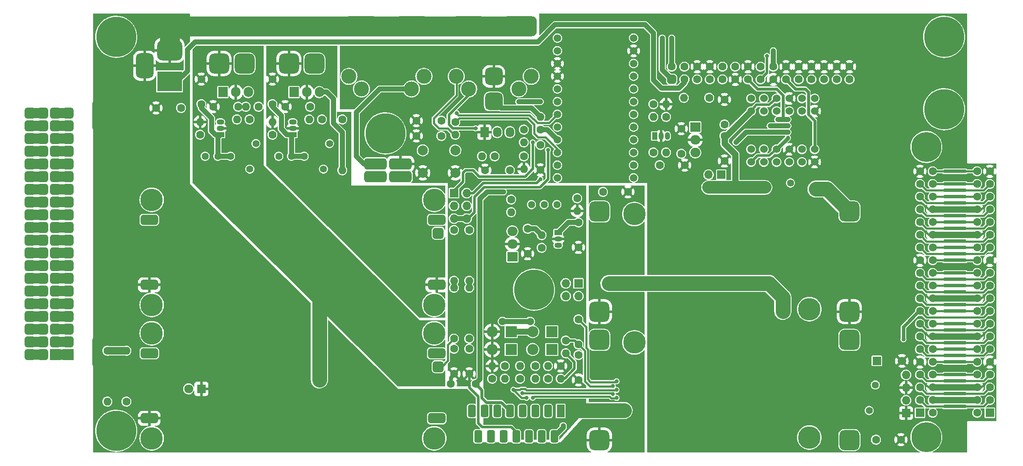
<source format=gbr>
%TF.GenerationSoftware,KiCad,Pcbnew,6.0.2-378541a8eb~116~ubuntu20.04.1*%
%TF.CreationDate,2022-03-22T16:19:33+00:00*%
%TF.ProjectId,Main board,4d61696e-2062-46f6-9172-642e6b696361,V1.0*%
%TF.SameCoordinates,Original*%
%TF.FileFunction,Copper,L2,Bot*%
%TF.FilePolarity,Positive*%
%FSLAX46Y46*%
G04 Gerber Fmt 4.6, Leading zero omitted, Abs format (unit mm)*
G04 Created by KiCad (PCBNEW 6.0.2-378541a8eb~116~ubuntu20.04.1) date 2022-03-22 16:19:33*
%MOMM*%
%LPD*%
G01*
G04 APERTURE LIST*
G04 Aperture macros list*
%AMRoundRect*
0 Rectangle with rounded corners*
0 $1 Rounding radius*
0 $2 $3 $4 $5 $6 $7 $8 $9 X,Y pos of 4 corners*
0 Add a 4 corners polygon primitive as box body*
4,1,4,$2,$3,$4,$5,$6,$7,$8,$9,$2,$3,0*
0 Add four circle primitives for the rounded corners*
1,1,$1+$1,$2,$3*
1,1,$1+$1,$4,$5*
1,1,$1+$1,$6,$7*
1,1,$1+$1,$8,$9*
0 Add four rect primitives between the rounded corners*
20,1,$1+$1,$2,$3,$4,$5,0*
20,1,$1+$1,$4,$5,$6,$7,0*
20,1,$1+$1,$6,$7,$8,$9,0*
20,1,$1+$1,$8,$9,$2,$3,0*%
G04 Aperture macros list end*
%TA.AperFunction,ComponentPad*%
%ADD10C,1.600000*%
%TD*%
%TA.AperFunction,SMDPad,CuDef*%
%ADD11R,4.500000X0.750000*%
%TD*%
%TA.AperFunction,ComponentPad*%
%ADD12R,1.700000X1.700000*%
%TD*%
%TA.AperFunction,ComponentPad*%
%ADD13C,6.000000*%
%TD*%
%TA.AperFunction,ComponentPad*%
%ADD14O,1.500000X1.050000*%
%TD*%
%TA.AperFunction,ComponentPad*%
%ADD15R,1.500000X1.050000*%
%TD*%
%TA.AperFunction,ComponentPad*%
%ADD16RoundRect,1.000000X-1.000000X-1.000000X1.000000X-1.000000X1.000000X1.000000X-1.000000X1.000000X0*%
%TD*%
%TA.AperFunction,ComponentPad*%
%ADD17C,4.500000*%
%TD*%
%TA.AperFunction,ComponentPad*%
%ADD18RoundRect,1.000000X1.000000X-1.000000X1.000000X1.000000X-1.000000X1.000000X-1.000000X-1.000000X0*%
%TD*%
%TA.AperFunction,ComponentPad*%
%ADD19RoundRect,1.000000X-1.500000X1.000000X-1.500000X-1.000000X1.500000X-1.000000X1.500000X1.000000X0*%
%TD*%
%TA.AperFunction,ComponentPad*%
%ADD20RoundRect,0.875000X-0.875000X1.625000X-0.875000X-1.625000X0.875000X-1.625000X0.875000X1.625000X0*%
%TD*%
%TA.AperFunction,ComponentPad*%
%ADD21R,5.000000X4.000000*%
%TD*%
%TA.AperFunction,ComponentPad*%
%ADD22C,1.400000*%
%TD*%
%TA.AperFunction,ComponentPad*%
%ADD23O,2.000000X1.905000*%
%TD*%
%TA.AperFunction,ComponentPad*%
%ADD24R,2.000000X1.905000*%
%TD*%
%TA.AperFunction,ComponentPad*%
%ADD25O,1.905000X2.000000*%
%TD*%
%TA.AperFunction,ComponentPad*%
%ADD26R,1.905000X2.000000*%
%TD*%
%TA.AperFunction,ComponentPad*%
%ADD27O,1.600000X1.600000*%
%TD*%
%TA.AperFunction,ComponentPad*%
%ADD28C,2.000000*%
%TD*%
%TA.AperFunction,ComponentPad*%
%ADD29O,1.050000X1.500000*%
%TD*%
%TA.AperFunction,ComponentPad*%
%ADD30R,1.050000X1.500000*%
%TD*%
%TA.AperFunction,ComponentPad*%
%ADD31O,1.700000X1.700000*%
%TD*%
%TA.AperFunction,ComponentPad*%
%ADD32RoundRect,0.450000X0.450000X0.450000X-0.450000X0.450000X-0.450000X-0.450000X0.450000X-0.450000X0*%
%TD*%
%TA.AperFunction,ComponentPad*%
%ADD33C,8.000000*%
%TD*%
%TA.AperFunction,ComponentPad*%
%ADD34RoundRect,0.550000X-0.550000X-0.550000X0.550000X-0.550000X0.550000X0.550000X-0.550000X0.550000X0*%
%TD*%
%TA.AperFunction,ComponentPad*%
%ADD35RoundRect,0.500000X-1.250000X-0.500000X1.250000X-0.500000X1.250000X0.500000X-1.250000X0.500000X0*%
%TD*%
%TA.AperFunction,ComponentPad*%
%ADD36C,1.500000*%
%TD*%
%TA.AperFunction,ComponentPad*%
%ADD37RoundRect,1.000000X-2.500000X1.000000X-2.500000X-1.000000X2.500000X-1.000000X2.500000X1.000000X0*%
%TD*%
%TA.AperFunction,ComponentPad*%
%ADD38RoundRect,0.875000X-0.875000X0.875000X-0.875000X-0.875000X0.875000X-0.875000X0.875000X0.875000X0*%
%TD*%
%TA.AperFunction,ComponentPad*%
%ADD39C,3.000000*%
%TD*%
%TA.AperFunction,ComponentPad*%
%ADD40O,2.200000X2.200000*%
%TD*%
%TA.AperFunction,ComponentPad*%
%ADD41R,2.200000X2.200000*%
%TD*%
%TA.AperFunction,ComponentPad*%
%ADD42C,1.524000*%
%TD*%
%TA.AperFunction,ComponentPad*%
%ADD43C,1.440000*%
%TD*%
%TA.AperFunction,ComponentPad*%
%ADD44RoundRect,0.562500X-1.687500X-0.562500X1.687500X-0.562500X1.687500X0.562500X-1.687500X0.562500X0*%
%TD*%
%TA.AperFunction,ComponentPad*%
%ADD45C,1.700000*%
%TD*%
%TA.AperFunction,ComponentPad*%
%ADD46RoundRect,0.400000X0.400000X0.850000X-0.400000X0.850000X-0.400000X-0.850000X0.400000X-0.850000X0*%
%TD*%
%TA.AperFunction,ComponentPad*%
%ADD47RoundRect,0.375000X0.375000X0.875000X-0.375000X0.875000X-0.375000X-0.875000X0.375000X-0.875000X0*%
%TD*%
%TA.AperFunction,ComponentPad*%
%ADD48R,1.600000X2.500000*%
%TD*%
%TA.AperFunction,ComponentPad*%
%ADD49O,1.730000X2.030000*%
%TD*%
%TA.AperFunction,ComponentPad*%
%ADD50R,1.730000X2.030000*%
%TD*%
%TA.AperFunction,ComponentPad*%
%ADD51C,1.800000*%
%TD*%
%TA.AperFunction,ComponentPad*%
%ADD52R,1.800000X1.800000*%
%TD*%
%TA.AperFunction,ViaPad*%
%ADD53C,2.500000*%
%TD*%
%TA.AperFunction,ViaPad*%
%ADD54C,0.800000*%
%TD*%
%TA.AperFunction,ViaPad*%
%ADD55C,2.000000*%
%TD*%
%TA.AperFunction,ViaPad*%
%ADD56C,1.500000*%
%TD*%
%TA.AperFunction,ViaPad*%
%ADD57C,1.000000*%
%TD*%
%TA.AperFunction,Conductor*%
%ADD58C,3.000000*%
%TD*%
%TA.AperFunction,Conductor*%
%ADD59C,1.000000*%
%TD*%
%TA.AperFunction,Conductor*%
%ADD60C,0.400000*%
%TD*%
%TA.AperFunction,Conductor*%
%ADD61C,0.500000*%
%TD*%
%TA.AperFunction,Conductor*%
%ADD62C,0.700000*%
%TD*%
%TA.AperFunction,Conductor*%
%ADD63C,0.800000*%
%TD*%
%TA.AperFunction,Conductor*%
%ADD64C,1.300000*%
%TD*%
%TA.AperFunction,Conductor*%
%ADD65C,0.600000*%
%TD*%
%TA.AperFunction,Conductor*%
%ADD66C,2.500000*%
%TD*%
%TA.AperFunction,Conductor*%
%ADD67C,4.000000*%
%TD*%
%TA.AperFunction,Conductor*%
%ADD68C,2.000000*%
%TD*%
%TA.AperFunction,Conductor*%
%ADD69C,1.200000*%
%TD*%
%TA.AperFunction,Conductor*%
%ADD70C,1.500000*%
%TD*%
G04 APERTURE END LIST*
D10*
%TO.P,J10,40,GPIO21/SCLK1*%
%TO.N,unconnected-(J10-Pad40)*%
X236982000Y-92920000D03*
D11*
X241427000Y-92920000D03*
D10*
X245872000Y-92920000D03*
%TO.P,J10,39,GND*%
%TO.N,/+5V_GND*%
X234442000Y-92920000D03*
X248412000Y-92920000D03*
%TO.P,J10,38,GPIO20/MOSI1*%
%TO.N,unconnected-(J10-Pad38)*%
X236982000Y-95460000D03*
D11*
X241427000Y-95460000D03*
D10*
X245872000Y-95460000D03*
D11*
%TO.P,J10,37,GPIO26*%
%TO.N,unconnected-(J10-Pad37)*%
X241427000Y-96730000D03*
D10*
X234442000Y-95460000D03*
X248412000Y-95460000D03*
%TO.P,J10,36,GPIO16*%
%TO.N,unconnected-(J10-Pad36)*%
X245872000Y-98000000D03*
D11*
X241427000Y-98000000D03*
D10*
X236982000Y-98000000D03*
%TO.P,J10,35,GPIO19/MISO1*%
%TO.N,unconnected-(J10-Pad35)*%
X234442000Y-98000000D03*
X248412000Y-98000000D03*
D11*
X241427000Y-99270000D03*
D10*
%TO.P,J10,34,GND*%
%TO.N,/+5V_GND*%
X236982000Y-100540000D03*
X245872000Y-100540000D03*
%TO.P,J10,33,PWM1/GPIO13*%
%TO.N,unconnected-(J10-Pad33)*%
X248412000Y-100540000D03*
D11*
X241427000Y-101810000D03*
D10*
X234442000Y-100540000D03*
D11*
%TO.P,J10,32,PWM0/GPIO12*%
%TO.N,unconnected-(J10-Pad32)*%
X241427000Y-103080000D03*
D10*
X236982000Y-103080000D03*
X245872000Y-103080000D03*
D11*
%TO.P,J10,31,GCLK2/GPIO6*%
%TO.N,unconnected-(J10-Pad31)*%
X241427000Y-104350000D03*
D10*
X248412000Y-103080000D03*
X234442000Y-103080000D03*
%TO.P,J10,30,GND*%
%TO.N,/+5V_GND*%
X236982000Y-105620000D03*
X245872000Y-105620000D03*
%TO.P,J10,29,GCLK1/GPIO5*%
%TO.N,unconnected-(J10-Pad29)*%
X234442000Y-105620000D03*
X248412000Y-105620000D03*
D11*
X241427000Y-106890000D03*
%TO.P,J10,28,ID_SC/GPIO1*%
%TO.N,unconnected-(J10-Pad28)*%
X241427000Y-108160000D03*
D10*
X245872000Y-108160000D03*
X236982000Y-108160000D03*
%TO.P,J10,27,ID_SD/GPIO0*%
%TO.N,unconnected-(J10-Pad27)*%
X234442000Y-108160000D03*
X248412000Y-108160000D03*
D11*
X241427000Y-109430000D03*
D10*
%TO.P,J10,26,~{CE1}/GPIO7*%
%TO.N,Net-(J10-Pad26)*%
X236982000Y-110700000D03*
D11*
X241427000Y-110700000D03*
D10*
X245872000Y-110700000D03*
%TO.P,J10,25,GND*%
%TO.N,/+5V_GND*%
X234442000Y-110700000D03*
X248412000Y-110700000D03*
%TO.P,J10,24,~{CE0}/GPIO8*%
%TO.N,Net-(J10-Pad24)*%
X236982000Y-113240000D03*
X245872000Y-113240000D03*
D11*
X241427000Y-113240000D03*
D10*
%TO.P,J10,23,SCLK0/GPIO11*%
%TO.N,Net-(J10-Pad23)*%
X248412000Y-113240000D03*
X234442000Y-113240000D03*
D11*
X241427000Y-114510000D03*
D10*
%TO.P,J10,22,GPIO25*%
%TO.N,unconnected-(J10-Pad22)*%
X236982000Y-115780000D03*
X245872000Y-115780000D03*
D11*
X241427000Y-115780000D03*
%TO.P,J10,21,MISO0/GPIO9*%
%TO.N,Net-(J10-Pad21)*%
X241427000Y-117050000D03*
D10*
X248412000Y-115780000D03*
X234442000Y-115780000D03*
%TO.P,J10,20,GND*%
%TO.N,/+5V_GND*%
X236982000Y-118320000D03*
X245872000Y-118320000D03*
%TO.P,J10,19,MOSI0/GPIO10*%
%TO.N,Net-(J10-Pad19)*%
X248412000Y-118320000D03*
X234442000Y-118320000D03*
D11*
X241427000Y-119590000D03*
D10*
%TO.P,J10,18,GPIO24*%
%TO.N,Net-(J10-Pad18)*%
X236982000Y-120860000D03*
D11*
X241427000Y-120860000D03*
D10*
X245872000Y-120860000D03*
%TO.P,J10,17,3V3*%
%TO.N,Net-(C14-Pad1)*%
X248412000Y-120860000D03*
X234442000Y-120860000D03*
%TO.P,J10,16,GPIO23*%
%TO.N,Net-(J10-Pad16)*%
X236982000Y-123400000D03*
X245872000Y-123400000D03*
D11*
X241427000Y-123400000D03*
D10*
%TO.P,J10,15,GPIO22*%
%TO.N,Net-(J10-Pad15)*%
X248412000Y-123400000D03*
D11*
X241427000Y-124670000D03*
D10*
X234442000Y-123400000D03*
%TO.P,J10,14,GND*%
%TO.N,/+5V_GND*%
X245872000Y-125940000D03*
X236982000Y-125940000D03*
%TO.P,J10,13,GPIO27*%
%TO.N,Net-(J10-Pad13)*%
X234442000Y-125940000D03*
X248412000Y-125940000D03*
D11*
X241427000Y-127210000D03*
D10*
%TO.P,J10,12,GPIO18/PWM0*%
%TO.N,unconnected-(J10-Pad12)*%
X245872000Y-128480000D03*
D11*
X241427000Y-128480000D03*
D10*
X236982000Y-128480000D03*
%TO.P,J10,11,GPIO17*%
%TO.N,unconnected-(J10-Pad11)*%
X234442000Y-128480000D03*
D11*
X241427000Y-129750000D03*
D10*
X248412000Y-128480000D03*
%TO.P,J10,10,GPIO15/RXD*%
%TO.N,unconnected-(J10-Pad10)*%
X236982000Y-131020000D03*
X245872000Y-131020000D03*
D11*
X241427000Y-131020000D03*
D10*
%TO.P,J10,9,GND*%
%TO.N,/+5V_GND*%
X234442000Y-131020000D03*
X248412000Y-131020000D03*
%TO.P,J10,8,GPIO14/TXD*%
%TO.N,unconnected-(J10-Pad8)*%
X245872000Y-133560000D03*
D11*
X241427000Y-133560000D03*
D10*
X236982000Y-133560000D03*
D11*
%TO.P,J10,7,GCLK0/GPIO4*%
%TO.N,unconnected-(J10-Pad7)*%
X241427000Y-134830000D03*
D10*
X234442000Y-133560000D03*
X248412000Y-133560000D03*
%TO.P,J10,6,GND*%
%TO.N,/+5V_GND*%
X236982000Y-136100000D03*
X245872000Y-136100000D03*
D11*
%TO.P,J10,5,SCL/GPIO3*%
%TO.N,Net-(J10-Pad5)*%
X241427000Y-137370000D03*
D10*
X234442000Y-136100000D03*
X248412000Y-136100000D03*
%TO.P,J10,4,5V*%
%TO.N,/+5V_JPR*%
X245872000Y-138640000D03*
X236982000Y-138640000D03*
D11*
%TO.P,J10,3,SDA/GPIO2*%
%TO.N,Net-(J10-Pad3)*%
X241427000Y-139910000D03*
D10*
X234442000Y-138640000D03*
X248412000Y-138640000D03*
%TO.P,J10,2,5V*%
%TO.N,/+5V_JPR*%
X245872000Y-141180000D03*
X236982000Y-141180000D03*
D12*
%TO.P,J10,1,3V3*%
%TO.N,Net-(C14-Pad1)*%
X234442000Y-141180000D03*
X248412000Y-141180000D03*
D13*
%TO.P,J10,*%
%TO.N,*%
X235712000Y-88050000D03*
X235712000Y-146050000D03*
%TD*%
D14*
%TO.P,U2,3,K*%
%TO.N,Net-(C3-Pad1)*%
X94488000Y-83058000D03*
%TO.P,U2,2,A*%
%TO.N,/LED1 CCCV-*%
X94488000Y-84328000D03*
D15*
%TO.P,U2,1,REF*%
%TO.N,Net-(C2-Pad1)*%
X94488000Y-85598000D03*
%TD*%
D14*
%TO.P,U5,3,K*%
%TO.N,Net-(C11-Pad1)*%
X108966000Y-83058000D03*
%TO.P,U5,2,A*%
%TO.N,/LED2 CCCV-*%
X108966000Y-84328000D03*
D15*
%TO.P,U5,1,REF*%
%TO.N,Net-(C10-Pad1)*%
X108966000Y-85598000D03*
%TD*%
D16*
%TO.P,U6,4,OUT-*%
%TO.N,/ACT_GND*%
X220307000Y-146619000D03*
%TO.P,U6,3,OUT+*%
%TO.N,Net-(F3-Pad2)*%
X220307000Y-126619000D03*
%TO.P,U6,2,IN-*%
%TO.N,/RAW_SUPPLY_NEG*%
X170307000Y-146619000D03*
%TO.P,U6,1,IN+*%
%TO.N,/RAW_SUPPLY_POS*%
X170307000Y-126619000D03*
D17*
%TO.P,U6,*%
%TO.N,*%
X177307000Y-127119000D03*
X212307000Y-146119000D03*
%TD*%
D18*
%TO.P,J3,2,LED_2*%
%TO.N,/LED1 CCCV-*%
X94234000Y-71374000D03*
%TO.P,J3,1,LED_1*%
%TO.N,/LED1 FUSED*%
X99314000Y-71374000D03*
%TD*%
D19*
%TO.P,J1,3,Outer*%
%TO.N,/RAW_SUPPLY_NEG*%
X84328000Y-68730000D03*
D20*
%TO.P,J1,2,Outer_switched*%
X79328000Y-71830000D03*
D21*
%TO.P,J1,1,Center_pin*%
%TO.N,/RAW_SUPPLY_POS*%
X84328000Y-74930000D03*
%TD*%
D22*
%TO.P,F4,2*%
%TO.N,Net-(F4-Pad2)*%
X213634000Y-96469200D03*
%TO.P,F4,1*%
%TO.N,Net-(D8-Pad1)*%
X208534000Y-95250000D03*
%TD*%
%TO.P,F2,2*%
%TO.N,/LED2 CCCV+*%
X115112800Y-92476000D03*
%TO.P,F2,1*%
%TO.N,/LED2 FUSED*%
X116332000Y-87376000D03*
%TD*%
D23*
%TO.P,D8,3,G*%
%TO.N,Net-(C18-Pad1)*%
X189484000Y-89154000D03*
%TO.P,D8,2,A2*%
%TO.N,/+5V_GND*%
X189484000Y-86614000D03*
D24*
%TO.P,D8,1,A1*%
%TO.N,Net-(D8-Pad1)*%
X189484000Y-84074000D03*
%TD*%
D25*
%TO.P,D1,3,G*%
%TO.N,Net-(C3-Pad1)*%
X100076000Y-77089000D03*
%TO.P,D1,2,A2*%
%TO.N,/LED1 CCCV-*%
X97536000Y-77089000D03*
D26*
%TO.P,D1,1,A1*%
%TO.N,/LED1 FUSED*%
X94996000Y-77089000D03*
%TD*%
D25*
%TO.P,D6,3,G*%
%TO.N,Net-(C11-Pad1)*%
X114300000Y-77089000D03*
%TO.P,D6,2,A2*%
%TO.N,/LED2 CCCV-*%
X111760000Y-77089000D03*
D26*
%TO.P,D6,1,A1*%
%TO.N,/LED2 FUSED*%
X109220000Y-77089000D03*
%TD*%
D10*
%TO.P,C15,2*%
%TO.N,/+5V_GND*%
X195326000Y-90852000D03*
%TO.P,C15,1*%
%TO.N,/+5V_JPR*%
X195326000Y-85852000D03*
%TD*%
%TO.P,C14,2*%
%TO.N,/+5V_GND*%
X195326000Y-78566000D03*
%TO.P,C14,1*%
%TO.N,Net-(C14-Pad1)*%
X195326000Y-83566000D03*
%TD*%
%TO.P,C22,2*%
%TO.N,/+5V_GND*%
X230632000Y-146558000D03*
%TO.P,C22,1*%
%TO.N,/+5V_JPR*%
X225632000Y-146558000D03*
%TD*%
%TO.P,C21,2*%
%TO.N,/+5V_GND*%
X147400000Y-92710000D03*
%TO.P,C21,1*%
%TO.N,Net-(C21-Pad1)*%
X152400000Y-92710000D03*
%TD*%
%TO.P,C8,2*%
%TO.N,/+5V_GND*%
X158496000Y-92630000D03*
%TO.P,C8,1*%
%TO.N,/SPARE_FILTERED*%
X158496000Y-87630000D03*
%TD*%
%TO.P,C7,2*%
%TO.N,/+5V_GND*%
X133684000Y-82804000D03*
%TO.P,C7,1*%
%TO.N,/HALL_FILTERED*%
X138684000Y-82804000D03*
%TD*%
D27*
%TO.P,R2,2*%
%TO.N,Net-(C3-Pad1)*%
X99568000Y-80010000D03*
D10*
%TO.P,R2,1*%
%TO.N,/LED1 FUSED*%
X102108000Y-80010000D03*
%TD*%
D27*
%TO.P,R21,2*%
%TO.N,Net-(C17-Pad1)*%
X181102000Y-82042000D03*
D10*
%TO.P,R21,1*%
%TO.N,Net-(D8-Pad1)*%
X181102000Y-79502000D03*
%TD*%
D27*
%TO.P,R5,2*%
%TO.N,Net-(J6-Pad1)*%
X141478000Y-85598000D03*
D10*
%TO.P,R5,1*%
%TO.N,/HALL_FILTERED*%
X141478000Y-83058000D03*
%TD*%
D27*
%TO.P,R22,2*%
%TO.N,Net-(C18-Pad1)*%
X183642000Y-89154000D03*
D10*
%TO.P,R22,1*%
%TO.N,Net-(D8-Pad1)*%
X181102000Y-89154000D03*
%TD*%
D27*
%TO.P,R3,2*%
%TO.N,/LED1 CCCV-*%
X90424000Y-83058000D03*
D10*
%TO.P,R3,1*%
%TO.N,Net-(R3-Pad1)*%
X90424000Y-85598000D03*
%TD*%
D22*
%TO.P,F1,2*%
%TO.N,/LED1 CCCV+*%
X100380800Y-92476000D03*
%TO.P,F1,1*%
%TO.N,/LED1 FUSED*%
X101600000Y-87376000D03*
%TD*%
D10*
%TO.P,C11,2*%
%TO.N,/LED2 CCCV-*%
X107442000Y-80010000D03*
%TO.P,C11,1*%
%TO.N,Net-(C11-Pad1)*%
X112442000Y-80010000D03*
%TD*%
%TO.P,C3,2*%
%TO.N,/LED1 CCCV-*%
X93044000Y-80010000D03*
%TO.P,C3,1*%
%TO.N,Net-(C3-Pad1)*%
X98044000Y-80010000D03*
%TD*%
D28*
%TO.P,SW1,2,2*%
%TO.N,Net-(SW1-Pad2)*%
X134978000Y-88718000D03*
X141478000Y-88718000D03*
%TO.P,SW1,1,1*%
%TO.N,/+5V_GND*%
X134978000Y-93218000D03*
X141478000Y-93218000D03*
%TD*%
D10*
%TO.P,C1,2*%
%TO.N,/RAW_SUPPLY_NEG*%
X81614000Y-80264000D03*
%TO.P,C1,1*%
%TO.N,/RAW_SUPPLY_POS*%
X86614000Y-80264000D03*
%TD*%
%TO.P,C10,2*%
%TO.N,/LED2 CCCV-*%
X104902000Y-74502000D03*
%TO.P,C10,1*%
%TO.N,Net-(C10-Pad1)*%
X104902000Y-79502000D03*
%TD*%
%TO.P,C16,2*%
%TO.N,/RAW_SUPPLY_NEG*%
X176022000Y-97028000D03*
%TO.P,C16,1*%
%TO.N,/RAW_SUPPLY_POS*%
X171022000Y-97028000D03*
%TD*%
D27*
%TO.P,R1,2*%
%TO.N,Net-(C2-Pad1)*%
X97790000Y-82550000D03*
D10*
%TO.P,R1,1*%
%TO.N,/LED1 FUSED*%
X100330000Y-82550000D03*
%TD*%
%TO.P,C18,2*%
%TO.N,/+5V_GND*%
X186690000Y-84408000D03*
%TO.P,C18,1*%
%TO.N,Net-(C18-Pad1)*%
X186690000Y-89408000D03*
%TD*%
%TO.P,C17,2*%
%TO.N,/+5V_GND*%
X187372000Y-91694000D03*
%TO.P,C17,1*%
%TO.N,Net-(C17-Pad1)*%
X182372000Y-91694000D03*
%TD*%
%TO.P,C2,2*%
%TO.N,/LED1 CCCV-*%
X90678000Y-74502000D03*
%TO.P,C2,1*%
%TO.N,Net-(C2-Pad1)*%
X90678000Y-79502000D03*
%TD*%
D29*
%TO.P,U11,3,K*%
%TO.N,Net-(C18-Pad1)*%
X183896000Y-85852000D03*
%TO.P,U11,2,A*%
%TO.N,/+5V_GND*%
X182626000Y-85852000D03*
D30*
%TO.P,U11,1,REF*%
%TO.N,Net-(C17-Pad1)*%
X181356000Y-85852000D03*
%TD*%
D27*
%TO.P,R29,2*%
%TO.N,/+5V_GND*%
X183642000Y-79502000D03*
D10*
%TO.P,R29,1*%
%TO.N,Net-(C17-Pad1)*%
X183642000Y-82042000D03*
%TD*%
%TO.P,C19,2*%
%TO.N,/+5V_GND*%
X141224000Y-133397000D03*
%TO.P,C19,1*%
%TO.N,Net-(C19-Pad1)*%
X141224000Y-128397000D03*
%TD*%
%TO.P,C9,2*%
%TO.N,/+5V_GND*%
X133684000Y-85852000D03*
%TO.P,C9,1*%
%TO.N,/ESTOP_DIGITAL*%
X138684000Y-85852000D03*
%TD*%
D31*
%TO.P,JP12,4,4*%
%TO.N,/+5V_JPR*%
X192151000Y-96139000D03*
%TO.P,JP12,3,3*%
%TO.N,Net-(D8-Pad1)*%
X192151000Y-93599000D03*
%TO.P,JP12,2,2*%
%TO.N,/+5V_JPR*%
X194691000Y-96139000D03*
D12*
%TO.P,JP12,1,1*%
%TO.N,Net-(D8-Pad1)*%
X194691000Y-93599000D03*
%TD*%
D31*
%TO.P,JP1,4,4*%
%TO.N,/ACT_+V_JPR*%
X163576000Y-117856000D03*
%TO.P,JP1,3,3*%
%TO.N,/ACT_+V_FUSED*%
X163576000Y-115316000D03*
%TO.P,JP1,2,2*%
%TO.N,/ACT_+V_JPR*%
X166116000Y-117856000D03*
D12*
%TO.P,JP1,1,1*%
%TO.N,/ACT_+V_FUSED*%
X166116000Y-115316000D03*
%TD*%
D10*
%TO.P,J7,30,DGND*%
%TO.N,/+5V_GND*%
X220345000Y-72009000D03*
%TO.P,J7,29,SPI3V3_~{CE1}*%
%TO.N,/Pi_SPI_~{CE1}*%
X220345000Y-74549000D03*
%TO.P,J7,28,DGND*%
%TO.N,/+5V_GND*%
X217805000Y-72009000D03*
%TO.P,J7,27,SPI3V3_~{CE0}*%
%TO.N,/Pi_SPI_~{CE0}*%
X217805000Y-74549000D03*
%TO.P,J7,26,DGND*%
%TO.N,/+5V_GND*%
X215265000Y-72009000D03*
%TO.P,J7,25,SPI3V3_MISO*%
%TO.N,/Pi_SPI_MISO0*%
X215265000Y-74549000D03*
%TO.P,J7,24,DGND*%
%TO.N,/+5V_GND*%
X212725000Y-72009000D03*
%TO.P,J7,23,SPI3V3_MOSI*%
%TO.N,/Pi_SPI_MOSI0*%
X212725000Y-74549000D03*
%TO.P,J7,22,DGND*%
%TO.N,/+5V_GND*%
X210185000Y-72009000D03*
%TO.P,J7,21,SPI3V3_SCLK*%
%TO.N,/Pi_SPI_SCLK0*%
X210185000Y-74549000D03*
%TO.P,J7,20,DGND*%
%TO.N,/+5V_GND*%
X207645000Y-72009000D03*
%TO.P,J7,19,I2C3V3_SDA*%
%TO.N,Net-(J7-Pad19)*%
X207645000Y-74549000D03*
%TO.P,J7,18,I2C5V0_SDA*%
%TO.N,Net-(J7-Pad18)*%
X205105000Y-72009000D03*
%TO.P,J7,17,DGND*%
%TO.N,/+5V_GND*%
X205105000Y-74549000D03*
%TO.P,J7,16,I2C3V3_SCL*%
%TO.N,Net-(J7-Pad16)*%
X202565000Y-72009000D03*
%TO.P,J7,15,I2C5V0_SCL*%
%TO.N,Net-(J7-Pad15)*%
X202565000Y-74549000D03*
%TO.P,J7,14,GND*%
%TO.N,/+5V_GND*%
X200025000Y-72009000D03*
%TO.P,J7,13,GPIO_A_3V3*%
%TO.N,Net-(J7-Pad13)*%
X200025000Y-74549000D03*
%TO.P,J7,12,GPIO_A_5V0*%
%TO.N,Net-(J7-Pad12)*%
X197485000Y-72009000D03*
%TO.P,J7,11,DGND*%
%TO.N,/+5V_GND*%
X197485000Y-74549000D03*
%TO.P,J7,10,GPIO_B_3V3*%
%TO.N,Net-(J7-Pad10)*%
X194945000Y-72009000D03*
%TO.P,J7,9,GPIO_B_5V0*%
%TO.N,Net-(J7-Pad9)*%
X194945000Y-74549000D03*
%TO.P,J7,8,DGND*%
%TO.N,/+5V_GND*%
X192405000Y-72009000D03*
%TO.P,J7,7,GPIO_C_3V3*%
%TO.N,Net-(J7-Pad7)*%
X192405000Y-74549000D03*
%TO.P,J7,6,DGND*%
%TO.N,/+5V_GND*%
X189865000Y-72009000D03*
%TO.P,J7,5,+3V3_DIGITAL*%
%TO.N,Net-(C14-Pad1)*%
X189865000Y-74549000D03*
%TO.P,J7,4,+5V0_DIGITAL*%
%TO.N,/+5V_JPR*%
X187325000Y-72009000D03*
%TO.P,J7,3,+24V_RAW*%
%TO.N,/RAW_SUPPLY_POS*%
X187325000Y-74549000D03*
%TO.P,J7,2,ANALOG_GND*%
%TO.N,/RAW_SUPPLY_NEG*%
X184785000Y-72009000D03*
D32*
%TO.P,J7,1,SCREEN*%
X184785000Y-74549000D03*
%TD*%
D27*
%TO.P,R16,2*%
%TO.N,/ESTOP_DIGITAL*%
X187198000Y-78232000D03*
D10*
%TO.P,R16,1*%
%TO.N,Net-(C14-Pad1)*%
X192278000Y-78232000D03*
%TD*%
D14*
%TO.P,U7,3,K*%
%TO.N,Net-(C13-Pad1)*%
X162052000Y-107696000D03*
%TO.P,U7,2,A*%
%TO.N,/ACT_GND*%
X162052000Y-106426000D03*
D15*
%TO.P,U7,1,REF*%
%TO.N,Net-(C12-Pad1)*%
X162052000Y-105156000D03*
%TD*%
D27*
%TO.P,R8,2*%
%TO.N,Net-(R8-Pad2)*%
X151384000Y-134366000D03*
D10*
%TO.P,R8,1*%
%TO.N,/Bridge2*%
X151384000Y-131826000D03*
%TD*%
D23*
%TO.P,D7,3,G*%
%TO.N,Net-(C13-Pad1)*%
X152908000Y-104902000D03*
%TO.P,D7,2,A2*%
%TO.N,/ACT_GND*%
X152908000Y-107442000D03*
D24*
%TO.P,D7,1,A1*%
%TO.N,/ACT_+V_FUSED*%
X152908000Y-109982000D03*
%TD*%
D27*
%TO.P,R4,2*%
%TO.N,/Bridge2*%
X160020000Y-131826000D03*
D10*
%TO.P,R4,1*%
%TO.N,Net-(R4-Pad1)*%
X160020000Y-134366000D03*
%TD*%
D27*
%TO.P,R7,2*%
%TO.N,/Bridge1*%
X154432000Y-131826000D03*
D10*
%TO.P,R7,1*%
%TO.N,Net-(R7-Pad1)*%
X154432000Y-134366000D03*
%TD*%
D27*
%TO.P,R17,2*%
%TO.N,/ACT_+V_FUSED*%
X152654000Y-101092000D03*
D10*
%TO.P,R17,1*%
%TO.N,Net-(C12-Pad1)*%
X152654000Y-98552000D03*
%TD*%
%TO.P,C12,2*%
%TO.N,/ACT_GND*%
X166116000Y-108124000D03*
%TO.P,C12,1*%
%TO.N,Net-(C12-Pad1)*%
X166116000Y-103124000D03*
%TD*%
D27*
%TO.P,R19,2*%
%TO.N,/ACT_GND*%
X165862000Y-100838000D03*
D10*
%TO.P,R19,1*%
%TO.N,Net-(R19-Pad1)*%
X165862000Y-98298000D03*
%TD*%
D27*
%TO.P,R18,2*%
%TO.N,Net-(C13-Pad1)*%
X158750000Y-105664000D03*
D10*
%TO.P,R18,1*%
%TO.N,/ACT_+V_FUSED*%
X158750000Y-108204000D03*
%TD*%
%TO.P,C4,2*%
%TO.N,/+5V_GND*%
X140542000Y-135382000D03*
%TO.P,C4,1*%
%TO.N,/+5V_JPR*%
X145542000Y-135382000D03*
%TD*%
D27*
%TO.P,R6,2*%
%TO.N,Net-(R6-Pad2)*%
X157480000Y-134366000D03*
D10*
%TO.P,R6,1*%
%TO.N,/Bridge1*%
X157480000Y-131826000D03*
%TD*%
D33*
%TO.P,H1,1,1*%
%TO.N,unconnected-(H1-Pad1)*%
X239268000Y-66040000D03*
%TD*%
%TO.P,H3,1,1*%
%TO.N,unconnected-(H3-Pad1)*%
X239268000Y-80518000D03*
%TD*%
%TO.P,H5,1,1*%
%TO.N,unconnected-(H5-Pad1)*%
X73660000Y-66040000D03*
%TD*%
%TO.P,H4,1,1*%
%TO.N,unconnected-(H4-Pad1)*%
X127508000Y-85344000D03*
%TD*%
D34*
%TO.P,U4,5,CC_POT_+V*%
%TO.N,/LED2_CCctrl*%
X138084000Y-105296000D03*
D35*
%TO.P,U4,4,OUT-*%
%TO.N,/LED2 CCCV-*%
X137764000Y-115616000D03*
%TO.P,U4,3,OUT+*%
%TO.N,/LED2 CCCV+*%
X137764000Y-102616000D03*
%TO.P,U4,2,IN-*%
%TO.N,/RAW_SUPPLY_NEG*%
X80264000Y-115616000D03*
%TO.P,U4,1,IN+*%
%TO.N,/RAW_SUPPLY_POS*%
X80264000Y-102616000D03*
D17*
%TO.P,U4,*%
%TO.N,*%
X137264000Y-119616000D03*
X80764000Y-98616000D03*
X80764000Y-119616000D03*
X137264000Y-98616000D03*
%TD*%
D27*
%TO.P,R27,2*%
%TO.N,Net-(C20-Pad1)*%
X144272000Y-114808000D03*
D10*
%TO.P,R27,1*%
%TO.N,Net-(JP14-Pad4)*%
X144272000Y-104648000D03*
%TD*%
D27*
%TO.P,R9,2*%
%TO.N,Net-(J6-Pad8)*%
X158496000Y-82042000D03*
D10*
%TO.P,R9,1*%
%TO.N,/SPARE_FILTERED*%
X158496000Y-84582000D03*
%TD*%
D27*
%TO.P,R26,2*%
%TO.N,Net-(C19-Pad1)*%
X141224000Y-114808000D03*
D10*
%TO.P,R26,1*%
%TO.N,Net-(JP14-Pad3)*%
X141224000Y-104648000D03*
%TD*%
%TO.P,C5,2*%
%TO.N,/ACT_GND*%
X166116000Y-134620000D03*
%TO.P,C5,1*%
%TO.N,/ACT_+V_JPR*%
X166116000Y-129620000D03*
%TD*%
%TO.P,C20,2*%
%TO.N,/+5V_GND*%
X144272000Y-133397000D03*
%TO.P,C20,1*%
%TO.N,Net-(C20-Pad1)*%
X144272000Y-128397000D03*
%TD*%
%TO.P,C13,2*%
%TO.N,/ACT_GND*%
X155956000Y-109394000D03*
%TO.P,C13,1*%
%TO.N,Net-(C13-Pad1)*%
X155956000Y-104394000D03*
%TD*%
D34*
%TO.P,U1,5,CC_POT_+V*%
%TO.N,/LED1_CCctrl*%
X138084000Y-131966000D03*
D35*
%TO.P,U1,4,OUT-*%
%TO.N,/LED1 CCCV-*%
X137764000Y-142286000D03*
%TO.P,U1,3,OUT+*%
%TO.N,/LED1 CCCV+*%
X137764000Y-129286000D03*
%TO.P,U1,2,IN-*%
%TO.N,/RAW_SUPPLY_NEG*%
X80264000Y-142286000D03*
%TO.P,U1,1,IN+*%
%TO.N,/RAW_SUPPLY_POS*%
X80264000Y-129286000D03*
D17*
%TO.P,U1,*%
%TO.N,*%
X137264000Y-125286000D03*
X137264000Y-146286000D03*
X80764000Y-146286000D03*
X80764000Y-125286000D03*
%TD*%
D27*
%TO.P,R14,2*%
%TO.N,Net-(C11-Pad1)*%
X118872000Y-92710000D03*
D10*
%TO.P,R14,1*%
%TO.N,/LED2 FUSED*%
X118872000Y-82550000D03*
%TD*%
D27*
%TO.P,R13,2*%
%TO.N,Net-(C10-Pad1)*%
X112268000Y-82550000D03*
D10*
%TO.P,R13,1*%
%TO.N,/LED2 FUSED*%
X114808000Y-82550000D03*
%TD*%
D27*
%TO.P,R15,2*%
%TO.N,/LED2 CCCV-*%
X104902000Y-83058000D03*
D10*
%TO.P,R15,1*%
%TO.N,Net-(R15-Pad1)*%
X104902000Y-85598000D03*
%TD*%
D33*
%TO.P,H2,1,1*%
%TO.N,unconnected-(H2-Pad1)*%
X73660000Y-144780000D03*
%TD*%
D16*
%TO.P,U10,4,OUT-*%
%TO.N,/+5V_GND*%
X220307000Y-120965000D03*
%TO.P,U10,3,OUT+*%
%TO.N,Net-(F4-Pad2)*%
X220307000Y-100965000D03*
%TO.P,U10,2,IN-*%
%TO.N,/RAW_SUPPLY_NEG*%
X170307000Y-120965000D03*
%TO.P,U10,1,IN+*%
%TO.N,/RAW_SUPPLY_POS*%
X170307000Y-100965000D03*
D17*
%TO.P,U10,*%
%TO.N,*%
X177307000Y-101465000D03*
X212307000Y-120465000D03*
%TD*%
D22*
%TO.P,F3,2*%
%TO.N,Net-(F3-Pad2)*%
X225501200Y-135616000D03*
%TO.P,F3,1*%
%TO.N,/ACT_+V_FUSED*%
X224282000Y-140716000D03*
%TD*%
D36*
%TO.P,U8,24,RAW*%
%TO.N,unconnected-(U8-Pad24)*%
X177165000Y-66294000D03*
%TO.P,U8,23,GND*%
%TO.N,/+5V_GND*%
X177165000Y-68834000D03*
%TO.P,U8,22,RST*%
%TO.N,Net-(SW1-Pad2)*%
X177165000Y-71374000D03*
%TO.P,U8,21,VCC*%
%TO.N,/+5V_JPR*%
X177165000Y-73914000D03*
%TO.P,U8,20,21_A3*%
%TO.N,unconnected-(U8-Pad20)*%
X177165000Y-76454000D03*
%TO.P,U8,19,20_A2*%
%TO.N,/ACT_CURRENT*%
X177165000Y-78994000D03*
%TO.P,U8,18,19_A1*%
%TO.N,/ACT_FWD*%
X177165000Y-81534000D03*
%TO.P,U8,17,18_A0*%
%TO.N,/ACT_REV*%
X177165000Y-84074000D03*
%TO.P,U8,16,15_SCLK*%
%TO.N,unconnected-(U8-Pad16)*%
X177165000Y-86614000D03*
%TO.P,U8,15,14_MISO*%
%TO.N,unconnected-(U8-Pad15)*%
X177165000Y-89154000D03*
%TO.P,U8,14,16_MOSI*%
%TO.N,unconnected-(U8-Pad14)*%
X177165000Y-91694000D03*
%TO.P,U8,13,10_A10_PWM16*%
%TO.N,/ACT_PWM*%
X177165000Y-94234000D03*
%TO.P,U8,12,9_A9_PWM16*%
%TO.N,Net-(JP14-Pad2)*%
X161925000Y-94234000D03*
%TO.P,U8,11,8_A8*%
%TO.N,Net-(C21-Pad1)*%
X161925000Y-91694000D03*
%TO.P,U8,10,7_INT*%
%TO.N,/HALL_FILTERED*%
X161925000Y-89154000D03*
%TO.P,U8,9,6_A7_PWM*%
%TO.N,/SPARE_FILTERED*%
X161925000Y-86614000D03*
%TO.P,U8,8,5_PWM16*%
%TO.N,Net-(JP14-Pad1)*%
X161925000Y-84074000D03*
%TO.P,U8,7,4_A6*%
%TO.N,/ESTOP_DIGITAL*%
X161925000Y-81534000D03*
%TO.P,U8,6,3_SCL_INT_PWM*%
%TO.N,Net-(J7-Pad15)*%
X161925000Y-78994000D03*
%TO.P,U8,5,2_SDA_INT*%
%TO.N,Net-(J7-Pad18)*%
X161925000Y-76454000D03*
%TO.P,U8,4,GND*%
%TO.N,/+5V_GND*%
X161925000Y-73914000D03*
%TO.P,U8,3,GND*%
X161925000Y-71374000D03*
%TO.P,U8,2,0_RX_INT*%
%TO.N,unconnected-(U8-Pad2)*%
X161925000Y-68834000D03*
%TO.P,U8,1,1_TX_INT*%
%TO.N,unconnected-(U8-Pad1)*%
X161925000Y-66294000D03*
%TD*%
D37*
%TO.P,J6,9,CASE:SCREEN*%
%TO.N,/RAW_SUPPLY_NEG*%
X144098000Y-63954000D03*
X154258000Y-63954000D03*
D38*
%TO.P,J6,8,PIN8:SPARE*%
%TO.N,Net-(J6-Pad8)*%
X149178000Y-78954000D03*
D39*
%TO.P,J6,5,PIN5:MOTOR_BROWN*%
%TO.N,Net-(J4-Pad1)*%
X154178000Y-76454000D03*
%TO.P,J6,4,PIN4:HALL_+5V*%
%TO.N,/+5V_JPR*%
X144178000Y-76454000D03*
%TO.P,J6,3,PIN3:MOTOR_BLUE*%
%TO.N,/Bridge1*%
X156678000Y-73954000D03*
D38*
%TO.P,J6,2,PIN2:HALL_GND*%
%TO.N,/+5V_GND*%
X149178000Y-73954000D03*
D39*
%TO.P,J6,1,PIN1:HALL_OUT*%
%TO.N,Net-(J6-Pad1)*%
X141678000Y-73954000D03*
%TD*%
D37*
%TO.P,J4,9,CASE:SCREEN*%
%TO.N,/RAW_SUPPLY_NEG*%
X122635000Y-63954000D03*
X132795000Y-63954000D03*
D39*
%TO.P,J4,5,PIN5:POLE_B*%
%TO.N,Net-(J2-Pad2)*%
X132715000Y-76454000D03*
%TO.P,J4,4,PIN4:POLE_A*%
%TO.N,Net-(J2-Pad4)*%
X122715000Y-76454000D03*
%TO.P,J4,3,PIN3:POLE_B*%
%TO.N,/ESTOP_DIGITAL*%
X135215000Y-73954000D03*
%TO.P,J4,1,PIN1:POLE_A*%
%TO.N,Net-(J4-Pad1)*%
X120215000Y-73954000D03*
%TD*%
D18*
%TO.P,J8,2,LED_2*%
%TO.N,/LED2 CCCV-*%
X108204000Y-71374000D03*
%TO.P,J8,1,LED_1*%
%TO.N,/LED2 FUSED*%
X113284000Y-71374000D03*
%TD*%
D27*
%TO.P,R11,2*%
%TO.N,Net-(R10-Pad2)*%
X162560000Y-134366000D03*
D10*
%TO.P,R11,1*%
%TO.N,/ACT_GND*%
X162560000Y-131826000D03*
%TD*%
D27*
%TO.P,R30,2*%
%TO.N,Net-(R30-Pad2)*%
X75692000Y-128778000D03*
D10*
%TO.P,R30,1*%
%TO.N,Net-(D9-Pad2)*%
X75692000Y-138938000D03*
%TD*%
D40*
%TO.P,D4,2,A*%
%TO.N,/ACT_GND*%
X148844000Y-128524000D03*
D41*
%TO.P,D4,1,K*%
%TO.N,/Bridge1*%
X152654000Y-128524000D03*
%TD*%
D42*
%TO.P,U9,12,HV_V+*%
%TO.N,/+5V_JPR*%
X205740000Y-78359000D03*
X200660000Y-80899000D03*
%TO.P,U9,11,HV1*%
%TO.N,Net-(J7-Pad9)*%
X200660000Y-78359000D03*
X203200000Y-80899000D03*
%TO.P,U9,10,HV2*%
%TO.N,Net-(J7-Pad12)*%
X205740000Y-80899000D03*
X203200000Y-78359000D03*
%TO.P,U9,9,HV3*%
%TO.N,Net-(J7-Pad15)*%
X208280000Y-80899000D03*
X210820000Y-78359000D03*
%TO.P,U9,8,HV4*%
%TO.N,Net-(J7-Pad18)*%
X210820000Y-80899000D03*
X213360000Y-78359000D03*
%TO.P,U9,7,HV_GND*%
%TO.N,/+5V_GND*%
X213360000Y-80899000D03*
X208280000Y-78359000D03*
%TO.P,U9,6,LV_GND*%
X213360000Y-91059000D03*
X208280000Y-88519000D03*
%TO.P,U9,5,LV4*%
%TO.N,Net-(J7-Pad19)*%
X213360000Y-88519000D03*
X210820000Y-91059000D03*
%TO.P,U9,4,LV3*%
%TO.N,Net-(J7-Pad16)*%
X208280000Y-91059000D03*
X210820000Y-88519000D03*
%TO.P,U9,3,LV2*%
%TO.N,Net-(J7-Pad13)*%
X203200000Y-88519000D03*
X205740000Y-91059000D03*
%TO.P,U9,2,LV1*%
%TO.N,Net-(J7-Pad10)*%
X203200000Y-91059000D03*
X200660000Y-88519000D03*
%TO.P,U9,1,LV_+V*%
%TO.N,Net-(C14-Pad1)*%
X200660000Y-91059000D03*
X205740000Y-88519000D03*
%TD*%
D10*
%TO.P,C6,2*%
%TO.N,/+5V_GND*%
X166116000Y-122508000D03*
%TO.P,C6,1*%
%TO.N,/ACT_CURRENT*%
X166116000Y-127508000D03*
%TD*%
D27*
%TO.P,R12,2*%
%TO.N,/ACT_GND*%
X148844000Y-131826000D03*
D10*
%TO.P,R12,1*%
%TO.N,Net-(R12-Pad1)*%
X148844000Y-134366000D03*
%TD*%
D34*
%TO.P,J5,40,40*%
%TO.N,unconnected-(J5-Pad40)*%
X58928000Y-81280000D03*
X56388000Y-81280000D03*
%TO.P,J5,39,39*%
%TO.N,unconnected-(J5-Pad39)*%
X61467999Y-81247551D03*
X64008000Y-81280000D03*
%TO.P,J5,38,38*%
%TO.N,unconnected-(J5-Pad38)*%
X56388000Y-83820000D03*
X58928000Y-83820000D03*
%TO.P,J5,37,37*%
%TO.N,unconnected-(J5-Pad37)*%
X64008000Y-83820000D03*
X61468000Y-83820000D03*
%TO.P,J5,36,36*%
%TO.N,unconnected-(J5-Pad36)*%
X58928000Y-86360000D03*
X56388000Y-86360000D03*
%TO.P,J5,35,35*%
%TO.N,unconnected-(J5-Pad35)*%
X61468000Y-86360000D03*
X64008000Y-86360000D03*
%TO.P,J5,34,34*%
%TO.N,unconnected-(J5-Pad34)*%
X56388000Y-88900000D03*
X58928000Y-88900000D03*
%TO.P,J5,33,33*%
%TO.N,unconnected-(J5-Pad33)*%
X64008000Y-88900000D03*
X61468000Y-88900000D03*
%TO.P,J5,32,32*%
%TO.N,unconnected-(J5-Pad32)*%
X58928000Y-91440000D03*
X56388000Y-91440000D03*
%TO.P,J5,31,31*%
%TO.N,unconnected-(J5-Pad31)*%
X64008000Y-91440000D03*
X61468000Y-91440000D03*
%TO.P,J5,30,30*%
%TO.N,unconnected-(J5-Pad30)*%
X56388000Y-93980000D03*
X58928000Y-93980000D03*
%TO.P,J5,29,29*%
%TO.N,unconnected-(J5-Pad29)*%
X64008000Y-93980000D03*
X61468000Y-93980000D03*
%TO.P,J5,28,28*%
%TO.N,unconnected-(J5-Pad28)*%
X56388000Y-96520000D03*
X58928000Y-96520000D03*
%TO.P,J5,27,27*%
%TO.N,unconnected-(J5-Pad27)*%
X64008000Y-96520000D03*
X61468000Y-96520000D03*
%TO.P,J5,26,26*%
%TO.N,unconnected-(J5-Pad26)*%
X56388000Y-99060000D03*
X58928000Y-99060000D03*
%TO.P,J5,25,25*%
%TO.N,unconnected-(J5-Pad25)*%
X61468000Y-99060000D03*
X64008000Y-99060000D03*
%TO.P,J5,24,24*%
%TO.N,unconnected-(J5-Pad24)*%
X58928000Y-101600000D03*
X56388000Y-101600000D03*
%TO.P,J5,23,23*%
%TO.N,unconnected-(J5-Pad23)*%
X61468000Y-101600000D03*
X64008000Y-101600000D03*
%TO.P,J5,22,22*%
%TO.N,unconnected-(J5-Pad22)*%
X56388000Y-104140000D03*
X58928000Y-104140000D03*
%TO.P,J5,21,21*%
%TO.N,unconnected-(J5-Pad21)*%
X64008000Y-104140000D03*
X61467999Y-104134347D03*
%TO.P,J5,20,20*%
%TO.N,unconnected-(J5-Pad20)*%
X56388000Y-106680000D03*
X58928000Y-106680000D03*
%TO.P,J5,19,19*%
%TO.N,unconnected-(J5-Pad19)*%
X61468000Y-106680000D03*
X64008000Y-106680000D03*
%TO.P,J5,18,18*%
%TO.N,unconnected-(J5-Pad18)*%
X56388000Y-109220000D03*
X58928000Y-109220000D03*
%TO.P,J5,17,17*%
%TO.N,unconnected-(J5-Pad17)*%
X64008000Y-109220000D03*
X61468000Y-109220000D03*
%TO.P,J5,16,16*%
%TO.N,unconnected-(J5-Pad16)*%
X58928000Y-111760000D03*
X56388000Y-111760000D03*
%TO.P,J5,15,15*%
%TO.N,unconnected-(J5-Pad15)*%
X61468000Y-111760000D03*
X64008000Y-111760000D03*
%TO.P,J5,14,14*%
%TO.N,unconnected-(J5-Pad14)*%
X56388000Y-114300000D03*
X58928000Y-114300000D03*
%TO.P,J5,13,13*%
%TO.N,unconnected-(J5-Pad13)*%
X64008000Y-114300000D03*
X61468000Y-114300000D03*
%TO.P,J5,12,12*%
%TO.N,unconnected-(J5-Pad12)*%
X58928000Y-116840000D03*
X56388000Y-116840000D03*
%TO.P,J5,11,11*%
%TO.N,unconnected-(J5-Pad11)*%
X61468000Y-116840000D03*
X64008000Y-116840000D03*
%TO.P,J5,10,10*%
%TO.N,unconnected-(J5-Pad10)*%
X58928000Y-119380000D03*
X56388000Y-119380000D03*
%TO.P,J5,9,9*%
%TO.N,unconnected-(J5-Pad9)*%
X64008000Y-119380000D03*
X61468000Y-119380000D03*
%TO.P,J5,8,8*%
%TO.N,unconnected-(J5-Pad8)*%
X56388000Y-121920000D03*
X58928000Y-121920000D03*
%TO.P,J5,7,7*%
%TO.N,unconnected-(J5-Pad7)*%
X64008000Y-121920000D03*
X61468000Y-121920000D03*
%TO.P,J5,6,6*%
%TO.N,unconnected-(J5-Pad6)*%
X58928000Y-124460000D03*
X56388000Y-124460000D03*
%TO.P,J5,5,5*%
%TO.N,unconnected-(J5-Pad5)*%
X64008000Y-124460000D03*
X61468000Y-124460000D03*
%TO.P,J5,4,4*%
%TO.N,unconnected-(J5-Pad4)*%
X58928000Y-127000000D03*
X56388000Y-127000000D03*
%TO.P,J5,3,3*%
%TO.N,unconnected-(J5-Pad3)*%
X61468000Y-127000000D03*
X64008000Y-127000000D03*
%TO.P,J5,2,2*%
%TO.N,unconnected-(J5-Pad2)*%
X56388000Y-129540000D03*
X58928000Y-129540000D03*
D41*
%TO.P,J5,1,1*%
%TO.N,unconnected-(J5-Pad1)*%
X61468000Y-129540000D03*
X64008000Y-129540000D03*
%TD*%
D27*
%TO.P,R24,2*%
%TO.N,Net-(C19-Pad1)*%
X141224000Y-116205000D03*
D10*
%TO.P,R24,1*%
%TO.N,/LED1_CCctrl*%
X141224000Y-126365000D03*
%TD*%
D31*
%TO.P,J9,4,Pin_4*%
%TO.N,Net-(C14-Pad1)*%
X231648000Y-133604000D03*
%TO.P,J9,3,Pin_3*%
%TO.N,/+5V_GND*%
X231648000Y-136144000D03*
%TO.P,J9,2,Pin_2*%
%TO.N,/+5V_JPR*%
X231648000Y-138684000D03*
D12*
%TO.P,J9,1,Pin_1*%
%TO.N,/+5V_GND*%
X231648000Y-141224000D03*
%TD*%
D27*
%TO.P,R10,2*%
%TO.N,Net-(R10-Pad2)*%
X163576000Y-129286000D03*
D10*
%TO.P,R10,1*%
%TO.N,/ACT_CURRENT*%
X163576000Y-126746000D03*
%TD*%
D31*
%TO.P,JP14,6,Pin_6*%
%TO.N,Net-(D8-Pad1)*%
X143764000Y-102362000D03*
%TO.P,JP14,5,Pin_5*%
X141224000Y-102362000D03*
%TO.P,JP14,4,Pin_4*%
%TO.N,Net-(JP14-Pad4)*%
X143764000Y-99822000D03*
%TO.P,JP14,3,Pin_3*%
%TO.N,Net-(JP14-Pad3)*%
X141224000Y-99822000D03*
%TO.P,JP14,2,Pin_2*%
%TO.N,Net-(JP14-Pad2)*%
X143764000Y-97282000D03*
D12*
%TO.P,JP14,1,Pin_1*%
%TO.N,Net-(JP14-Pad1)*%
X141224000Y-97282000D03*
%TD*%
D43*
%TO.P,RV3,3,3*%
%TO.N,Net-(R19-Pad1)*%
X161798000Y-99568000D03*
%TO.P,RV3,2,2*%
%TO.N,Net-(C12-Pad1)*%
X159258000Y-99568000D03*
%TO.P,RV3,1,1*%
X156718000Y-99568000D03*
%TD*%
D44*
%TO.P,J2,4,Pin_4*%
%TO.N,Net-(J2-Pad4)*%
X125516000Y-93980000D03*
%TO.P,J2,3,Pin_3*%
%TO.N,/Bridge2*%
X130516000Y-93980000D03*
%TO.P,J2,2,Pin_2*%
%TO.N,Net-(J2-Pad2)*%
X125516000Y-91440000D03*
%TO.P,J2,1,Pin_1*%
%TO.N,/+5V_GND*%
X130516000Y-91440000D03*
%TD*%
D43*
%TO.P,RV2,3,3*%
%TO.N,Net-(R15-Pad1)*%
X106172000Y-89916000D03*
%TO.P,RV2,2,2*%
%TO.N,Net-(C10-Pad1)*%
X108712000Y-89916000D03*
%TO.P,RV2,1,1*%
X111252000Y-89916000D03*
%TD*%
D27*
%TO.P,R28,2*%
%TO.N,/+5V_GND*%
X155194000Y-92456000D03*
D10*
%TO.P,R28,1*%
%TO.N,Net-(C21-Pad1)*%
X155194000Y-89916000D03*
%TD*%
D45*
%TO.P,C23,2*%
%TO.N,/+5V_GND*%
X230806000Y-130810000D03*
D12*
%TO.P,C23,1*%
%TO.N,/+5V_JPR*%
X225806000Y-130810000D03*
%TD*%
D33*
%TO.P,H6,1,1*%
%TO.N,unconnected-(H6-Pad1)*%
X157226000Y-116586000D03*
%TD*%
D40*
%TO.P,D5,2,A*%
%TO.N,/ACT_GND*%
X148844000Y-124968000D03*
D41*
%TO.P,D5,1,K*%
%TO.N,/Bridge2*%
X152654000Y-124968000D03*
%TD*%
D40*
%TO.P,D2,2,A*%
%TO.N,/Bridge1*%
X156972000Y-128524000D03*
D41*
%TO.P,D2,1,K*%
%TO.N,/ACT_+V_JPR*%
X160782000Y-128524000D03*
%TD*%
D27*
%TO.P,R20,2*%
%TO.N,/+5V_JPR*%
X146812000Y-89916000D03*
D10*
%TO.P,R20,1*%
%TO.N,Net-(J11-Pad2)*%
X149352000Y-89916000D03*
%TD*%
D46*
%TO.P,U3,15,SENSE_B*%
%TO.N,Net-(R12-Pad1)*%
X144780000Y-140826000D03*
%TO.P,U3,14,OUT4*%
%TO.N,Net-(R8-Pad2)*%
X146050000Y-145906000D03*
%TO.P,U3,13,OUT3*%
%TO.N,Net-(R7-Pad1)*%
X147320000Y-140826000D03*
%TO.P,U3,12,IN4*%
%TO.N,/ACT_FWD*%
X148590000Y-145906000D03*
%TO.P,U3,11,EnB*%
%TO.N,/ACT_PWM*%
X149860000Y-140826000D03*
%TO.P,U3,10,IN3*%
%TO.N,/ACT_REV*%
X151130000Y-145906000D03*
%TO.P,U3,9,Vss*%
%TO.N,/+5V_JPR*%
X152400000Y-140826000D03*
%TO.P,U3,8,GND*%
%TO.N,/+5V_GND*%
X153670000Y-145906000D03*
%TO.P,U3,7,IN2*%
%TO.N,/ACT_REV*%
X154940000Y-140826000D03*
%TO.P,U3,6,EnA*%
%TO.N,/ACT_PWM*%
X156210000Y-145906000D03*
%TO.P,U3,5,IN1*%
%TO.N,/ACT_FWD*%
X157480000Y-140826000D03*
%TO.P,U3,4,Vs*%
%TO.N,/ACT_+V_JPR*%
X158750000Y-145906000D03*
%TO.P,U3,3,OUT2*%
%TO.N,Net-(R6-Pad2)*%
X160020000Y-140826000D03*
D47*
%TO.P,U3,2,OUT1*%
%TO.N,Net-(R4-Pad1)*%
X161290000Y-145906000D03*
D48*
%TO.P,U3,1,SENSE_A*%
%TO.N,Net-(R10-Pad2)*%
X162560000Y-140826000D03*
%TD*%
D40*
%TO.P,D3,2,A*%
%TO.N,/Bridge2*%
X156972000Y-124968000D03*
D41*
%TO.P,D3,1,K*%
%TO.N,/ACT_+V_JPR*%
X160782000Y-124968000D03*
%TD*%
D27*
%TO.P,R31,2*%
%TO.N,/RAW_SUPPLY_POS*%
X71882000Y-138938000D03*
D10*
%TO.P,R31,1*%
%TO.N,Net-(R30-Pad2)*%
X71882000Y-128778000D03*
%TD*%
D27*
%TO.P,R25,2*%
%TO.N,Net-(C20-Pad1)*%
X144272000Y-116205000D03*
D10*
%TO.P,R25,1*%
%TO.N,/LED2_CCctrl*%
X144272000Y-126365000D03*
%TD*%
D27*
%TO.P,R23,2*%
%TO.N,Net-(C21-Pad1)*%
X155194000Y-87122000D03*
D10*
%TO.P,R23,1*%
%TO.N,/+5V_JPR*%
X155194000Y-84582000D03*
%TD*%
D43*
%TO.P,RV1,3,3*%
%TO.N,Net-(R3-Pad1)*%
X91440000Y-89916000D03*
%TO.P,RV1,2,2*%
%TO.N,Net-(C2-Pad1)*%
X93980000Y-89916000D03*
%TO.P,RV1,1,1*%
X96520000Y-89916000D03*
%TD*%
D49*
%TO.P,J11,3,Pin_3*%
%TO.N,Net-(C21-Pad1)*%
X152400000Y-85090000D03*
%TO.P,J11,2,Pin_2*%
%TO.N,Net-(J11-Pad2)*%
X149860000Y-85090000D03*
D50*
%TO.P,J11,1,Pin_1*%
%TO.N,/+5V_GND*%
X147320000Y-85090000D03*
%TD*%
D51*
%TO.P,D9,2,A*%
%TO.N,Net-(D9-Pad2)*%
X88138000Y-136398000D03*
D52*
%TO.P,D9,1,K*%
%TO.N,/RAW_SUPPLY_NEG*%
X90678000Y-136398000D03*
%TD*%
D53*
%TO.N,/LED1 CCCV-*%
X114300000Y-132080000D03*
X114300000Y-134620000D03*
%TO.N,/ACT_GND*%
X172720000Y-140716000D03*
X175260000Y-140716000D03*
D54*
%TO.N,Net-(C14-Pad1)*%
X208026000Y-86189500D03*
X231140000Y-126492000D03*
%TO.N,/+5V_GND*%
X233680000Y-73914000D03*
X200660000Y-63754000D03*
X189484000Y-91694000D03*
X171450000Y-86614000D03*
X207010000Y-66294000D03*
X200660000Y-66294000D03*
X185928000Y-79248000D03*
X142748000Y-129540000D03*
X228600000Y-86614000D03*
X179070000Y-66294000D03*
X186436000Y-86868000D03*
X194310000Y-63754000D03*
X174625000Y-86614000D03*
X139065000Y-73914000D03*
X196088000Y-73152000D03*
X186182000Y-73152000D03*
X142494000Y-98806000D03*
X218440000Y-76454000D03*
X151892000Y-78994000D03*
X145415000Y-73914000D03*
X197612000Y-78486000D03*
X194310000Y-66294000D03*
X203200000Y-86868000D03*
X180556500Y-131826000D03*
X140970000Y-118618000D03*
X140970000Y-112522000D03*
X233680000Y-63754000D03*
X203200000Y-82550000D03*
X187960000Y-66294000D03*
X126365000Y-78994000D03*
X165100000Y-73914000D03*
X164465000Y-91694000D03*
X142748000Y-104648000D03*
X219710000Y-68834000D03*
X173990000Y-66294000D03*
X223520000Y-76454000D03*
X147320000Y-87376000D03*
X132715000Y-78994000D03*
X167640000Y-86614000D03*
X188976000Y-81788000D03*
X197612000Y-81534000D03*
X199136000Y-91694000D03*
X164465000Y-86614000D03*
X207010000Y-63754000D03*
X152400000Y-87376000D03*
X144526000Y-108204000D03*
X215900000Y-76454000D03*
X173990000Y-68834000D03*
X242570000Y-89154000D03*
X144526000Y-112522000D03*
X157226000Y-70358000D03*
X227330000Y-63754000D03*
X126365000Y-69088000D03*
X233680000Y-68834000D03*
X174625000Y-81026000D03*
X215900000Y-92964000D03*
X213360000Y-68834000D03*
X167640000Y-91694000D03*
X193802000Y-88646000D03*
X151765000Y-69088000D03*
X233680000Y-78994000D03*
X120015000Y-69088000D03*
X152400000Y-90170000D03*
X227330000Y-87884000D03*
X145415000Y-69088000D03*
X132715000Y-69088000D03*
X173736000Y-134874000D03*
X220980000Y-76454000D03*
X138228000Y-90968000D03*
X140970000Y-108204000D03*
X229870000Y-78994000D03*
X119380000Y-79502000D03*
X179832000Y-72390000D03*
X213360000Y-66294000D03*
X240030000Y-89154000D03*
X171450000Y-91694000D03*
X144018000Y-93726000D03*
X132715000Y-73914000D03*
X167640000Y-70104000D03*
X183896000Y-84074000D03*
X139065000Y-69088000D03*
X219710000Y-63754000D03*
X227330000Y-68834000D03*
X140970000Y-124206000D03*
X219710000Y-66294000D03*
X126365000Y-73914000D03*
X170180000Y-70104000D03*
X165100000Y-66294000D03*
X213360000Y-63754000D03*
X136398000Y-87122000D03*
X231140000Y-84074000D03*
X184658000Y-91694000D03*
X187960000Y-63754000D03*
X227330000Y-73914000D03*
X174625000Y-91694000D03*
X229870000Y-85344000D03*
X215900000Y-90424000D03*
X146304000Y-80010000D03*
X218440000Y-92964000D03*
X139065000Y-78994000D03*
X215900000Y-80899000D03*
D55*
%TO.N,/+5V_JPR*%
X203454000Y-96139000D03*
X197485000Y-96139000D03*
X200406000Y-96139000D03*
D54*
X151130000Y-97028000D03*
X145542000Y-84328000D03*
D56*
%TO.N,/ACT_+V_JPR*%
X150954500Y-122936000D03*
X156464000Y-122936000D03*
D54*
%TO.N,Net-(D8-Pad1)*%
X160020000Y-88646000D03*
%TO.N,/ACT_REV*%
X172974000Y-137432242D03*
X154882668Y-137217332D03*
%TO.N,/ACT_PWM*%
X155739500Y-138176000D03*
X153104668Y-136594668D03*
X173736000Y-136614500D03*
%TO.N,/ACT_FWD*%
X173736000Y-138213500D03*
X156972000Y-138176000D03*
%TO.N,/ESTOP_DIGITAL*%
X141761188Y-81309188D03*
X208026000Y-85090000D03*
X197612000Y-87122000D03*
%TO.N,/RAW_SUPPLY_NEG*%
X184785000Y-66294000D03*
X182880000Y-66294000D03*
%TO.N,/ACT_CURRENT*%
X172974000Y-135833242D03*
D57*
%TO.N,Net-(R4-Pad1)*%
X163068000Y-143764000D03*
D53*
%TO.N,/ACT_+V_FUSED*%
X172212000Y-115316000D03*
X174244000Y-115316000D03*
X207010000Y-120904000D03*
X207010000Y-118110000D03*
D54*
%TO.N,Net-(J7-Pad10)*%
X208026000Y-83820000D03*
X204470000Y-83820000D03*
%TO.N,Net-(J7-Pad13)*%
X208026000Y-82550000D03*
X205994000Y-82550000D03*
%TO.N,Net-(J7-Pad15)*%
X203835000Y-69850000D03*
%TO.N,Net-(J7-Pad18)*%
X205105000Y-68834000D03*
%TO.N,Net-(JP14-Pad1)*%
X156972000Y-87122000D03*
%TO.N,Net-(JP14-Pad2)*%
X158496000Y-94488000D03*
%TO.N,Net-(SW1-Pad2)*%
X158496000Y-78994000D03*
X154178000Y-78994000D03*
%TD*%
D58*
%TO.N,/LED1 CCCV-*%
X114300000Y-132080000D02*
X114300000Y-118872000D01*
X114300000Y-134620000D02*
X114300000Y-132080000D01*
D59*
%TO.N,Net-(C2-Pad1)*%
X93980000Y-89916000D02*
X93980000Y-86106000D01*
D60*
X94488000Y-85598000D02*
X94234000Y-85598000D01*
D59*
X93472000Y-85598000D02*
X92710000Y-84836000D01*
D60*
X93980000Y-85852000D02*
X94234000Y-85598000D01*
D59*
X93980000Y-86106000D02*
X94488000Y-85598000D01*
X90678000Y-80264000D02*
X90678000Y-79502000D01*
X92710000Y-82296000D02*
X90678000Y-80264000D01*
X96520000Y-89916000D02*
X93980000Y-89916000D01*
X92710000Y-84836000D02*
X92710000Y-82296000D01*
X94488000Y-85598000D02*
X93472000Y-85598000D01*
%TO.N,Net-(C13-Pad1)*%
X157480000Y-104394000D02*
X158750000Y-105664000D01*
X155956000Y-104394000D02*
X157480000Y-104394000D01*
D58*
%TO.N,/ACT_GND*%
X175260000Y-140716000D02*
X165354000Y-140716000D01*
D61*
%TO.N,Net-(C14-Pad1)*%
X200660000Y-91059000D02*
X201930000Y-89789000D01*
X201930000Y-89789000D02*
X204287001Y-89789000D01*
X204287001Y-89789000D02*
X205740000Y-88519000D01*
X205740000Y-88519000D02*
X205778583Y-88519000D01*
D60*
X248412000Y-120860000D02*
X247142000Y-122130000D01*
X235712000Y-122130000D02*
X247142000Y-122130000D01*
D62*
X231140000Y-124037500D02*
X234317500Y-120860000D01*
X231140000Y-126492000D02*
X231140000Y-124037500D01*
D63*
X208026000Y-86271583D02*
X205778583Y-88519000D01*
D60*
X234442000Y-120860000D02*
X235712000Y-122130000D01*
D63*
X208026000Y-86189500D02*
X208026000Y-86271583D01*
D59*
X234317500Y-120860000D02*
X234442000Y-120860000D01*
D60*
%TO.N,/+5V_GND*%
X173576269Y-135033731D02*
X168561731Y-135033731D01*
X236982000Y-118320000D02*
X236176000Y-118320000D01*
X167640000Y-124032000D02*
X166116000Y-122508000D01*
X236176000Y-125940000D02*
X235458000Y-125222000D01*
D61*
X146050000Y-143256000D02*
X146050000Y-137922000D01*
D60*
X245872000Y-100540000D02*
X246678000Y-100540000D01*
X167640000Y-128184151D02*
X167640000Y-124032000D01*
D63*
X140542000Y-134079000D02*
X141224000Y-133397000D01*
D60*
X245872000Y-136100000D02*
X246678000Y-136100000D01*
X246678000Y-136100000D02*
X247142000Y-135636000D01*
X245872000Y-105620000D02*
X246678000Y-105620000D01*
X235756000Y-132334000D02*
X247098000Y-132334000D01*
X168561731Y-135033731D02*
X167985520Y-134457520D01*
X246678000Y-125940000D02*
X247142000Y-125476000D01*
X173736000Y-134874000D02*
X173576269Y-135033731D01*
D61*
X152699247Y-144056480D02*
X146812000Y-144056480D01*
D60*
X234442000Y-131020000D02*
X235756000Y-132334000D01*
X235641511Y-111899511D02*
X247212489Y-111899511D01*
D64*
X236982000Y-118320000D02*
X245872000Y-118320000D01*
D61*
X146812000Y-144018000D02*
X146050000Y-143256000D01*
D64*
X236982000Y-100540000D02*
X245872000Y-100540000D01*
D60*
X245872000Y-125940000D02*
X246678000Y-125940000D01*
D61*
X144272000Y-136144000D02*
X144272000Y-133397000D01*
D60*
X167985520Y-128529671D02*
X167640000Y-128184151D01*
X247098000Y-132334000D02*
X248412000Y-131020000D01*
X236176000Y-118320000D02*
X235712000Y-117856000D01*
X246678000Y-118320000D02*
X247142000Y-117856000D01*
D64*
X236982000Y-136100000D02*
X245872000Y-136100000D01*
X236982000Y-105620000D02*
X245872000Y-105620000D01*
D65*
X153670000Y-145906000D02*
X153670000Y-145027233D01*
D60*
X236176000Y-105620000D02*
X235712000Y-105156000D01*
X236138366Y-136100000D02*
X235693183Y-135654817D01*
X236982000Y-105620000D02*
X236176000Y-105620000D01*
X246678000Y-100540000D02*
X247142000Y-100076000D01*
X247212489Y-111899511D02*
X248412000Y-110700000D01*
X245872000Y-118320000D02*
X246678000Y-118320000D01*
X234442000Y-110700000D02*
X235641511Y-111899511D01*
X236982000Y-100540000D02*
X236176000Y-100540000D01*
X167985520Y-134457520D02*
X167985520Y-128529671D01*
D64*
X236982000Y-125940000D02*
X245872000Y-125940000D01*
D63*
X140542000Y-135382000D02*
X140542000Y-134079000D01*
D60*
X236982000Y-125940000D02*
X236176000Y-125940000D01*
X236982000Y-136100000D02*
X236138366Y-136100000D01*
D61*
X146050000Y-137922000D02*
X144272000Y-136144000D01*
D60*
X246678000Y-105620000D02*
X247142000Y-105156000D01*
D61*
X153670000Y-145027233D02*
X152699247Y-144056480D01*
D60*
X236176000Y-100540000D02*
X235712000Y-100076000D01*
D59*
%TO.N,Net-(C11-Pad1)*%
X115760500Y-77089000D02*
X117094000Y-78422500D01*
X117094000Y-78422500D02*
X117094000Y-83312000D01*
X114300000Y-77089000D02*
X115760500Y-77089000D01*
X118872000Y-85090000D02*
X118872000Y-92710000D01*
X117094000Y-83312000D02*
X118872000Y-85090000D01*
%TO.N,Net-(C12-Pad1)*%
X164084000Y-103124000D02*
X162052000Y-105156000D01*
X166116000Y-103124000D02*
X164084000Y-103124000D01*
D60*
%TO.N,/HALL_FILTERED*%
X155956000Y-82296000D02*
X157226000Y-83566000D01*
X141478000Y-83058000D02*
X142240000Y-82296000D01*
X157226000Y-85344000D02*
X157988000Y-86106000D01*
X157226000Y-83566000D02*
X157226000Y-85344000D01*
X157988000Y-86106000D02*
X159512000Y-86106000D01*
X159512000Y-86106000D02*
X161925000Y-88519000D01*
X161925000Y-88519000D02*
X161925000Y-89154000D01*
X142240000Y-82296000D02*
X155956000Y-82296000D01*
D59*
%TO.N,/SPARE_FILTERED*%
X161925000Y-86614000D02*
X159893000Y-84582000D01*
X159893000Y-84582000D02*
X158496000Y-84582000D01*
D58*
%TO.N,Net-(F4-Pad2)*%
X213634000Y-96469200D02*
X215811200Y-96469200D01*
X215811200Y-96469200D02*
X219710000Y-100368000D01*
D61*
%TO.N,/+5V_JPR*%
X205740000Y-78359000D02*
X204287001Y-79629000D01*
X204287001Y-79629000D02*
X201747001Y-79629000D01*
X201747001Y-79629000D02*
X200660000Y-80899000D01*
X145542000Y-84328000D02*
X140980924Y-84328000D01*
D59*
X147828000Y-97028000D02*
X146431000Y-98425000D01*
D61*
X140980924Y-84328000D02*
X140208000Y-83555076D01*
D64*
X200660000Y-80899000D02*
X195707000Y-85852000D01*
D65*
X145542000Y-135382000D02*
X146799520Y-136639520D01*
X150650480Y-139076480D02*
X152400000Y-140826000D01*
D64*
X195707000Y-85852000D02*
X195326000Y-85852000D01*
D65*
X146799520Y-138163520D02*
X147712480Y-139076480D01*
X147712480Y-139076480D02*
X150650480Y-139076480D01*
D61*
X140208000Y-83555076D02*
X140208000Y-81661000D01*
D64*
X197485000Y-96139000D02*
X197485000Y-89535000D01*
D65*
X146799520Y-136639520D02*
X146799520Y-138163520D01*
D61*
X140208000Y-81661000D02*
X144178000Y-77691000D01*
D59*
X146431000Y-134493000D02*
X145542000Y-135382000D01*
X146431000Y-98425000D02*
X146431000Y-134493000D01*
D61*
X144178000Y-77691000D02*
X144178000Y-76454000D01*
D64*
X195326000Y-87376000D02*
X195326000Y-85852000D01*
X236982000Y-138640000D02*
X245872000Y-138640000D01*
D66*
X203454000Y-96139000D02*
X192151000Y-96139000D01*
D59*
X151130000Y-97028000D02*
X147828000Y-97028000D01*
D64*
X197485000Y-89535000D02*
X195326000Y-87376000D01*
D59*
%TO.N,/ACT_+V_JPR*%
X150954500Y-122936000D02*
X156464000Y-122936000D01*
D60*
%TO.N,/LED1_CCctrl*%
X140024489Y-127564511D02*
X140024489Y-130739511D01*
X140024489Y-130739511D02*
X138798000Y-131966000D01*
X138798000Y-131966000D02*
X138084000Y-131966000D01*
X141224000Y-126365000D02*
X140024489Y-127564511D01*
D61*
%TO.N,Net-(D8-Pad1)*%
X145288000Y-101092000D02*
X144018000Y-102362000D01*
D59*
X141224000Y-102362000D02*
X143764000Y-102362000D01*
D61*
X160020000Y-94488000D02*
X158429520Y-96078480D01*
X160020000Y-88646000D02*
X160020000Y-94488000D01*
X158429520Y-96078480D02*
X147253520Y-96078480D01*
X145288000Y-98044000D02*
X145288000Y-101092000D01*
D60*
X144018000Y-102362000D02*
X143764000Y-102362000D01*
D61*
X147253520Y-96078480D02*
X145288000Y-98044000D01*
D60*
%TO.N,/ACT_REV*%
X172793278Y-137251520D02*
X172974000Y-137432242D01*
X154916856Y-137251520D02*
X172793278Y-137251520D01*
X154882668Y-137217332D02*
X154916856Y-137251520D01*
%TO.N,/ACT_PWM*%
X155702000Y-136632742D02*
X173717758Y-136632742D01*
X173717758Y-136632742D02*
X173736000Y-136614500D01*
X154686000Y-138176000D02*
X155739500Y-138176000D01*
X153104668Y-136594668D02*
X154686000Y-138176000D01*
X154374652Y-136594668D02*
X154551499Y-136417821D01*
X153104668Y-136594668D02*
X154374652Y-136594668D01*
X155487079Y-136417821D02*
X155702000Y-136632742D01*
X154551499Y-136417821D02*
X155487079Y-136417821D01*
%TO.N,/ACT_FWD*%
X173717747Y-138231753D02*
X173736000Y-138213500D01*
X172642831Y-138231753D02*
X173717747Y-138231753D01*
X157226000Y-137922000D02*
X172333078Y-137922000D01*
X156972000Y-138176000D02*
X157226000Y-137922000D01*
X172333078Y-137922000D02*
X172642831Y-138231753D01*
%TO.N,/ESTOP_DIGITAL*%
X157917511Y-83241511D02*
X160217489Y-83241511D01*
D59*
X208026000Y-85090000D02*
X199644000Y-85090000D01*
X199644000Y-85090000D02*
X197612000Y-87122000D01*
D60*
X155448000Y-81696480D02*
X156372480Y-81696480D01*
X156372480Y-81696480D02*
X157917511Y-83241511D01*
X142148480Y-81696480D02*
X155448000Y-81696480D01*
X141732000Y-81280000D02*
X142148480Y-81696480D01*
X160217489Y-83241511D02*
X161925000Y-81534000D01*
D59*
%TO.N,Net-(J2-Pad2)*%
X121666000Y-89916000D02*
X123190000Y-91440000D01*
X121666000Y-81153000D02*
X121666000Y-89916000D01*
X132715000Y-76454000D02*
X126365000Y-76454000D01*
X123190000Y-91440000D02*
X125516000Y-91440000D01*
X126365000Y-76454000D02*
X121666000Y-81153000D01*
D60*
%TO.N,Net-(J6-Pad1)*%
X141224000Y-85598000D02*
X141478000Y-85598000D01*
X141732000Y-77724000D02*
X137160000Y-82296000D01*
X141678000Y-73954000D02*
X141732000Y-74008000D01*
X137160000Y-83312000D02*
X138176000Y-84328000D01*
X139954000Y-84328000D02*
X141224000Y-85598000D01*
X141732000Y-74008000D02*
X141732000Y-77724000D01*
X138176000Y-84328000D02*
X139954000Y-84328000D01*
X137160000Y-82296000D02*
X137160000Y-83312000D01*
D67*
%TO.N,/RAW_SUPPLY_NEG*%
X154258000Y-63954000D02*
X122635000Y-63954000D01*
D59*
X182880000Y-66294000D02*
X182880000Y-72644000D01*
D67*
X85906000Y-63954000D02*
X84328000Y-65532000D01*
X122635000Y-63954000D02*
X85906000Y-63954000D01*
X84328000Y-65532000D02*
X84328000Y-68730000D01*
D59*
X182880000Y-72644000D02*
X184785000Y-74549000D01*
X184785000Y-66294000D02*
X184785000Y-72009000D01*
%TO.N,/RAW_SUPPLY_POS*%
X187325000Y-75184000D02*
X187325000Y-74549000D01*
X181145489Y-74719489D02*
X182753000Y-76327000D01*
X85829000Y-74930000D02*
X87884000Y-72875000D01*
X161417000Y-63627000D02*
X179451000Y-63627000D01*
X186182000Y-76327000D02*
X187325000Y-75184000D01*
X182753000Y-76327000D02*
X186182000Y-76327000D01*
X157988000Y-67056000D02*
X161417000Y-63627000D01*
X87884000Y-68580000D02*
X89408000Y-67056000D01*
X181145489Y-65321489D02*
X181145489Y-74719489D01*
X179451000Y-63627000D02*
X181145489Y-65321489D01*
X89408000Y-67056000D02*
X157988000Y-67056000D01*
X87884000Y-72875000D02*
X87884000Y-68580000D01*
X84328000Y-74930000D02*
X85829000Y-74930000D01*
D68*
%TO.N,unconnected-(J5-Pad1)*%
X61468000Y-129540000D02*
X64008000Y-129540000D01*
%TO.N,unconnected-(J5-Pad2)*%
X58928000Y-129540000D02*
X56388000Y-129540000D01*
D60*
%TO.N,/ACT_CURRENT*%
X167386000Y-128778000D02*
X166116000Y-127508000D01*
D61*
X163576000Y-126746000D02*
X165354000Y-126746000D01*
X165354000Y-126746000D02*
X166116000Y-127508000D01*
X172974000Y-135890000D02*
X172974000Y-135833242D01*
D60*
X172974000Y-135890000D02*
X168402000Y-135890000D01*
X167386000Y-134874000D02*
X167386000Y-128778000D01*
X168402000Y-135890000D02*
X167386000Y-134874000D01*
D68*
%TO.N,unconnected-(J5-Pad3)*%
X61468000Y-127000000D02*
X64008000Y-127000000D01*
D69*
%TO.N,/Bridge2*%
X152654000Y-124968000D02*
X156972000Y-124968000D01*
D68*
%TO.N,unconnected-(J5-Pad4)*%
X56388000Y-127000000D02*
X58928000Y-127000000D01*
%TO.N,unconnected-(J5-Pad5)*%
X61468000Y-124460000D02*
X64008000Y-124460000D01*
D60*
%TO.N,Net-(C10-Pad1)*%
X108712000Y-85852000D02*
X108966000Y-85598000D01*
D59*
X104902000Y-80010000D02*
X106680000Y-81788000D01*
X106680000Y-81788000D02*
X106680000Y-84462000D01*
X107816000Y-85598000D02*
X108966000Y-85598000D01*
X108712000Y-89916000D02*
X108712000Y-85852000D01*
X106680000Y-84462000D02*
X107816000Y-85598000D01*
X111252000Y-89916000D02*
X108712000Y-89916000D01*
X104902000Y-79502000D02*
X104902000Y-80010000D01*
D61*
%TO.N,Net-(J6-Pad8)*%
X149352000Y-78994000D02*
X150622000Y-80264000D01*
D59*
X156718000Y-80264000D02*
X158496000Y-82042000D01*
D60*
X149352000Y-78994000D02*
X149218000Y-78994000D01*
X149218000Y-78994000D02*
X149178000Y-78954000D01*
D59*
X150622000Y-80264000D02*
X156718000Y-80264000D01*
D68*
%TO.N,unconnected-(J5-Pad6)*%
X56388000Y-124460000D02*
X58928000Y-124460000D01*
%TO.N,unconnected-(J5-Pad7)*%
X61468000Y-121920000D02*
X64008000Y-121920000D01*
%TO.N,unconnected-(J5-Pad8)*%
X56388000Y-121920000D02*
X58928000Y-121920000D01*
%TO.N,unconnected-(J5-Pad9)*%
X61468000Y-119380000D02*
X64008000Y-119380000D01*
D59*
%TO.N,Net-(R4-Pad1)*%
X163068000Y-144128000D02*
X161290000Y-145906000D01*
X163068000Y-143764000D02*
X163068000Y-144128000D01*
D68*
%TO.N,unconnected-(J5-Pad10)*%
X56388000Y-119380000D02*
X58928000Y-119380000D01*
%TO.N,unconnected-(J5-Pad11)*%
X61468000Y-116840000D02*
X64008000Y-116840000D01*
%TO.N,unconnected-(J5-Pad12)*%
X56388000Y-116840000D02*
X58928000Y-116840000D01*
%TO.N,unconnected-(J5-Pad13)*%
X61468000Y-114300000D02*
X64008000Y-114300000D01*
%TO.N,unconnected-(J5-Pad14)*%
X56388000Y-114300000D02*
X58928000Y-114300000D01*
%TO.N,unconnected-(J5-Pad15)*%
X61468000Y-111760000D02*
X64008000Y-111760000D01*
%TO.N,unconnected-(J5-Pad16)*%
X56388000Y-111760000D02*
X58928000Y-111760000D01*
%TO.N,unconnected-(J5-Pad17)*%
X61468000Y-109220000D02*
X64008000Y-109220000D01*
%TO.N,unconnected-(J5-Pad18)*%
X56388000Y-109220000D02*
X58928000Y-109220000D01*
%TO.N,unconnected-(J5-Pad19)*%
X61468000Y-106680000D02*
X64008000Y-106680000D01*
D58*
%TO.N,/ACT_+V_FUSED*%
X204216000Y-115316000D02*
X172212000Y-115316000D01*
X207010000Y-118110000D02*
X204216000Y-115316000D01*
X207010000Y-120904000D02*
X207010000Y-118110000D01*
D68*
%TO.N,unconnected-(J5-Pad20)*%
X56388000Y-106680000D02*
X58928000Y-106680000D01*
%TO.N,unconnected-(J5-Pad21)*%
X61467999Y-104134347D02*
X64002347Y-104134347D01*
X64002347Y-104134347D02*
X64008000Y-104140000D01*
%TO.N,unconnected-(J5-Pad22)*%
X56388000Y-104140000D02*
X58928000Y-104140000D01*
%TO.N,unconnected-(J5-Pad23)*%
X61468000Y-101600000D02*
X64008000Y-101600000D01*
%TO.N,unconnected-(J5-Pad24)*%
X56388000Y-101600000D02*
X58928000Y-101600000D01*
%TO.N,unconnected-(J5-Pad25)*%
X61468000Y-99060000D02*
X64008000Y-99060000D01*
%TO.N,unconnected-(J5-Pad26)*%
X56388000Y-99060000D02*
X58928000Y-99060000D01*
%TO.N,unconnected-(J5-Pad27)*%
X61468000Y-96520000D02*
X64008000Y-96520000D01*
%TO.N,unconnected-(J5-Pad28)*%
X56388000Y-96520000D02*
X58928000Y-96520000D01*
%TO.N,unconnected-(J5-Pad29)*%
X61468000Y-93980000D02*
X64008000Y-93980000D01*
%TO.N,unconnected-(J5-Pad30)*%
X56388000Y-93980000D02*
X58928000Y-93980000D01*
%TO.N,unconnected-(J5-Pad31)*%
X61468000Y-91440000D02*
X64008000Y-91440000D01*
%TO.N,unconnected-(J5-Pad32)*%
X56388000Y-91440000D02*
X58928000Y-91440000D01*
%TO.N,unconnected-(J5-Pad33)*%
X61468000Y-88900000D02*
X64008000Y-88900000D01*
%TO.N,unconnected-(J5-Pad34)*%
X56388000Y-88900000D02*
X58928000Y-88900000D01*
%TO.N,unconnected-(J5-Pad35)*%
X61468000Y-86360000D02*
X64008000Y-86360000D01*
%TO.N,unconnected-(J5-Pad36)*%
X56388000Y-86360000D02*
X58928000Y-86360000D01*
%TO.N,unconnected-(J5-Pad37)*%
X61468000Y-83820000D02*
X64008000Y-83820000D01*
%TO.N,unconnected-(J5-Pad38)*%
X56388000Y-83820000D02*
X58928000Y-83820000D01*
%TO.N,unconnected-(J5-Pad39)*%
X63975551Y-81247551D02*
X64008000Y-81280000D01*
X61467999Y-81247551D02*
X63975551Y-81247551D01*
%TO.N,unconnected-(J5-Pad40)*%
X56388000Y-81280000D02*
X58928000Y-81280000D01*
D59*
%TO.N,Net-(J7-Pad10)*%
X204470000Y-83820000D02*
X208026000Y-83820000D01*
%TO.N,Net-(J7-Pad13)*%
X208026000Y-82550000D02*
X207010000Y-82550000D01*
D65*
X201930000Y-76454000D02*
X205740000Y-76454000D01*
X205740000Y-76454000D02*
X207010000Y-77724000D01*
X200025000Y-74549000D02*
X201930000Y-76454000D01*
D59*
X207010000Y-82550000D02*
X205994000Y-82550000D01*
D65*
X207010000Y-77724000D02*
X207010000Y-82550000D01*
D61*
%TO.N,Net-(J7-Pad15)*%
X203835000Y-69850000D02*
X203835000Y-73279000D01*
X203835000Y-73279000D02*
X202565000Y-74549000D01*
D59*
%TO.N,Net-(J7-Pad18)*%
X205105000Y-72009000D02*
X205105000Y-68834000D01*
D65*
%TO.N,Net-(J7-Pad19)*%
X209539727Y-76443727D02*
X207645000Y-74549000D01*
X212090000Y-77089000D02*
X211477021Y-76476021D01*
X211477021Y-76476021D02*
X209539727Y-76476021D01*
X213360000Y-88519000D02*
X213360000Y-82804000D01*
X213360000Y-82804000D02*
X212090000Y-81534000D01*
X212090000Y-81534000D02*
X212090000Y-77089000D01*
D60*
%TO.N,Net-(J10-Pad3)*%
X248412000Y-138640000D02*
X247142000Y-139910000D01*
X247142000Y-139910000D02*
X243048520Y-139910000D01*
X235712000Y-139910000D02*
X242599480Y-139910000D01*
X234442000Y-138640000D02*
X235712000Y-139910000D01*
%TO.N,Net-(J10-Pad5)*%
X247142000Y-137370000D02*
X243048520Y-137370000D01*
X248412000Y-136100000D02*
X247142000Y-137370000D01*
X234442000Y-136100000D02*
X235712000Y-137370000D01*
X235712000Y-137370000D02*
X242599480Y-137370000D01*
%TO.N,unconnected-(J10-Pad7)*%
X248412000Y-133560000D02*
X247142000Y-134830000D01*
X235712000Y-134830000D02*
X242599480Y-134830000D01*
X247142000Y-134830000D02*
X243048520Y-134830000D01*
X234442000Y-133560000D02*
X235712000Y-134830000D01*
%TO.N,unconnected-(J10-Pad8)*%
X236982000Y-133560000D02*
X242599480Y-133560000D01*
X245872000Y-133560000D02*
X243048520Y-133560000D01*
%TO.N,unconnected-(J10-Pad10)*%
X245872000Y-131020000D02*
X243048520Y-131020000D01*
X236982000Y-131020000D02*
X242599480Y-131020000D01*
%TO.N,unconnected-(J10-Pad11)*%
X235712000Y-129750000D02*
X242599480Y-129750000D01*
X247142000Y-129750000D02*
X243048520Y-129750000D01*
X248412000Y-128480000D02*
X247142000Y-129750000D01*
X234442000Y-128480000D02*
X235712000Y-129750000D01*
%TO.N,unconnected-(J10-Pad12)*%
X245872000Y-128480000D02*
X243048520Y-128480000D01*
X236982000Y-128480000D02*
X242599480Y-128480000D01*
%TO.N,Net-(J10-Pad13)*%
X235712000Y-127210000D02*
X242599480Y-127210000D01*
X234442000Y-125940000D02*
X235712000Y-127210000D01*
X248412000Y-125940000D02*
X247142000Y-127210000D01*
X247142000Y-127210000D02*
X243048520Y-127210000D01*
%TO.N,Net-(J10-Pad15)*%
X247142000Y-124670000D02*
X243048520Y-124670000D01*
X234442000Y-123400000D02*
X235712000Y-124670000D01*
X235712000Y-124670000D02*
X242599480Y-124670000D01*
X248412000Y-123400000D02*
X247142000Y-124670000D01*
%TO.N,Net-(J10-Pad16)*%
X245872000Y-123400000D02*
X243048520Y-123400000D01*
X236982000Y-123400000D02*
X241427000Y-123400000D01*
%TO.N,Net-(J10-Pad18)*%
X236982000Y-120860000D02*
X242599480Y-120860000D01*
X245872000Y-120860000D02*
X243048520Y-120860000D01*
%TO.N,Net-(J10-Pad19)*%
X235712000Y-119590000D02*
X242599480Y-119590000D01*
X248412000Y-118320000D02*
X247142000Y-119590000D01*
X247142000Y-119590000D02*
X243048520Y-119590000D01*
X234442000Y-118320000D02*
X235712000Y-119590000D01*
%TO.N,Net-(J10-Pad21)*%
X248412000Y-115780000D02*
X247071511Y-117120489D01*
X234442000Y-115780000D02*
X235712000Y-117050000D01*
X235712000Y-117050000D02*
X242599480Y-117050000D01*
X243048520Y-117120489D02*
X243048520Y-117050000D01*
X247071511Y-117120489D02*
X243048520Y-117120489D01*
%TO.N,unconnected-(J10-Pad22)*%
X245872000Y-115780000D02*
X243048520Y-115780000D01*
X236982000Y-115780000D02*
X242599480Y-115780000D01*
%TO.N,Net-(J10-Pad23)*%
X234442000Y-113240000D02*
X235712000Y-114510000D01*
X235712000Y-114510000D02*
X242599480Y-114510000D01*
X248412000Y-113240000D02*
X247142000Y-114510000D01*
X247142000Y-114510000D02*
X243048520Y-114510000D01*
%TO.N,Net-(J10-Pad24)*%
X245872000Y-113240000D02*
X243048520Y-113240000D01*
X236982000Y-113240000D02*
X242599480Y-113240000D01*
%TO.N,Net-(J10-Pad26)*%
X236982000Y-110700000D02*
X242599480Y-110700000D01*
X245872000Y-110700000D02*
X243048520Y-110700000D01*
%TO.N,unconnected-(J10-Pad27)*%
X248412000Y-108160000D02*
X247142000Y-109430000D01*
X234442000Y-108160000D02*
X235712000Y-109430000D01*
X247142000Y-109430000D02*
X243048520Y-109430000D01*
X235712000Y-109430000D02*
X242599480Y-109430000D01*
%TO.N,unconnected-(J10-Pad28)*%
X236982000Y-108160000D02*
X242599480Y-108160000D01*
X245872000Y-108160000D02*
X243048520Y-108160000D01*
%TO.N,unconnected-(J10-Pad29)*%
X234442000Y-105620000D02*
X235782489Y-106960489D01*
X243048520Y-106934000D02*
X243048520Y-106890000D01*
X248412000Y-105620000D02*
X247098000Y-106934000D01*
X235782489Y-106960489D02*
X242599480Y-106960489D01*
X247098000Y-106934000D02*
X243048520Y-106934000D01*
X242599480Y-106960489D02*
X242599480Y-106890000D01*
%TO.N,unconnected-(J10-Pad31)*%
X234442000Y-103080000D02*
X235712000Y-104350000D01*
X247142000Y-104350000D02*
X243048520Y-104350000D01*
X248412000Y-103080000D02*
X247142000Y-104350000D01*
X235712000Y-104350000D02*
X242599480Y-104350000D01*
%TO.N,unconnected-(J10-Pad32)*%
X236982000Y-103080000D02*
X242599480Y-103080000D01*
X245872000Y-103080000D02*
X243048520Y-103080000D01*
%TO.N,unconnected-(J10-Pad33)*%
X248412000Y-100540000D02*
X247142000Y-101810000D01*
X235712000Y-101810000D02*
X242599480Y-101810000D01*
X247142000Y-101810000D02*
X243048520Y-101810000D01*
X234442000Y-100540000D02*
X235712000Y-101810000D01*
%TO.N,unconnected-(J10-Pad35)*%
X248412000Y-98000000D02*
X247142000Y-99270000D01*
X234442000Y-98000000D02*
X235712000Y-99270000D01*
X247142000Y-99270000D02*
X243048520Y-99270000D01*
X235712000Y-99270000D02*
X242599480Y-99270000D01*
%TO.N,unconnected-(J10-Pad36)*%
X245872000Y-98000000D02*
X243048520Y-98000000D01*
X236982000Y-98000000D02*
X242599480Y-98000000D01*
%TO.N,unconnected-(J10-Pad37)*%
X234442000Y-95460000D02*
X235712000Y-96730000D01*
X247142000Y-96730000D02*
X243048520Y-96730000D01*
X248412000Y-95460000D02*
X247142000Y-96730000D01*
X235712000Y-96730000D02*
X242599480Y-96730000D01*
%TO.N,unconnected-(J10-Pad38)*%
X236982000Y-95460000D02*
X242599480Y-95460000D01*
X245872000Y-95460000D02*
X243048520Y-95460000D01*
%TO.N,unconnected-(J10-Pad40)*%
X242526000Y-92920000D02*
X242570000Y-92964000D01*
X239986000Y-92920000D02*
X240030000Y-92964000D01*
X236982000Y-92920000D02*
X245872000Y-92920000D01*
X242614000Y-92920000D02*
X242570000Y-92964000D01*
D61*
%TO.N,Net-(JP14-Pad1)*%
X156972000Y-87122000D02*
X156972000Y-92456000D01*
X143002000Y-94996000D02*
X141224000Y-96774000D01*
X156961076Y-92456000D02*
X156972000Y-92456000D01*
X141224000Y-96774000D02*
X141224000Y-97282000D01*
X145034000Y-92710000D02*
X143510000Y-92710000D01*
X143002000Y-93218000D02*
X143002000Y-94996000D01*
X155457565Y-93959511D02*
X156961076Y-92456000D01*
X146283511Y-93959511D02*
X155457565Y-93959511D01*
X146283511Y-93959511D02*
X145034000Y-92710000D01*
X143510000Y-92710000D02*
X143002000Y-93218000D01*
%TO.N,Net-(JP14-Pad2)*%
X145034000Y-97282000D02*
X143764000Y-97282000D01*
X157734000Y-95250000D02*
X147066000Y-95250000D01*
X147066000Y-95250000D02*
X145034000Y-97282000D01*
X158496000Y-94488000D02*
X157734000Y-95250000D01*
%TO.N,Net-(R10-Pad2)*%
X163322000Y-134366000D02*
X162560000Y-134366000D01*
X165333511Y-131043511D02*
X165333511Y-132354489D01*
X163576000Y-129286000D02*
X165333511Y-131043511D01*
X165333511Y-132354489D02*
X163322000Y-134366000D01*
D70*
%TO.N,Net-(R30-Pad2)*%
X71882000Y-128778000D02*
X75692000Y-128778000D01*
D59*
%TO.N,Net-(SW1-Pad2)*%
X154178000Y-78994000D02*
X158496000Y-78994000D01*
%TD*%
%TA.AperFunction,Conductor*%
%TO.N,/+5V_GND*%
G36*
X243879648Y-61428352D02*
G01*
X243894000Y-61463000D01*
X243894000Y-91180123D01*
X243893955Y-91231449D01*
X243896344Y-91236423D01*
X243896344Y-91236425D01*
X243901613Y-91247398D01*
X243905215Y-91257711D01*
X243909150Y-91274962D01*
X243912589Y-91279277D01*
X243912590Y-91279280D01*
X243920039Y-91288628D01*
X243925889Y-91297953D01*
X243925890Y-91297954D01*
X243933453Y-91313705D01*
X243947277Y-91324760D01*
X243954989Y-91332486D01*
X243966015Y-91346323D01*
X243970985Y-91348720D01*
X243981753Y-91353914D01*
X243991064Y-91359777D01*
X244004715Y-91370694D01*
X244010091Y-91371930D01*
X244010093Y-91371931D01*
X244017607Y-91373658D01*
X244021962Y-91374660D01*
X244032264Y-91378277D01*
X244048202Y-91385965D01*
X244053718Y-91385970D01*
X244053719Y-91385970D01*
X244071190Y-91385985D01*
X244071221Y-91385987D01*
X244071277Y-91386000D01*
X244088123Y-91386000D01*
X244139204Y-91386045D01*
X244139449Y-91386045D01*
X244139524Y-91386009D01*
X244139605Y-91386000D01*
X249687000Y-91386000D01*
X249721648Y-91400352D01*
X249736000Y-91435000D01*
X249736000Y-92443311D01*
X249721648Y-92477959D01*
X249687000Y-92492311D01*
X249652352Y-92477959D01*
X249642591Y-92464019D01*
X249549991Y-92265438D01*
X249547862Y-92261751D01*
X249504691Y-92200097D01*
X249498397Y-92196087D01*
X249494190Y-92197020D01*
X248778103Y-92913107D01*
X248775248Y-92920000D01*
X248778103Y-92926893D01*
X249492206Y-93640996D01*
X249499099Y-93643851D01*
X249503081Y-93642202D01*
X249547862Y-93578249D01*
X249549991Y-93574562D01*
X249642591Y-93375981D01*
X249670241Y-93350644D01*
X249707708Y-93352280D01*
X249733045Y-93379930D01*
X249736000Y-93396689D01*
X249736000Y-110223311D01*
X249721648Y-110257959D01*
X249687000Y-110272311D01*
X249652352Y-110257959D01*
X249642591Y-110244019D01*
X249549991Y-110045438D01*
X249547862Y-110041751D01*
X249504691Y-109980097D01*
X249498397Y-109976087D01*
X249494190Y-109977020D01*
X248778103Y-110693107D01*
X248775248Y-110700000D01*
X248778103Y-110706893D01*
X249492206Y-111420996D01*
X249499099Y-111423851D01*
X249503081Y-111422202D01*
X249547862Y-111358249D01*
X249549991Y-111354562D01*
X249642591Y-111155981D01*
X249670241Y-111130644D01*
X249707708Y-111132280D01*
X249733045Y-111159930D01*
X249736000Y-111176689D01*
X249736000Y-130543311D01*
X249721648Y-130577959D01*
X249687000Y-130592311D01*
X249652352Y-130577959D01*
X249642591Y-130564019D01*
X249549991Y-130365438D01*
X249547862Y-130361751D01*
X249504691Y-130300097D01*
X249498397Y-130296087D01*
X249494190Y-130297020D01*
X248778103Y-131013107D01*
X248775248Y-131020000D01*
X248778103Y-131026893D01*
X249492206Y-131740996D01*
X249499099Y-131743851D01*
X249503081Y-131742202D01*
X249547862Y-131678249D01*
X249549991Y-131674562D01*
X249642591Y-131475981D01*
X249670241Y-131450644D01*
X249707708Y-131452280D01*
X249733045Y-131479930D01*
X249736000Y-131496689D01*
X249736000Y-142753000D01*
X249721648Y-142787648D01*
X249687000Y-142802000D01*
X244099877Y-142802000D01*
X244048551Y-142801955D01*
X244043577Y-142804344D01*
X244043575Y-142804344D01*
X244032602Y-142809613D01*
X244022289Y-142813215D01*
X244016731Y-142814483D01*
X244005038Y-142817150D01*
X244000723Y-142820589D01*
X244000720Y-142820590D01*
X243991372Y-142828039D01*
X243982047Y-142833889D01*
X243966295Y-142841453D01*
X243955240Y-142855277D01*
X243947514Y-142862989D01*
X243933677Y-142874015D01*
X243931280Y-142878985D01*
X243926086Y-142889753D01*
X243920223Y-142899064D01*
X243909306Y-142912715D01*
X243908070Y-142918091D01*
X243908069Y-142918093D01*
X243905341Y-142929960D01*
X243901723Y-142940264D01*
X243894035Y-142956202D01*
X243894030Y-142961718D01*
X243894030Y-142961719D01*
X243894015Y-142979190D01*
X243894013Y-142979221D01*
X243894000Y-142979277D01*
X243894000Y-142996123D01*
X243893955Y-143047449D01*
X243893991Y-143047524D01*
X243894000Y-143047605D01*
X243894000Y-149049000D01*
X243879648Y-149083648D01*
X243845000Y-149098000D01*
X236966081Y-149098000D01*
X236931433Y-149083648D01*
X236917081Y-149049000D01*
X236931433Y-149014352D01*
X236948361Y-149003316D01*
X237034954Y-148969729D01*
X237034960Y-148969726D01*
X237036224Y-148969236D01*
X237037424Y-148968608D01*
X237037432Y-148968605D01*
X237201886Y-148882630D01*
X237353375Y-148803433D01*
X237650068Y-148603311D01*
X237651114Y-148602421D01*
X237651119Y-148602417D01*
X237921558Y-148372255D01*
X237922605Y-148371364D01*
X237923535Y-148370374D01*
X237923542Y-148370367D01*
X238166658Y-148111474D01*
X238166663Y-148111468D01*
X238167588Y-148110483D01*
X238244558Y-148007596D01*
X238381148Y-147825012D01*
X238381965Y-147823920D01*
X238401253Y-147791045D01*
X238562368Y-147516430D01*
X238562368Y-147516429D01*
X238563062Y-147515247D01*
X238708624Y-147188311D01*
X238725403Y-147135419D01*
X238791900Y-146925790D01*
X238816835Y-146847186D01*
X238817103Y-146845834D01*
X238886080Y-146497476D01*
X238886081Y-146497467D01*
X238886347Y-146496125D01*
X238911654Y-146194752D01*
X238916220Y-146140375D01*
X238916220Y-146140371D01*
X238916293Y-146139504D01*
X238917543Y-146050000D01*
X238904111Y-145809749D01*
X238897642Y-145694033D01*
X238897641Y-145694025D01*
X238897566Y-145692682D01*
X238837883Y-145339817D01*
X238837507Y-145338505D01*
X238739615Y-144997114D01*
X238739613Y-144997108D01*
X238739239Y-144995804D01*
X238721861Y-144953640D01*
X238603385Y-144666198D01*
X238602863Y-144664931D01*
X238582405Y-144627718D01*
X238431114Y-144352519D01*
X238431111Y-144352514D01*
X238430455Y-144351321D01*
X238403014Y-144312420D01*
X238224951Y-144060001D01*
X238224163Y-144058884D01*
X237986560Y-143791265D01*
X237985545Y-143790351D01*
X237985539Y-143790345D01*
X237721629Y-143552721D01*
X237720605Y-143551799D01*
X237429616Y-143343471D01*
X237117218Y-143168877D01*
X236787304Y-143030194D01*
X236554646Y-142961719D01*
X236445308Y-142929539D01*
X236445305Y-142929538D01*
X236443989Y-142929151D01*
X236442650Y-142928915D01*
X236442642Y-142928913D01*
X236092890Y-142867242D01*
X236092882Y-142867241D01*
X236091549Y-142867006D01*
X236090184Y-142866920D01*
X236090183Y-142866920D01*
X235735751Y-142844621D01*
X235735745Y-142844621D01*
X235734379Y-142844535D01*
X235376930Y-142862017D01*
X235272167Y-142878985D01*
X235024996Y-142919018D01*
X235024994Y-142919018D01*
X235023657Y-142919235D01*
X235022352Y-142919599D01*
X235022349Y-142919600D01*
X234871496Y-142961719D01*
X234678963Y-143015475D01*
X234677699Y-143015985D01*
X234677698Y-143015986D01*
X234604018Y-143045755D01*
X234347146Y-143149538D01*
X234032341Y-143319753D01*
X233738471Y-143523998D01*
X233469199Y-143759727D01*
X233227882Y-144024003D01*
X233017528Y-144313531D01*
X232840757Y-144624703D01*
X232840217Y-144625963D01*
X232840215Y-144625967D01*
X232706681Y-144937528D01*
X232699775Y-144953640D01*
X232596337Y-145296242D01*
X232596091Y-145297583D01*
X232534859Y-145631213D01*
X232531734Y-145648239D01*
X232506769Y-146005244D01*
X232521756Y-146362806D01*
X232521966Y-146364162D01*
X232551974Y-146558000D01*
X232576506Y-146716470D01*
X232670337Y-147061827D01*
X232802080Y-147394572D01*
X232802726Y-147395788D01*
X232802727Y-147395789D01*
X232962348Y-147695991D01*
X232970093Y-147710558D01*
X233172281Y-148005847D01*
X233406125Y-148276757D01*
X233668710Y-148519913D01*
X233956763Y-148732284D01*
X233957953Y-148732971D01*
X233957956Y-148732973D01*
X234265508Y-148910538D01*
X234266693Y-148911222D01*
X234400610Y-148969729D01*
X234479277Y-149004098D01*
X234505282Y-149031121D01*
X234504562Y-149068617D01*
X234477539Y-149094622D01*
X234459660Y-149098000D01*
X179881000Y-149098000D01*
X179846352Y-149083648D01*
X179832000Y-149049000D01*
X179832000Y-146119000D01*
X209851655Y-146119000D01*
X209871016Y-146426736D01*
X209928794Y-146729619D01*
X210024078Y-147022873D01*
X210155365Y-147301871D01*
X210320584Y-147562216D01*
X210517131Y-147799799D01*
X210518250Y-147800849D01*
X210518252Y-147800852D01*
X210592750Y-147870810D01*
X210741904Y-148010876D01*
X210991360Y-148192116D01*
X210992711Y-148192859D01*
X210992713Y-148192860D01*
X211018379Y-148206970D01*
X211261565Y-148340663D01*
X211548257Y-148454172D01*
X211549737Y-148454552D01*
X211845432Y-148530474D01*
X211845440Y-148530475D01*
X211846914Y-148530854D01*
X211848431Y-148531046D01*
X211848433Y-148531046D01*
X211902528Y-148537880D01*
X212152828Y-148569500D01*
X212461172Y-148569500D01*
X212711472Y-148537880D01*
X212765567Y-148531046D01*
X212765569Y-148531046D01*
X212767086Y-148530854D01*
X212768560Y-148530475D01*
X212768568Y-148530474D01*
X213064263Y-148454552D01*
X213065743Y-148454172D01*
X213352435Y-148340663D01*
X213595621Y-148206970D01*
X213621287Y-148192860D01*
X213621289Y-148192859D01*
X213622640Y-148192116D01*
X213872096Y-148010876D01*
X214021250Y-147870810D01*
X214095748Y-147800852D01*
X214095750Y-147800849D01*
X214096869Y-147799799D01*
X214187083Y-147690750D01*
X218106500Y-147690750D01*
X218113985Y-147793042D01*
X218165679Y-148007537D01*
X218255596Y-148209021D01*
X218380724Y-148390744D01*
X218382312Y-148392329D01*
X218510929Y-148520721D01*
X218536874Y-148546621D01*
X218538721Y-148547888D01*
X218716963Y-148670162D01*
X218716967Y-148670164D01*
X218718815Y-148671432D01*
X218920455Y-148760997D01*
X218922639Y-148761519D01*
X218922638Y-148761519D01*
X219133095Y-148811852D01*
X219133097Y-148811852D01*
X219135040Y-148812317D01*
X219137029Y-148812460D01*
X219137032Y-148812460D01*
X219234379Y-148819438D01*
X219234391Y-148819438D01*
X219235250Y-148819500D01*
X221378750Y-148819500D01*
X221481042Y-148812015D01*
X221695537Y-148760321D01*
X221697594Y-148759403D01*
X221697597Y-148759402D01*
X221798858Y-148714211D01*
X221897021Y-148670404D01*
X222078744Y-148545276D01*
X222234621Y-148389126D01*
X222267476Y-148341232D01*
X222358162Y-148209037D01*
X222358164Y-148209033D01*
X222359432Y-148207185D01*
X222448997Y-148005545D01*
X222481220Y-147870810D01*
X222499852Y-147792905D01*
X222499852Y-147792903D01*
X222500317Y-147790960D01*
X222505999Y-147711694D01*
X222507438Y-147691621D01*
X222507438Y-147691609D01*
X222507500Y-147690750D01*
X222507500Y-147645099D01*
X229908149Y-147645099D01*
X229909798Y-147649081D01*
X229973751Y-147693862D01*
X229977438Y-147695991D01*
X230180991Y-147790909D01*
X230184996Y-147792367D01*
X230401929Y-147850494D01*
X230406133Y-147851236D01*
X230629874Y-147870810D01*
X230634126Y-147870810D01*
X230857867Y-147851236D01*
X230862071Y-147850494D01*
X231079004Y-147792367D01*
X231083009Y-147790909D01*
X231286562Y-147695991D01*
X231290249Y-147693862D01*
X231351903Y-147650691D01*
X231355913Y-147644397D01*
X231354980Y-147640190D01*
X230638893Y-146924103D01*
X230632000Y-146921248D01*
X230625107Y-146924103D01*
X229911004Y-147638206D01*
X229908149Y-147645099D01*
X222507500Y-147645099D01*
X222507500Y-146543963D01*
X224626757Y-146543963D01*
X224626957Y-146546345D01*
X224626957Y-146546349D01*
X224630936Y-146593736D01*
X224643175Y-146739483D01*
X224697258Y-146928091D01*
X224698352Y-146930220D01*
X224698353Y-146930222D01*
X224716039Y-146964634D01*
X224786944Y-147102601D01*
X224788430Y-147104476D01*
X224788432Y-147104479D01*
X224894472Y-147238269D01*
X224908818Y-147256369D01*
X224910644Y-147257923D01*
X224910645Y-147257924D01*
X225009067Y-147341687D01*
X225058238Y-147383535D01*
X225229513Y-147479257D01*
X225275583Y-147494226D01*
X225413836Y-147539148D01*
X225413840Y-147539149D01*
X225416118Y-147539889D01*
X225610946Y-147563121D01*
X225806576Y-147548068D01*
X225995556Y-147495303D01*
X225997685Y-147494228D01*
X225997689Y-147494226D01*
X226080323Y-147452484D01*
X226170689Y-147406837D01*
X226325303Y-147286040D01*
X226327325Y-147283698D01*
X226451938Y-147139332D01*
X226451942Y-147139327D01*
X226453509Y-147137511D01*
X226550425Y-146966909D01*
X226565615Y-146921248D01*
X226581541Y-146873370D01*
X226612358Y-146780732D01*
X226636949Y-146586071D01*
X226637311Y-146560126D01*
X229319190Y-146560126D01*
X229338764Y-146783867D01*
X229339506Y-146788071D01*
X229397633Y-147005004D01*
X229399091Y-147009009D01*
X229494009Y-147212562D01*
X229496138Y-147216249D01*
X229539309Y-147277903D01*
X229545603Y-147281913D01*
X229549810Y-147280980D01*
X230265897Y-146564893D01*
X230268752Y-146558000D01*
X230995248Y-146558000D01*
X230998103Y-146564893D01*
X231712206Y-147278996D01*
X231719099Y-147281851D01*
X231723081Y-147280202D01*
X231767862Y-147216249D01*
X231769991Y-147212562D01*
X231864909Y-147009009D01*
X231866367Y-147005004D01*
X231924494Y-146788071D01*
X231925236Y-146783867D01*
X231944810Y-146560126D01*
X231944810Y-146555874D01*
X231925236Y-146332133D01*
X231924494Y-146327929D01*
X231866367Y-146110996D01*
X231864909Y-146106991D01*
X231769991Y-145903438D01*
X231767862Y-145899751D01*
X231724691Y-145838097D01*
X231718397Y-145834087D01*
X231714190Y-145835020D01*
X230998103Y-146551107D01*
X230995248Y-146558000D01*
X230268752Y-146558000D01*
X230265897Y-146551107D01*
X229551794Y-145837004D01*
X229544901Y-145834149D01*
X229540919Y-145835798D01*
X229496138Y-145899751D01*
X229494009Y-145903438D01*
X229399091Y-146106991D01*
X229397633Y-146110996D01*
X229339506Y-146327929D01*
X229338764Y-146332133D01*
X229319190Y-146555874D01*
X229319190Y-146560126D01*
X226637311Y-146560126D01*
X226637341Y-146558000D01*
X226618194Y-146362728D01*
X226595029Y-146286000D01*
X226562178Y-146177191D01*
X226562176Y-146177186D01*
X226561484Y-146174894D01*
X226469370Y-146001653D01*
X226345361Y-145849602D01*
X226326607Y-145834087D01*
X226196027Y-145726063D01*
X226194180Y-145724535D01*
X226091778Y-145669166D01*
X226023690Y-145632351D01*
X226023689Y-145632350D01*
X226021585Y-145631213D01*
X225834152Y-145573193D01*
X225831775Y-145572943D01*
X225831774Y-145572943D01*
X225641402Y-145552933D01*
X225641397Y-145552933D01*
X225639019Y-145552683D01*
X225636634Y-145552900D01*
X225636629Y-145552900D01*
X225541318Y-145561575D01*
X225443618Y-145570466D01*
X225308918Y-145610111D01*
X225257696Y-145625186D01*
X225257694Y-145625187D01*
X225255393Y-145625864D01*
X225253267Y-145626975D01*
X225253268Y-145626975D01*
X225130138Y-145691346D01*
X225081512Y-145716767D01*
X224928600Y-145839711D01*
X224927057Y-145841550D01*
X224804020Y-145988180D01*
X224804017Y-145988184D01*
X224802480Y-145990016D01*
X224748449Y-146088297D01*
X224730723Y-146120542D01*
X224707956Y-146161954D01*
X224648628Y-146348978D01*
X224626757Y-146543963D01*
X222507500Y-146543963D01*
X222507500Y-145547250D01*
X222501965Y-145471603D01*
X229908087Y-145471603D01*
X229909020Y-145475810D01*
X230625107Y-146191897D01*
X230632000Y-146194752D01*
X230638893Y-146191897D01*
X231352996Y-145477794D01*
X231355851Y-145470901D01*
X231354202Y-145466919D01*
X231290249Y-145422138D01*
X231286562Y-145420009D01*
X231083009Y-145325091D01*
X231079004Y-145323633D01*
X230862071Y-145265506D01*
X230857867Y-145264764D01*
X230634126Y-145245190D01*
X230629874Y-145245190D01*
X230406133Y-145264764D01*
X230401929Y-145265506D01*
X230184996Y-145323633D01*
X230180991Y-145325091D01*
X229977438Y-145420009D01*
X229973751Y-145422138D01*
X229912097Y-145465309D01*
X229908087Y-145471603D01*
X222501965Y-145471603D01*
X222500015Y-145444958D01*
X222448321Y-145230463D01*
X222440852Y-145213725D01*
X222359319Y-145031030D01*
X222358404Y-145028979D01*
X222233276Y-144847256D01*
X222139014Y-144753159D01*
X222078709Y-144692959D01*
X222078708Y-144692958D01*
X222077126Y-144691379D01*
X222003024Y-144640545D01*
X221897037Y-144567838D01*
X221897033Y-144567836D01*
X221895185Y-144566568D01*
X221693545Y-144477003D01*
X221603634Y-144455500D01*
X221480905Y-144426148D01*
X221480903Y-144426148D01*
X221478960Y-144425683D01*
X221476971Y-144425540D01*
X221476968Y-144425540D01*
X221379621Y-144418562D01*
X221379609Y-144418562D01*
X221378750Y-144418500D01*
X219235250Y-144418500D01*
X219132958Y-144425985D01*
X218918463Y-144477679D01*
X218916406Y-144478597D01*
X218916403Y-144478598D01*
X218882915Y-144493543D01*
X218716979Y-144567596D01*
X218535256Y-144692724D01*
X218379379Y-144848874D01*
X218378112Y-144850721D01*
X218264293Y-145016639D01*
X218254568Y-145030815D01*
X218165003Y-145232455D01*
X218164481Y-145234638D01*
X218119639Y-145422138D01*
X218113683Y-145447040D01*
X218113540Y-145449029D01*
X218113540Y-145449032D01*
X218109178Y-145509892D01*
X218106500Y-145547250D01*
X218106500Y-147690750D01*
X214187083Y-147690750D01*
X214293416Y-147562216D01*
X214458635Y-147301871D01*
X214589922Y-147022873D01*
X214685206Y-146729619D01*
X214742984Y-146426736D01*
X214762345Y-146119000D01*
X214742984Y-145811264D01*
X214685206Y-145508381D01*
X214589922Y-145215127D01*
X214458635Y-144936129D01*
X214293416Y-144675784D01*
X214096869Y-144438201D01*
X214083861Y-144425985D01*
X213991248Y-144339016D01*
X213872096Y-144227124D01*
X213622640Y-144045884D01*
X213352435Y-143897337D01*
X213113815Y-143802861D01*
X213067168Y-143784392D01*
X213067165Y-143784391D01*
X213065743Y-143783828D01*
X212971876Y-143759727D01*
X212768568Y-143707526D01*
X212768560Y-143707525D01*
X212767086Y-143707146D01*
X212765569Y-143706954D01*
X212765567Y-143706954D01*
X212711472Y-143700120D01*
X212461172Y-143668500D01*
X212152828Y-143668500D01*
X211902528Y-143700120D01*
X211848433Y-143706954D01*
X211848431Y-143706954D01*
X211846914Y-143707146D01*
X211845440Y-143707525D01*
X211845432Y-143707526D01*
X211642124Y-143759727D01*
X211548257Y-143783828D01*
X211546835Y-143784391D01*
X211546832Y-143784392D01*
X211500185Y-143802861D01*
X211261565Y-143897337D01*
X210991360Y-144045884D01*
X210741904Y-144227124D01*
X210622752Y-144339016D01*
X210530140Y-144425985D01*
X210517131Y-144438201D01*
X210320584Y-144675784D01*
X210155365Y-144936129D01*
X210024078Y-145215127D01*
X209928794Y-145508381D01*
X209871016Y-145811264D01*
X209851655Y-146119000D01*
X179832000Y-146119000D01*
X179832000Y-142120757D01*
X230290001Y-142120757D01*
X230290144Y-142123407D01*
X230296416Y-142181153D01*
X230297827Y-142187085D01*
X230346601Y-142317190D01*
X230349924Y-142323259D01*
X230433002Y-142434110D01*
X230437890Y-142438998D01*
X230548741Y-142522076D01*
X230554810Y-142525399D01*
X230684919Y-142574175D01*
X230690846Y-142575584D01*
X230748589Y-142581856D01*
X230751237Y-142582000D01*
X231384253Y-142582000D01*
X231391145Y-142579145D01*
X231394000Y-142572253D01*
X231394000Y-142572252D01*
X231902000Y-142572252D01*
X231904855Y-142579144D01*
X231911747Y-142581999D01*
X232544757Y-142581999D01*
X232547407Y-142581856D01*
X232605153Y-142575584D01*
X232611085Y-142574173D01*
X232741190Y-142525399D01*
X232747259Y-142522076D01*
X232858110Y-142438998D01*
X232862998Y-142434110D01*
X232946076Y-142323259D01*
X232949399Y-142317190D01*
X232998175Y-142187081D01*
X232999584Y-142181154D01*
X233005856Y-142123411D01*
X233006000Y-142120763D01*
X233006000Y-142049748D01*
X233391500Y-142049748D01*
X233403133Y-142108231D01*
X233447448Y-142174552D01*
X233513769Y-142218867D01*
X233572252Y-142230500D01*
X235311748Y-142230500D01*
X235370231Y-142218867D01*
X235436552Y-142174552D01*
X235480867Y-142108231D01*
X235492500Y-142049748D01*
X235492500Y-140327611D01*
X235506852Y-140292963D01*
X235541500Y-140278611D01*
X235563745Y-140283952D01*
X235586696Y-140295646D01*
X235590501Y-140296249D01*
X235590502Y-140296249D01*
X235614413Y-140300036D01*
X235621885Y-140301830D01*
X235648567Y-140310499D01*
X235680477Y-140310499D01*
X235680481Y-140310500D01*
X236327525Y-140310500D01*
X236362173Y-140324852D01*
X236376525Y-140359500D01*
X236362173Y-140394148D01*
X236358228Y-140397688D01*
X236280471Y-140460206D01*
X236280467Y-140460210D01*
X236278600Y-140461711D01*
X236277057Y-140463550D01*
X236154020Y-140610180D01*
X236154017Y-140610184D01*
X236152480Y-140612016D01*
X236057956Y-140783954D01*
X235998628Y-140970978D01*
X235976757Y-141165963D01*
X235976957Y-141168345D01*
X235976957Y-141168349D01*
X235982193Y-141230703D01*
X235993175Y-141361483D01*
X235993835Y-141363784D01*
X236032505Y-141498640D01*
X236047258Y-141550091D01*
X236048352Y-141552220D01*
X236048353Y-141552222D01*
X236132195Y-141715360D01*
X236136944Y-141724601D01*
X236138430Y-141726476D01*
X236138432Y-141726479D01*
X236222671Y-141832762D01*
X236258818Y-141878369D01*
X236260644Y-141879923D01*
X236260645Y-141879924D01*
X236376873Y-141978841D01*
X236408238Y-142005535D01*
X236579513Y-142101257D01*
X236625583Y-142116226D01*
X236763836Y-142161148D01*
X236763840Y-142161149D01*
X236766118Y-142161889D01*
X236960946Y-142185121D01*
X237156576Y-142170068D01*
X237345556Y-142117303D01*
X237347685Y-142116228D01*
X237347689Y-142116226D01*
X237484063Y-142047338D01*
X237520689Y-142028837D01*
X237675303Y-141908040D01*
X237699572Y-141879924D01*
X237801938Y-141761332D01*
X237801942Y-141761327D01*
X237803509Y-141759511D01*
X237900425Y-141588909D01*
X237904162Y-141577677D01*
X237961602Y-141405004D01*
X237962358Y-141402732D01*
X237986949Y-141208071D01*
X237987341Y-141180000D01*
X237968194Y-140984728D01*
X237943128Y-140901705D01*
X237912178Y-140799191D01*
X237912176Y-140799186D01*
X237911484Y-140796894D01*
X237819370Y-140623653D01*
X237695361Y-140471602D01*
X237605490Y-140397254D01*
X237587941Y-140364112D01*
X237598969Y-140328266D01*
X237632112Y-140310717D01*
X237636724Y-140310500D01*
X238937431Y-140310500D01*
X238972079Y-140324852D01*
X238985489Y-140349940D01*
X238987191Y-140358498D01*
X238987192Y-140358500D01*
X238988133Y-140363231D01*
X239032448Y-140429552D01*
X239036459Y-140432232D01*
X239080577Y-140461711D01*
X239098769Y-140473867D01*
X239157252Y-140485500D01*
X243696748Y-140485500D01*
X243755231Y-140473867D01*
X243773424Y-140461711D01*
X243817541Y-140432232D01*
X243821552Y-140429552D01*
X243865867Y-140363231D01*
X243866808Y-140358500D01*
X243866809Y-140358498D01*
X243868511Y-140349940D01*
X243889347Y-140318757D01*
X243916569Y-140310500D01*
X245217525Y-140310500D01*
X245252173Y-140324852D01*
X245266525Y-140359500D01*
X245252173Y-140394148D01*
X245248228Y-140397688D01*
X245170471Y-140460206D01*
X245170467Y-140460210D01*
X245168600Y-140461711D01*
X245167057Y-140463550D01*
X245044020Y-140610180D01*
X245044017Y-140610184D01*
X245042480Y-140612016D01*
X244947956Y-140783954D01*
X244888628Y-140970978D01*
X244866757Y-141165963D01*
X244866957Y-141168345D01*
X244866957Y-141168349D01*
X244872193Y-141230703D01*
X244883175Y-141361483D01*
X244883835Y-141363784D01*
X244922505Y-141498640D01*
X244937258Y-141550091D01*
X244938352Y-141552220D01*
X244938353Y-141552222D01*
X245022195Y-141715360D01*
X245026944Y-141724601D01*
X245028430Y-141726476D01*
X245028432Y-141726479D01*
X245112671Y-141832762D01*
X245148818Y-141878369D01*
X245150644Y-141879923D01*
X245150645Y-141879924D01*
X245266873Y-141978841D01*
X245298238Y-142005535D01*
X245469513Y-142101257D01*
X245515583Y-142116226D01*
X245653836Y-142161148D01*
X245653840Y-142161149D01*
X245656118Y-142161889D01*
X245850946Y-142185121D01*
X246046576Y-142170068D01*
X246235556Y-142117303D01*
X246237685Y-142116228D01*
X246237689Y-142116226D01*
X246374063Y-142047338D01*
X246410689Y-142028837D01*
X246565303Y-141908040D01*
X246589572Y-141879924D01*
X246691938Y-141761332D01*
X246691942Y-141761327D01*
X246693509Y-141759511D01*
X246790425Y-141588909D01*
X246794162Y-141577677D01*
X246851602Y-141405004D01*
X246852358Y-141402732D01*
X246876949Y-141208071D01*
X246877341Y-141180000D01*
X246858194Y-140984728D01*
X246833128Y-140901705D01*
X246802178Y-140799191D01*
X246802176Y-140799186D01*
X246801484Y-140796894D01*
X246709370Y-140623653D01*
X246585361Y-140471602D01*
X246495490Y-140397254D01*
X246477941Y-140364112D01*
X246488969Y-140328266D01*
X246522112Y-140310717D01*
X246526724Y-140310500D01*
X247205433Y-140310500D01*
X247209097Y-140309309D01*
X247209100Y-140309309D01*
X247232117Y-140301830D01*
X247239593Y-140300035D01*
X247263499Y-140296249D01*
X247263501Y-140296248D01*
X247267304Y-140295646D01*
X247290255Y-140283952D01*
X247327641Y-140281009D01*
X247356159Y-140305365D01*
X247361500Y-140327611D01*
X247361500Y-142049748D01*
X247373133Y-142108231D01*
X247417448Y-142174552D01*
X247483769Y-142218867D01*
X247542252Y-142230500D01*
X249281748Y-142230500D01*
X249340231Y-142218867D01*
X249406552Y-142174552D01*
X249450867Y-142108231D01*
X249462500Y-142049748D01*
X249462500Y-140310252D01*
X249450867Y-140251769D01*
X249406552Y-140185448D01*
X249340231Y-140141133D01*
X249281748Y-140129500D01*
X247607189Y-140129500D01*
X247572541Y-140115148D01*
X247558189Y-140080500D01*
X247572541Y-140045852D01*
X248024224Y-139594169D01*
X248058872Y-139579817D01*
X248074014Y-139582215D01*
X248193836Y-139621148D01*
X248193840Y-139621149D01*
X248196118Y-139621889D01*
X248390946Y-139645121D01*
X248586576Y-139630068D01*
X248775556Y-139577303D01*
X248777685Y-139576228D01*
X248777689Y-139576226D01*
X248909783Y-139509500D01*
X248950689Y-139488837D01*
X249105303Y-139368040D01*
X249129572Y-139339924D01*
X249231938Y-139221332D01*
X249231942Y-139221327D01*
X249233509Y-139219511D01*
X249330425Y-139048909D01*
X249344623Y-139006230D01*
X249361541Y-138955370D01*
X249392358Y-138862732D01*
X249416949Y-138668071D01*
X249417136Y-138654675D01*
X249417322Y-138641371D01*
X249417322Y-138641368D01*
X249417341Y-138640000D01*
X249398194Y-138444728D01*
X249364390Y-138332762D01*
X249342178Y-138259191D01*
X249342176Y-138259186D01*
X249341484Y-138256894D01*
X249249370Y-138083653D01*
X249125361Y-137931602D01*
X248974180Y-137806535D01*
X248851062Y-137739965D01*
X248803690Y-137714351D01*
X248803689Y-137714350D01*
X248801585Y-137713213D01*
X248614152Y-137655193D01*
X248611775Y-137654943D01*
X248611774Y-137654943D01*
X248421402Y-137634933D01*
X248421397Y-137634933D01*
X248419019Y-137634683D01*
X248416634Y-137634900D01*
X248416629Y-137634900D01*
X248321319Y-137643574D01*
X248223618Y-137652466D01*
X248099609Y-137688964D01*
X248037696Y-137707186D01*
X248037694Y-137707187D01*
X248035393Y-137707864D01*
X248025161Y-137713213D01*
X247881599Y-137788266D01*
X247861512Y-137798767D01*
X247708600Y-137921711D01*
X247707057Y-137923550D01*
X247584020Y-138070180D01*
X247584017Y-138070184D01*
X247582480Y-138072016D01*
X247487956Y-138243954D01*
X247428628Y-138430978D01*
X247406757Y-138625963D01*
X247406957Y-138628345D01*
X247406957Y-138628349D01*
X247411966Y-138688000D01*
X247423175Y-138821483D01*
X247423835Y-138823784D01*
X247468914Y-138980994D01*
X247464668Y-139018256D01*
X247456460Y-139029148D01*
X246990459Y-139495148D01*
X246955811Y-139509500D01*
X246526549Y-139509500D01*
X246491901Y-139495148D01*
X246477549Y-139460500D01*
X246491901Y-139425852D01*
X246496382Y-139421887D01*
X246519334Y-139403955D01*
X246565303Y-139368040D01*
X246589572Y-139339924D01*
X246691938Y-139221332D01*
X246691942Y-139221327D01*
X246693509Y-139219511D01*
X246790425Y-139048909D01*
X246804623Y-139006230D01*
X246821541Y-138955370D01*
X246852358Y-138862732D01*
X246876949Y-138668071D01*
X246877136Y-138654675D01*
X246877322Y-138641371D01*
X246877322Y-138641368D01*
X246877341Y-138640000D01*
X246858194Y-138444728D01*
X246824390Y-138332762D01*
X246802178Y-138259191D01*
X246802176Y-138259186D01*
X246801484Y-138256894D01*
X246709370Y-138083653D01*
X246585361Y-137931602D01*
X246495490Y-137857254D01*
X246477941Y-137824112D01*
X246488969Y-137788266D01*
X246522112Y-137770717D01*
X246526724Y-137770500D01*
X247205433Y-137770500D01*
X247209097Y-137769309D01*
X247209100Y-137769309D01*
X247232117Y-137761830D01*
X247239593Y-137760035D01*
X247263499Y-137756249D01*
X247263501Y-137756248D01*
X247267304Y-137755646D01*
X247270740Y-137753895D01*
X247270741Y-137753895D01*
X247292301Y-137742910D01*
X247299404Y-137739967D01*
X247322424Y-137732487D01*
X247326090Y-137731296D01*
X247329211Y-137729029D01*
X247348789Y-137714804D01*
X247355346Y-137710787D01*
X247376901Y-137699804D01*
X247376907Y-137699800D01*
X247380342Y-137698050D01*
X247402905Y-137675487D01*
X247402909Y-137675484D01*
X248024224Y-137054169D01*
X248058872Y-137039817D01*
X248074014Y-137042215D01*
X248193836Y-137081148D01*
X248193840Y-137081149D01*
X248196118Y-137081889D01*
X248390946Y-137105121D01*
X248586576Y-137090068D01*
X248775556Y-137037303D01*
X248777685Y-137036228D01*
X248777689Y-137036226D01*
X248926129Y-136961243D01*
X248950689Y-136948837D01*
X249105303Y-136828040D01*
X249106871Y-136826224D01*
X249231938Y-136681332D01*
X249231942Y-136681327D01*
X249233509Y-136679511D01*
X249330425Y-136508909D01*
X249334187Y-136497602D01*
X249383764Y-136348565D01*
X249392358Y-136322732D01*
X249396634Y-136288888D01*
X249416778Y-136129425D01*
X249416778Y-136129424D01*
X249416949Y-136128071D01*
X249417341Y-136100000D01*
X249398194Y-135904728D01*
X249351416Y-135749790D01*
X249342178Y-135719191D01*
X249342176Y-135719186D01*
X249341484Y-135716894D01*
X249249370Y-135543653D01*
X249188704Y-135469268D01*
X249126878Y-135393462D01*
X249125361Y-135391602D01*
X249082408Y-135356068D01*
X248976027Y-135268063D01*
X248974180Y-135266535D01*
X248850222Y-135199511D01*
X248803690Y-135174351D01*
X248803689Y-135174350D01*
X248801585Y-135173213D01*
X248614152Y-135115193D01*
X248611775Y-135114943D01*
X248611774Y-135114943D01*
X248421402Y-135094933D01*
X248421397Y-135094933D01*
X248419019Y-135094683D01*
X248416634Y-135094900D01*
X248416629Y-135094900D01*
X248321319Y-135103574D01*
X248223618Y-135112466D01*
X248109096Y-135146172D01*
X248037696Y-135167186D01*
X248037694Y-135167187D01*
X248035393Y-135167864D01*
X248025611Y-135172978D01*
X247881729Y-135248198D01*
X247861512Y-135258767D01*
X247708600Y-135381711D01*
X247707057Y-135383550D01*
X247584020Y-135530180D01*
X247584017Y-135530184D01*
X247582480Y-135532016D01*
X247487956Y-135703954D01*
X247428628Y-135890978D01*
X247406757Y-136085963D01*
X247406957Y-136088345D01*
X247406957Y-136088349D01*
X247411797Y-136145987D01*
X247423175Y-136281483D01*
X247425732Y-136290401D01*
X247468914Y-136440994D01*
X247464668Y-136478256D01*
X247456460Y-136489148D01*
X246990459Y-136955148D01*
X246955811Y-136969500D01*
X246954070Y-136969500D01*
X246919422Y-136955148D01*
X246905070Y-136920500D01*
X246913932Y-136892395D01*
X247007862Y-136758249D01*
X247009991Y-136754562D01*
X247104909Y-136551009D01*
X247106367Y-136547004D01*
X247164494Y-136330071D01*
X247165236Y-136325867D01*
X247184810Y-136102126D01*
X247184810Y-136097874D01*
X247165236Y-135874133D01*
X247164494Y-135869929D01*
X247106367Y-135652996D01*
X247104909Y-135648991D01*
X247009991Y-135445438D01*
X247007862Y-135441751D01*
X246913932Y-135307605D01*
X246905814Y-135270991D01*
X246925965Y-135239362D01*
X246954070Y-135230500D01*
X247205433Y-135230500D01*
X247209097Y-135229309D01*
X247209100Y-135229309D01*
X247232117Y-135221830D01*
X247239593Y-135220035D01*
X247263499Y-135216249D01*
X247263501Y-135216248D01*
X247267304Y-135215646D01*
X247270740Y-135213895D01*
X247270741Y-135213895D01*
X247292301Y-135202910D01*
X247299404Y-135199967D01*
X247322424Y-135192487D01*
X247326090Y-135191296D01*
X247329211Y-135189029D01*
X247348789Y-135174804D01*
X247355346Y-135170787D01*
X247376901Y-135159804D01*
X247376907Y-135159800D01*
X247380342Y-135158050D01*
X247402905Y-135135487D01*
X247402909Y-135135484D01*
X248024224Y-134514169D01*
X248058872Y-134499817D01*
X248074014Y-134502215D01*
X248193836Y-134541148D01*
X248193840Y-134541149D01*
X248196118Y-134541889D01*
X248390946Y-134565121D01*
X248586576Y-134550068D01*
X248775556Y-134497303D01*
X248777685Y-134496228D01*
X248777689Y-134496226D01*
X248869469Y-134449864D01*
X248950689Y-134408837D01*
X249105303Y-134288040D01*
X249106871Y-134286224D01*
X249231938Y-134141332D01*
X249231942Y-134141327D01*
X249233509Y-134139511D01*
X249330425Y-133968909D01*
X249333223Y-133960500D01*
X249371975Y-133844004D01*
X249392358Y-133782732D01*
X249416949Y-133588071D01*
X249417341Y-133560000D01*
X249407553Y-133460173D01*
X249398428Y-133367112D01*
X249398428Y-133367110D01*
X249398194Y-133364728D01*
X249393354Y-133348697D01*
X249342178Y-133179191D01*
X249342176Y-133179186D01*
X249341484Y-133176894D01*
X249249370Y-133003653D01*
X249234439Y-132985345D01*
X249126878Y-132853462D01*
X249125361Y-132851602D01*
X249082408Y-132816068D01*
X248976027Y-132728063D01*
X248974180Y-132726535D01*
X248801585Y-132633213D01*
X248614152Y-132575193D01*
X248611775Y-132574943D01*
X248611774Y-132574943D01*
X248421402Y-132554933D01*
X248421397Y-132554933D01*
X248419019Y-132554683D01*
X248416634Y-132554900D01*
X248416629Y-132554900D01*
X248321319Y-132563574D01*
X248223618Y-132572466D01*
X248088918Y-132612111D01*
X248037696Y-132627186D01*
X248037694Y-132627187D01*
X248035393Y-132627864D01*
X248027415Y-132632035D01*
X247948890Y-132673087D01*
X247861512Y-132718767D01*
X247708600Y-132841711D01*
X247701800Y-132849815D01*
X247584020Y-132990180D01*
X247584017Y-132990184D01*
X247582480Y-132992016D01*
X247557328Y-133037768D01*
X247490405Y-133159500D01*
X247487956Y-133163954D01*
X247428628Y-133350978D01*
X247406757Y-133545963D01*
X247406957Y-133548345D01*
X247406957Y-133548349D01*
X247412527Y-133614683D01*
X247423175Y-133741483D01*
X247433866Y-133778767D01*
X247468914Y-133900994D01*
X247464668Y-133938256D01*
X247456460Y-133949148D01*
X247223059Y-134182548D01*
X246990459Y-134415148D01*
X246955811Y-134429500D01*
X246526549Y-134429500D01*
X246491901Y-134415148D01*
X246477549Y-134380500D01*
X246491901Y-134345852D01*
X246496382Y-134341887D01*
X246540052Y-134307768D01*
X246565303Y-134288040D01*
X246566871Y-134286224D01*
X246691938Y-134141332D01*
X246691942Y-134141327D01*
X246693509Y-134139511D01*
X246790425Y-133968909D01*
X246793223Y-133960500D01*
X246831975Y-133844004D01*
X246852358Y-133782732D01*
X246876949Y-133588071D01*
X246877341Y-133560000D01*
X246867553Y-133460173D01*
X246858428Y-133367112D01*
X246858428Y-133367110D01*
X246858194Y-133364728D01*
X246853354Y-133348697D01*
X246802178Y-133179191D01*
X246802176Y-133179186D01*
X246801484Y-133176894D01*
X246709370Y-133003653D01*
X246694439Y-132985345D01*
X246586878Y-132853462D01*
X246585361Y-132851602D01*
X246542408Y-132816068D01*
X246436027Y-132728063D01*
X246434180Y-132726535D01*
X246261585Y-132633213D01*
X246074152Y-132575193D01*
X246071775Y-132574943D01*
X246071774Y-132574943D01*
X245881402Y-132554933D01*
X245881397Y-132554933D01*
X245879019Y-132554683D01*
X245876634Y-132554900D01*
X245876629Y-132554900D01*
X245781319Y-132563574D01*
X245683618Y-132572466D01*
X245548918Y-132612111D01*
X245497696Y-132627186D01*
X245497694Y-132627187D01*
X245495393Y-132627864D01*
X245487415Y-132632035D01*
X245408890Y-132673087D01*
X245321512Y-132718767D01*
X245168600Y-132841711D01*
X245161800Y-132849815D01*
X245044020Y-132990180D01*
X245044017Y-132990184D01*
X245042480Y-132992016D01*
X245017328Y-133037768D01*
X244964365Y-133134106D01*
X244935096Y-133157554D01*
X244921426Y-133159500D01*
X243916569Y-133159500D01*
X243881921Y-133145148D01*
X243868511Y-133120060D01*
X243866809Y-133111502D01*
X243866808Y-133111500D01*
X243865867Y-133106769D01*
X243821552Y-133040448D01*
X243772437Y-133007630D01*
X243759245Y-132998815D01*
X243755231Y-132996133D01*
X243696748Y-132984500D01*
X239157252Y-132984500D01*
X239098769Y-132996133D01*
X239094755Y-132998815D01*
X239081563Y-133007630D01*
X239032448Y-133040448D01*
X238988133Y-133106769D01*
X238987192Y-133111500D01*
X238987191Y-133111502D01*
X238985489Y-133120060D01*
X238964653Y-133151243D01*
X238937431Y-133159500D01*
X237931677Y-133159500D01*
X237897029Y-133145148D01*
X237888413Y-133133504D01*
X237829105Y-133021962D01*
X237819370Y-133003653D01*
X237804439Y-132985345D01*
X237696878Y-132853462D01*
X237695361Y-132851602D01*
X237652408Y-132816068D01*
X237546027Y-132728063D01*
X237544180Y-132726535D01*
X237371585Y-132633213D01*
X237184152Y-132575193D01*
X237181775Y-132574943D01*
X237181774Y-132574943D01*
X236991402Y-132554933D01*
X236991397Y-132554933D01*
X236989019Y-132554683D01*
X236986634Y-132554900D01*
X236986629Y-132554900D01*
X236891319Y-132563574D01*
X236793618Y-132572466D01*
X236658918Y-132612111D01*
X236607696Y-132627186D01*
X236607694Y-132627187D01*
X236605393Y-132627864D01*
X236597415Y-132632035D01*
X236518890Y-132673087D01*
X236431512Y-132718767D01*
X236278600Y-132841711D01*
X236271800Y-132849815D01*
X236154020Y-132990180D01*
X236154017Y-132990184D01*
X236152480Y-132992016D01*
X236127328Y-133037768D01*
X236060405Y-133159500D01*
X236057956Y-133163954D01*
X235998628Y-133350978D01*
X235976757Y-133545963D01*
X235976957Y-133548345D01*
X235976957Y-133548349D01*
X235982527Y-133614683D01*
X235993175Y-133741483D01*
X236003866Y-133778767D01*
X236037917Y-133897514D01*
X236047258Y-133930091D01*
X236048352Y-133932220D01*
X236048353Y-133932222D01*
X236124071Y-134079552D01*
X236136944Y-134104601D01*
X236138430Y-134106476D01*
X236138432Y-134106479D01*
X236214810Y-134202844D01*
X236258818Y-134258369D01*
X236260644Y-134259923D01*
X236260645Y-134259924D01*
X236358477Y-134343185D01*
X236375561Y-134376570D01*
X236364034Y-134412258D01*
X236330649Y-134429342D01*
X236326719Y-134429500D01*
X235898188Y-134429500D01*
X235863540Y-134415148D01*
X235396021Y-133947629D01*
X235381669Y-133912981D01*
X235384173Y-133897518D01*
X235422358Y-133782732D01*
X235446949Y-133588071D01*
X235447341Y-133560000D01*
X235437553Y-133460173D01*
X235428428Y-133367112D01*
X235428428Y-133367110D01*
X235428194Y-133364728D01*
X235423354Y-133348697D01*
X235372178Y-133179191D01*
X235372176Y-133179186D01*
X235371484Y-133176894D01*
X235279370Y-133003653D01*
X235264439Y-132985345D01*
X235156878Y-132853462D01*
X235155361Y-132851602D01*
X235112408Y-132816068D01*
X235006027Y-132728063D01*
X235004180Y-132726535D01*
X234831585Y-132633213D01*
X234644152Y-132575193D01*
X234641775Y-132574943D01*
X234641774Y-132574943D01*
X234451402Y-132554933D01*
X234451397Y-132554933D01*
X234449019Y-132554683D01*
X234446634Y-132554900D01*
X234446629Y-132554900D01*
X234351319Y-132563574D01*
X234253618Y-132572466D01*
X234118918Y-132612111D01*
X234067696Y-132627186D01*
X234067694Y-132627187D01*
X234065393Y-132627864D01*
X234057415Y-132632035D01*
X233978890Y-132673087D01*
X233891512Y-132718767D01*
X233738600Y-132841711D01*
X233731800Y-132849815D01*
X233614020Y-132990180D01*
X233614017Y-132990184D01*
X233612480Y-132992016D01*
X233587328Y-133037768D01*
X233520405Y-133159500D01*
X233517956Y-133163954D01*
X233458628Y-133350978D01*
X233436757Y-133545963D01*
X233436957Y-133548345D01*
X233436957Y-133548349D01*
X233442527Y-133614683D01*
X233453175Y-133741483D01*
X233463866Y-133778767D01*
X233497917Y-133897514D01*
X233507258Y-133930091D01*
X233508352Y-133932220D01*
X233508353Y-133932222D01*
X233584071Y-134079552D01*
X233596944Y-134104601D01*
X233598430Y-134106476D01*
X233598432Y-134106479D01*
X233674810Y-134202844D01*
X233718818Y-134258369D01*
X233720644Y-134259923D01*
X233720645Y-134259924D01*
X233848133Y-134368424D01*
X233868238Y-134385535D01*
X234039513Y-134481257D01*
X234058696Y-134487490D01*
X234223836Y-134541148D01*
X234223840Y-134541149D01*
X234226118Y-134541889D01*
X234420946Y-134565121D01*
X234616576Y-134550068D01*
X234767592Y-134507903D01*
X234783727Y-134503398D01*
X234820958Y-134507903D01*
X234831552Y-134515945D01*
X235383950Y-135068342D01*
X235473658Y-135158050D01*
X235486515Y-135164601D01*
X235498653Y-135170786D01*
X235505208Y-135174803D01*
X235524788Y-135189029D01*
X235524794Y-135189032D01*
X235527910Y-135191296D01*
X235554595Y-135199966D01*
X235561694Y-135202907D01*
X235586696Y-135215646D01*
X235590501Y-135216249D01*
X235590502Y-135216249D01*
X235614413Y-135220036D01*
X235621885Y-135221830D01*
X235648567Y-135230499D01*
X235680477Y-135230499D01*
X235680481Y-135230500D01*
X235899930Y-135230500D01*
X235934578Y-135244852D01*
X235948930Y-135279500D01*
X235940068Y-135307605D01*
X235846138Y-135441751D01*
X235844009Y-135445438D01*
X235749091Y-135648991D01*
X235747633Y-135652996D01*
X235689506Y-135869929D01*
X235688764Y-135874133D01*
X235669190Y-136097874D01*
X235669190Y-136102126D01*
X235688764Y-136325867D01*
X235689506Y-136330071D01*
X235747633Y-136547004D01*
X235749091Y-136551009D01*
X235844009Y-136754562D01*
X235846138Y-136758249D01*
X235940068Y-136892395D01*
X235948186Y-136929009D01*
X235928035Y-136960638D01*
X235899930Y-136969500D01*
X235898188Y-136969500D01*
X235863540Y-136955148D01*
X235396021Y-136487629D01*
X235381669Y-136452981D01*
X235384173Y-136437518D01*
X235422358Y-136322732D01*
X235426634Y-136288888D01*
X235446778Y-136129425D01*
X235446778Y-136129424D01*
X235446949Y-136128071D01*
X235447341Y-136100000D01*
X235428194Y-135904728D01*
X235381416Y-135749790D01*
X235372178Y-135719191D01*
X235372176Y-135719186D01*
X235371484Y-135716894D01*
X235279370Y-135543653D01*
X235218704Y-135469268D01*
X235156878Y-135393462D01*
X235155361Y-135391602D01*
X235112408Y-135356068D01*
X235006027Y-135268063D01*
X235004180Y-135266535D01*
X234880222Y-135199511D01*
X234833690Y-135174351D01*
X234833689Y-135174350D01*
X234831585Y-135173213D01*
X234644152Y-135115193D01*
X234641775Y-135114943D01*
X234641774Y-135114943D01*
X234451402Y-135094933D01*
X234451397Y-135094933D01*
X234449019Y-135094683D01*
X234446634Y-135094900D01*
X234446629Y-135094900D01*
X234351319Y-135103574D01*
X234253618Y-135112466D01*
X234139096Y-135146172D01*
X234067696Y-135167186D01*
X234067694Y-135167187D01*
X234065393Y-135167864D01*
X234055611Y-135172978D01*
X233911729Y-135248198D01*
X233891512Y-135258767D01*
X233738600Y-135381711D01*
X233737057Y-135383550D01*
X233614020Y-135530180D01*
X233614017Y-135530184D01*
X233612480Y-135532016D01*
X233517956Y-135703954D01*
X233458628Y-135890978D01*
X233436757Y-136085963D01*
X233436957Y-136088345D01*
X233436957Y-136088349D01*
X233441797Y-136145987D01*
X233453175Y-136281483D01*
X233455732Y-136290401D01*
X233497917Y-136437514D01*
X233507258Y-136470091D01*
X233508352Y-136472220D01*
X233508353Y-136472222D01*
X233586026Y-136623356D01*
X233596944Y-136644601D01*
X233598430Y-136646476D01*
X233598432Y-136646479D01*
X233688492Y-136760107D01*
X233718818Y-136798369D01*
X233720644Y-136799923D01*
X233720645Y-136799924D01*
X233829299Y-136892395D01*
X233868238Y-136925535D01*
X234039513Y-137021257D01*
X234062045Y-137028578D01*
X234223836Y-137081148D01*
X234223840Y-137081149D01*
X234226118Y-137081889D01*
X234420946Y-137105121D01*
X234616576Y-137090068D01*
X234783727Y-137043398D01*
X234820958Y-137047903D01*
X234831552Y-137055945D01*
X235383950Y-137608342D01*
X235473658Y-137698050D01*
X235486517Y-137704602D01*
X235498653Y-137710786D01*
X235505208Y-137714803D01*
X235524788Y-137729029D01*
X235524794Y-137729032D01*
X235527910Y-137731296D01*
X235554595Y-137739966D01*
X235561694Y-137742907D01*
X235586696Y-137755646D01*
X235590501Y-137756249D01*
X235590502Y-137756249D01*
X235614413Y-137760036D01*
X235621885Y-137761830D01*
X235648567Y-137770499D01*
X235680477Y-137770499D01*
X235680481Y-137770500D01*
X236327525Y-137770500D01*
X236362173Y-137784852D01*
X236376525Y-137819500D01*
X236362173Y-137854148D01*
X236358228Y-137857688D01*
X236280471Y-137920206D01*
X236280467Y-137920210D01*
X236278600Y-137921711D01*
X236277057Y-137923550D01*
X236154020Y-138070180D01*
X236154017Y-138070184D01*
X236152480Y-138072016D01*
X236057956Y-138243954D01*
X235998628Y-138430978D01*
X235976757Y-138625963D01*
X235976957Y-138628345D01*
X235976957Y-138628349D01*
X235981966Y-138688000D01*
X235993175Y-138821483D01*
X235993835Y-138823784D01*
X236037917Y-138977514D01*
X236047258Y-139010091D01*
X236048352Y-139012220D01*
X236048353Y-139012222D01*
X236099154Y-139111069D01*
X236136944Y-139184601D01*
X236138430Y-139186476D01*
X236138432Y-139186479D01*
X236193389Y-139255818D01*
X236258818Y-139338369D01*
X236260644Y-139339923D01*
X236260645Y-139339924D01*
X236358477Y-139423185D01*
X236375561Y-139456570D01*
X236364034Y-139492258D01*
X236330649Y-139509342D01*
X236326719Y-139509500D01*
X235898188Y-139509500D01*
X235863540Y-139495148D01*
X235396021Y-139027629D01*
X235381669Y-138992981D01*
X235384173Y-138977518D01*
X235422358Y-138862732D01*
X235446949Y-138668071D01*
X235447136Y-138654675D01*
X235447322Y-138641371D01*
X235447322Y-138641368D01*
X235447341Y-138640000D01*
X235428194Y-138444728D01*
X235394390Y-138332762D01*
X235372178Y-138259191D01*
X235372176Y-138259186D01*
X235371484Y-138256894D01*
X235279370Y-138083653D01*
X235155361Y-137931602D01*
X235004180Y-137806535D01*
X234881062Y-137739965D01*
X234833690Y-137714351D01*
X234833689Y-137714350D01*
X234831585Y-137713213D01*
X234644152Y-137655193D01*
X234641775Y-137654943D01*
X234641774Y-137654943D01*
X234451402Y-137634933D01*
X234451397Y-137634933D01*
X234449019Y-137634683D01*
X234446634Y-137634900D01*
X234446629Y-137634900D01*
X234351319Y-137643574D01*
X234253618Y-137652466D01*
X234129609Y-137688964D01*
X234067696Y-137707186D01*
X234067694Y-137707187D01*
X234065393Y-137707864D01*
X234055161Y-137713213D01*
X233911599Y-137788266D01*
X233891512Y-137798767D01*
X233738600Y-137921711D01*
X233737057Y-137923550D01*
X233614020Y-138070180D01*
X233614017Y-138070184D01*
X233612480Y-138072016D01*
X233517956Y-138243954D01*
X233458628Y-138430978D01*
X233436757Y-138625963D01*
X233436957Y-138628345D01*
X233436957Y-138628349D01*
X233441966Y-138688000D01*
X233453175Y-138821483D01*
X233453835Y-138823784D01*
X233497917Y-138977514D01*
X233507258Y-139010091D01*
X233508352Y-139012220D01*
X233508353Y-139012222D01*
X233559154Y-139111069D01*
X233596944Y-139184601D01*
X233598430Y-139186476D01*
X233598432Y-139186479D01*
X233653389Y-139255818D01*
X233718818Y-139338369D01*
X233720644Y-139339923D01*
X233720645Y-139339924D01*
X233851705Y-139451464D01*
X233868238Y-139465535D01*
X234039513Y-139561257D01*
X234075457Y-139572936D01*
X234223836Y-139621148D01*
X234223840Y-139621149D01*
X234226118Y-139621889D01*
X234420946Y-139645121D01*
X234616576Y-139630068D01*
X234783727Y-139583398D01*
X234820958Y-139587903D01*
X234831552Y-139595945D01*
X235091507Y-139855899D01*
X235281460Y-140045852D01*
X235295812Y-140080500D01*
X235281460Y-140115148D01*
X235246812Y-140129500D01*
X233572252Y-140129500D01*
X233513769Y-140141133D01*
X233447448Y-140185448D01*
X233403133Y-140251769D01*
X233391500Y-140310252D01*
X233391500Y-142049748D01*
X233006000Y-142049748D01*
X233006000Y-141487747D01*
X233003145Y-141480855D01*
X232996253Y-141478000D01*
X231911747Y-141478000D01*
X231904855Y-141480855D01*
X231902000Y-141487747D01*
X231902000Y-142572252D01*
X231394000Y-142572252D01*
X231394000Y-141487747D01*
X231391145Y-141480855D01*
X231384253Y-141478000D01*
X230299748Y-141478000D01*
X230292856Y-141480855D01*
X230290001Y-141487747D01*
X230290001Y-142120757D01*
X179832000Y-142120757D01*
X179832000Y-140716000D01*
X223376540Y-140716000D01*
X223396326Y-140904256D01*
X223454821Y-141084284D01*
X223456105Y-141086509D01*
X223456106Y-141086510D01*
X223510874Y-141181371D01*
X223549467Y-141248216D01*
X223551188Y-141250128D01*
X223551190Y-141250130D01*
X223674406Y-141386975D01*
X223674409Y-141386977D01*
X223676129Y-141388888D01*
X223678209Y-141390399D01*
X223678211Y-141390401D01*
X223802711Y-141480855D01*
X223829270Y-141500151D01*
X224002197Y-141577144D01*
X224094775Y-141596822D01*
X224184845Y-141615967D01*
X224184848Y-141615967D01*
X224187354Y-141616500D01*
X224376646Y-141616500D01*
X224379152Y-141615967D01*
X224379155Y-141615967D01*
X224469225Y-141596822D01*
X224561803Y-141577144D01*
X224734730Y-141500151D01*
X224761289Y-141480855D01*
X224885789Y-141390401D01*
X224885791Y-141390399D01*
X224887871Y-141388888D01*
X224889591Y-141386977D01*
X224889594Y-141386975D01*
X225012810Y-141250130D01*
X225012812Y-141250128D01*
X225014533Y-141248216D01*
X225053126Y-141181371D01*
X225107894Y-141086510D01*
X225107895Y-141086509D01*
X225109179Y-141084284D01*
X225149479Y-140960253D01*
X230290000Y-140960253D01*
X230292855Y-140967145D01*
X230299747Y-140970000D01*
X231384253Y-140970000D01*
X231391145Y-140967145D01*
X231394000Y-140960253D01*
X231902000Y-140960253D01*
X231904855Y-140967145D01*
X231911747Y-140970000D01*
X232996252Y-140970000D01*
X233003144Y-140967145D01*
X233005999Y-140960253D01*
X233005999Y-140327244D01*
X233005856Y-140324593D01*
X232999584Y-140266847D01*
X232998173Y-140260915D01*
X232949399Y-140130810D01*
X232946076Y-140124741D01*
X232862998Y-140013890D01*
X232858110Y-140009002D01*
X232747259Y-139925924D01*
X232741190Y-139922601D01*
X232611081Y-139873825D01*
X232605154Y-139872416D01*
X232547411Y-139866144D01*
X232544763Y-139866000D01*
X231911747Y-139866000D01*
X231904855Y-139868855D01*
X231902000Y-139875747D01*
X231902000Y-140960253D01*
X231394000Y-140960253D01*
X231394000Y-139875748D01*
X231391145Y-139868856D01*
X231384253Y-139866001D01*
X230751244Y-139866001D01*
X230748593Y-139866144D01*
X230690847Y-139872416D01*
X230684915Y-139873827D01*
X230554810Y-139922601D01*
X230548741Y-139925924D01*
X230437890Y-140009002D01*
X230433002Y-140013890D01*
X230349924Y-140124741D01*
X230346601Y-140130810D01*
X230297825Y-140260919D01*
X230296416Y-140266846D01*
X230290144Y-140324589D01*
X230290000Y-140327237D01*
X230290000Y-140960253D01*
X225149479Y-140960253D01*
X225167674Y-140904256D01*
X225187460Y-140716000D01*
X225167674Y-140527744D01*
X225109179Y-140347716D01*
X225097572Y-140327611D01*
X225015820Y-140186013D01*
X225015820Y-140186012D01*
X225014533Y-140183784D01*
X224987934Y-140154243D01*
X224889594Y-140045025D01*
X224889591Y-140045023D01*
X224887871Y-140043112D01*
X224847651Y-140013890D01*
X224736810Y-139933360D01*
X224736809Y-139933359D01*
X224734730Y-139931849D01*
X224561803Y-139854856D01*
X224469225Y-139835178D01*
X224379155Y-139816033D01*
X224379152Y-139816033D01*
X224376646Y-139815500D01*
X224187354Y-139815500D01*
X224184848Y-139816033D01*
X224184845Y-139816033D01*
X224094775Y-139835178D01*
X224002197Y-139854856D01*
X223829270Y-139931849D01*
X223827191Y-139933359D01*
X223827190Y-139933360D01*
X223716350Y-140013890D01*
X223676129Y-140043112D01*
X223674409Y-140045023D01*
X223674406Y-140045025D01*
X223576066Y-140154243D01*
X223549467Y-140183784D01*
X223548180Y-140186012D01*
X223548180Y-140186013D01*
X223466429Y-140327611D01*
X223454821Y-140347716D01*
X223396326Y-140527744D01*
X223376540Y-140716000D01*
X179832000Y-140716000D01*
X179832000Y-138669262D01*
X230592520Y-138669262D01*
X230592720Y-138671644D01*
X230592720Y-138671648D01*
X230596346Y-138714828D01*
X230609759Y-138874553D01*
X230638152Y-138973570D01*
X230664748Y-139066321D01*
X230666544Y-139072586D01*
X230760712Y-139255818D01*
X230762198Y-139257693D01*
X230762200Y-139257696D01*
X230849658Y-139368040D01*
X230888677Y-139417270D01*
X230890503Y-139418824D01*
X230890504Y-139418825D01*
X230980184Y-139495148D01*
X231045564Y-139550791D01*
X231225398Y-139651297D01*
X231273936Y-139667068D01*
X231419047Y-139714218D01*
X231419051Y-139714219D01*
X231421329Y-139714959D01*
X231625894Y-139739351D01*
X231831300Y-139723546D01*
X232029725Y-139668145D01*
X232031854Y-139667070D01*
X232031858Y-139667068D01*
X232148071Y-139608364D01*
X232213610Y-139575258D01*
X232322842Y-139489917D01*
X232374062Y-139449900D01*
X232374063Y-139449899D01*
X232375951Y-139448424D01*
X232377519Y-139446608D01*
X232508993Y-139294293D01*
X232508997Y-139294288D01*
X232510564Y-139292472D01*
X232612323Y-139113344D01*
X232625882Y-139072586D01*
X232647955Y-139006230D01*
X232677351Y-138917863D01*
X232684616Y-138860358D01*
X232703000Y-138714828D01*
X232703000Y-138714827D01*
X232703171Y-138713474D01*
X232703583Y-138684000D01*
X232683480Y-138478970D01*
X232682290Y-138475026D01*
X232639337Y-138332762D01*
X232623935Y-138281749D01*
X232611941Y-138259191D01*
X232528342Y-138101962D01*
X232528339Y-138101958D01*
X232527218Y-138099849D01*
X232397011Y-137940200D01*
X232238275Y-137808882D01*
X232063443Y-137714351D01*
X232059160Y-137712035D01*
X232059159Y-137712034D01*
X232057055Y-137710897D01*
X231860254Y-137649977D01*
X231857879Y-137649727D01*
X231857877Y-137649727D01*
X231657752Y-137628693D01*
X231657747Y-137628693D01*
X231655369Y-137628443D01*
X231652984Y-137628660D01*
X231652979Y-137628660D01*
X231552786Y-137637778D01*
X231450203Y-137647114D01*
X231309244Y-137688600D01*
X231254875Y-137704602D01*
X231254873Y-137704603D01*
X231252572Y-137705280D01*
X231250446Y-137706391D01*
X231250447Y-137706391D01*
X231075867Y-137797660D01*
X231070002Y-137800726D01*
X231046652Y-137819500D01*
X230911312Y-137928315D01*
X230911309Y-137928318D01*
X230909447Y-137929815D01*
X230907908Y-137931649D01*
X230907907Y-137931650D01*
X230887302Y-137956206D01*
X230777024Y-138087630D01*
X230775869Y-138089731D01*
X230678933Y-138266058D01*
X230677776Y-138268162D01*
X230677052Y-138270443D01*
X230677052Y-138270444D01*
X230672358Y-138285243D01*
X230615484Y-138464532D01*
X230592520Y-138669262D01*
X179832000Y-138669262D01*
X179832000Y-135616000D01*
X224595740Y-135616000D01*
X224615526Y-135804256D01*
X224674021Y-135984284D01*
X224675305Y-135986509D01*
X224675306Y-135986510D01*
X224747952Y-136112337D01*
X224768667Y-136148216D01*
X224770388Y-136150128D01*
X224770390Y-136150130D01*
X224893606Y-136286975D01*
X224893609Y-136286977D01*
X224895329Y-136288888D01*
X224897409Y-136290399D01*
X224897411Y-136290401D01*
X225045509Y-136398000D01*
X225048470Y-136400151D01*
X225221397Y-136477144D01*
X225277872Y-136489148D01*
X225404045Y-136515967D01*
X225404048Y-136515967D01*
X225406554Y-136516500D01*
X225595846Y-136516500D01*
X225598352Y-136515967D01*
X225598355Y-136515967D01*
X225724528Y-136489148D01*
X225781003Y-136477144D01*
X225944582Y-136404313D01*
X230314533Y-136404313D01*
X230347259Y-136549528D01*
X230348457Y-136553351D01*
X230430958Y-136756528D01*
X230432766Y-136760107D01*
X230547339Y-136947072D01*
X230549710Y-136950312D01*
X230693289Y-137116064D01*
X230696140Y-137118856D01*
X230864873Y-137258942D01*
X230868147Y-137261234D01*
X231057482Y-137371872D01*
X231061093Y-137373602D01*
X231265950Y-137451829D01*
X231269807Y-137452950D01*
X231384447Y-137476273D01*
X231391772Y-137474850D01*
X231394000Y-137471547D01*
X231394000Y-137470885D01*
X231902000Y-137470885D01*
X231904855Y-137477777D01*
X231909445Y-137479678D01*
X231929315Y-137477133D01*
X231933243Y-137476298D01*
X232143276Y-137413284D01*
X232147007Y-137411822D01*
X232343931Y-137315350D01*
X232347372Y-137313299D01*
X232525900Y-137185957D01*
X232528957Y-137183374D01*
X232684293Y-137028578D01*
X232686884Y-137025534D01*
X232814853Y-136847445D01*
X232816909Y-136844025D01*
X232914074Y-136647427D01*
X232915549Y-136643701D01*
X232979297Y-136433882D01*
X232980142Y-136429974D01*
X232983079Y-136407663D01*
X232981148Y-136400458D01*
X232976891Y-136398000D01*
X231911747Y-136398000D01*
X231904855Y-136400855D01*
X231902000Y-136407747D01*
X231902000Y-137470885D01*
X231394000Y-137470885D01*
X231394000Y-136407747D01*
X231391145Y-136400855D01*
X231384253Y-136398000D01*
X230322857Y-136398000D01*
X230315965Y-136400855D01*
X230314533Y-136404313D01*
X225944582Y-136404313D01*
X225953930Y-136400151D01*
X225956891Y-136398000D01*
X226104989Y-136290401D01*
X226104991Y-136290399D01*
X226107071Y-136288888D01*
X226108791Y-136286977D01*
X226108794Y-136286975D01*
X226232010Y-136150130D01*
X226232012Y-136150128D01*
X226233733Y-136148216D01*
X226254448Y-136112337D01*
X226327094Y-135986510D01*
X226327095Y-135986509D01*
X226328379Y-135984284D01*
X226361354Y-135882798D01*
X230311109Y-135882798D01*
X230312482Y-135887466D01*
X230317128Y-135890000D01*
X231384253Y-135890000D01*
X231391145Y-135887145D01*
X231394000Y-135880253D01*
X231902000Y-135880253D01*
X231904855Y-135887145D01*
X231911747Y-135890000D01*
X232974712Y-135890000D01*
X232981604Y-135887145D01*
X232982935Y-135883932D01*
X232938445Y-135706813D01*
X232937153Y-135703019D01*
X232849714Y-135501922D01*
X232847818Y-135498386D01*
X232728709Y-135314270D01*
X232726266Y-135311098D01*
X232578679Y-135148903D01*
X232575751Y-135146172D01*
X232403660Y-135010264D01*
X232400322Y-135008046D01*
X232208343Y-134902067D01*
X232204685Y-134900424D01*
X231997978Y-134827225D01*
X231994109Y-134826202D01*
X231911596Y-134811504D01*
X231904310Y-134813106D01*
X231902000Y-134816719D01*
X231902000Y-135880253D01*
X231394000Y-135880253D01*
X231394000Y-134818734D01*
X231391145Y-134811842D01*
X231386882Y-134810076D01*
X231334202Y-134818138D01*
X231330290Y-134819070D01*
X231121857Y-134887196D01*
X231118175Y-134888743D01*
X230923657Y-134990003D01*
X230920267Y-134992138D01*
X230744903Y-135123805D01*
X230741907Y-135126465D01*
X230590407Y-135285001D01*
X230587889Y-135288110D01*
X230464311Y-135469268D01*
X230462332Y-135472752D01*
X230370007Y-135671650D01*
X230368621Y-135675418D01*
X230311109Y-135882798D01*
X226361354Y-135882798D01*
X226386874Y-135804256D01*
X226406660Y-135616000D01*
X226386874Y-135427744D01*
X226328379Y-135247716D01*
X226326726Y-135244852D01*
X226235020Y-135086013D01*
X226235020Y-135086012D01*
X226233733Y-135083784D01*
X226203685Y-135050412D01*
X226108794Y-134945025D01*
X226108791Y-134945023D01*
X226107071Y-134943112D01*
X226095901Y-134934996D01*
X225956010Y-134833360D01*
X225956009Y-134833359D01*
X225953930Y-134831849D01*
X225781003Y-134754856D01*
X225665358Y-134730275D01*
X225598355Y-134716033D01*
X225598352Y-134716033D01*
X225595846Y-134715500D01*
X225406554Y-134715500D01*
X225404048Y-134716033D01*
X225404045Y-134716033D01*
X225337042Y-134730275D01*
X225221397Y-134754856D01*
X225048470Y-134831849D01*
X225046391Y-134833359D01*
X225046390Y-134833360D01*
X224906500Y-134934996D01*
X224895329Y-134943112D01*
X224893609Y-134945023D01*
X224893606Y-134945025D01*
X224798715Y-135050412D01*
X224768667Y-135083784D01*
X224767380Y-135086012D01*
X224767380Y-135086013D01*
X224675675Y-135244852D01*
X224674021Y-135247716D01*
X224615526Y-135427744D01*
X224595740Y-135616000D01*
X179832000Y-135616000D01*
X179832000Y-133589262D01*
X230592520Y-133589262D01*
X230592720Y-133591644D01*
X230592720Y-133591648D01*
X230596346Y-133634828D01*
X230609759Y-133794553D01*
X230666544Y-133992586D01*
X230760712Y-134175818D01*
X230762198Y-134177693D01*
X230762200Y-134177696D01*
X230849658Y-134288040D01*
X230888677Y-134337270D01*
X230890503Y-134338824D01*
X230890504Y-134338825D01*
X230980184Y-134415148D01*
X231045564Y-134470791D01*
X231225398Y-134571297D01*
X231273936Y-134587068D01*
X231419047Y-134634218D01*
X231419051Y-134634219D01*
X231421329Y-134634959D01*
X231625894Y-134659351D01*
X231831300Y-134643546D01*
X232029725Y-134588145D01*
X232031854Y-134587070D01*
X232031858Y-134587068D01*
X232139167Y-134532862D01*
X232213610Y-134495258D01*
X232322842Y-134409917D01*
X232374062Y-134369900D01*
X232374063Y-134369899D01*
X232375951Y-134368424D01*
X232377519Y-134366608D01*
X232508993Y-134214293D01*
X232508997Y-134214288D01*
X232510564Y-134212472D01*
X232612323Y-134033344D01*
X232625882Y-133992586D01*
X232647955Y-133926230D01*
X232677351Y-133837863D01*
X232684616Y-133780358D01*
X232703000Y-133634828D01*
X232703000Y-133634827D01*
X232703171Y-133633474D01*
X232703583Y-133604000D01*
X232683480Y-133398970D01*
X232682244Y-133394874D01*
X232624626Y-133204039D01*
X232623935Y-133201749D01*
X232611941Y-133179191D01*
X232528342Y-133021962D01*
X232528339Y-133021958D01*
X232527218Y-133019849D01*
X232397011Y-132860200D01*
X232238275Y-132728882D01*
X232127947Y-132669228D01*
X232059160Y-132632035D01*
X232059159Y-132632034D01*
X232057055Y-132630897D01*
X231860254Y-132569977D01*
X231857879Y-132569727D01*
X231857877Y-132569727D01*
X231657752Y-132548693D01*
X231657747Y-132548693D01*
X231655369Y-132548443D01*
X231652984Y-132548660D01*
X231652979Y-132548660D01*
X231552786Y-132557779D01*
X231450203Y-132567114D01*
X231309244Y-132608600D01*
X231254875Y-132624602D01*
X231254873Y-132624603D01*
X231252572Y-132625280D01*
X231250446Y-132626391D01*
X231250447Y-132626391D01*
X231075867Y-132717660D01*
X231070002Y-132720726D01*
X231042998Y-132742438D01*
X230911312Y-132848315D01*
X230911309Y-132848318D01*
X230909447Y-132849815D01*
X230907908Y-132851649D01*
X230907907Y-132851650D01*
X230859151Y-132909755D01*
X230777024Y-133007630D01*
X230775869Y-133009731D01*
X230683971Y-133176894D01*
X230677776Y-133188162D01*
X230677052Y-133190443D01*
X230677052Y-133190444D01*
X230664616Y-133229649D01*
X230615484Y-133384532D01*
X230592520Y-133589262D01*
X179832000Y-133589262D01*
X179832000Y-131935285D01*
X230043963Y-131935285D01*
X230045252Y-131938398D01*
X230215482Y-132037872D01*
X230219093Y-132039602D01*
X230423950Y-132117829D01*
X230427807Y-132118950D01*
X230642685Y-132162667D01*
X230646665Y-132163142D01*
X230865800Y-132171177D01*
X230869812Y-132170995D01*
X231087315Y-132143133D01*
X231091243Y-132142298D01*
X231208565Y-132107099D01*
X233718149Y-132107099D01*
X233719798Y-132111081D01*
X233783751Y-132155862D01*
X233787438Y-132157991D01*
X233990991Y-132252909D01*
X233994996Y-132254367D01*
X234211929Y-132312494D01*
X234216133Y-132313236D01*
X234439874Y-132332810D01*
X234444126Y-132332810D01*
X234667867Y-132313236D01*
X234672071Y-132312494D01*
X234889004Y-132254367D01*
X234893009Y-132252909D01*
X235096562Y-132157991D01*
X235100249Y-132155862D01*
X235161903Y-132112691D01*
X235165466Y-132107099D01*
X247688149Y-132107099D01*
X247689798Y-132111081D01*
X247753751Y-132155862D01*
X247757438Y-132157991D01*
X247960991Y-132252909D01*
X247964996Y-132254367D01*
X248181929Y-132312494D01*
X248186133Y-132313236D01*
X248409874Y-132332810D01*
X248414126Y-132332810D01*
X248637867Y-132313236D01*
X248642071Y-132312494D01*
X248859004Y-132254367D01*
X248863009Y-132252909D01*
X249066562Y-132157991D01*
X249070249Y-132155862D01*
X249131903Y-132112691D01*
X249135913Y-132106397D01*
X249134980Y-132102190D01*
X248418893Y-131386103D01*
X248412000Y-131383248D01*
X248405107Y-131386103D01*
X247691004Y-132100206D01*
X247688149Y-132107099D01*
X235165466Y-132107099D01*
X235165913Y-132106397D01*
X235164980Y-132102190D01*
X234448893Y-131386103D01*
X234442000Y-131383248D01*
X234435107Y-131386103D01*
X233721004Y-132100206D01*
X233718149Y-132107099D01*
X231208565Y-132107099D01*
X231301276Y-132079284D01*
X231305007Y-132077822D01*
X231501931Y-131981350D01*
X231505370Y-131979300D01*
X231562060Y-131938863D01*
X231566013Y-131932537D01*
X231565018Y-131928228D01*
X230812893Y-131176103D01*
X230806000Y-131173248D01*
X230799107Y-131176103D01*
X230046818Y-131928392D01*
X230043963Y-131935285D01*
X179832000Y-131935285D01*
X179832000Y-131679748D01*
X224755500Y-131679748D01*
X224767133Y-131738231D01*
X224769815Y-131742245D01*
X224789694Y-131771995D01*
X224811448Y-131804552D01*
X224877769Y-131848867D01*
X224936252Y-131860500D01*
X226675748Y-131860500D01*
X226734231Y-131848867D01*
X226800552Y-131804552D01*
X226822306Y-131771995D01*
X226842185Y-131742245D01*
X226844867Y-131738231D01*
X226856500Y-131679748D01*
X226856500Y-130778706D01*
X229443868Y-130778706D01*
X229456491Y-130997637D01*
X229457050Y-131001609D01*
X229505259Y-131215528D01*
X229506457Y-131219351D01*
X229588958Y-131422528D01*
X229590766Y-131426107D01*
X229676832Y-131566554D01*
X229682867Y-131570939D01*
X229686413Y-131570377D01*
X230439897Y-130816893D01*
X230442752Y-130810000D01*
X231169248Y-130810000D01*
X231172103Y-130816893D01*
X231922393Y-131567183D01*
X231929286Y-131570038D01*
X231933417Y-131568327D01*
X231972846Y-131513456D01*
X231974913Y-131510016D01*
X232072074Y-131313427D01*
X232073549Y-131309701D01*
X232137296Y-131099884D01*
X232138142Y-131095973D01*
X232147864Y-131022126D01*
X233129190Y-131022126D01*
X233148764Y-131245867D01*
X233149506Y-131250071D01*
X233207633Y-131467004D01*
X233209091Y-131471009D01*
X233304009Y-131674562D01*
X233306138Y-131678249D01*
X233349309Y-131739903D01*
X233355603Y-131743913D01*
X233359810Y-131742980D01*
X234075897Y-131026893D01*
X234078752Y-131020000D01*
X234075897Y-131013107D01*
X233361794Y-130299004D01*
X233354901Y-130296149D01*
X233350919Y-130297798D01*
X233306138Y-130361751D01*
X233304009Y-130365438D01*
X233209091Y-130568991D01*
X233207633Y-130572996D01*
X233149506Y-130789929D01*
X233148764Y-130794133D01*
X233129190Y-131017874D01*
X233129190Y-131022126D01*
X232147864Y-131022126D01*
X232166856Y-130877862D01*
X232167059Y-130875252D01*
X232168622Y-130811316D01*
X232168546Y-130808689D01*
X232150522Y-130589454D01*
X232149866Y-130585489D01*
X232096445Y-130372813D01*
X232095153Y-130369019D01*
X232007715Y-130167924D01*
X232005815Y-130164382D01*
X231934517Y-130054171D01*
X231928377Y-130049935D01*
X231924578Y-130050632D01*
X231172103Y-130803107D01*
X231169248Y-130810000D01*
X230442752Y-130810000D01*
X230439897Y-130803107D01*
X229689930Y-130053140D01*
X229683037Y-130050285D01*
X229679198Y-130051875D01*
X229622311Y-130135268D01*
X229620332Y-130138752D01*
X229528007Y-130337650D01*
X229526621Y-130341418D01*
X229468019Y-130552727D01*
X229467269Y-130556661D01*
X229443966Y-130774717D01*
X229443868Y-130778706D01*
X226856500Y-130778706D01*
X226856500Y-129940252D01*
X226844867Y-129881769D01*
X226800552Y-129815448D01*
X226767995Y-129793694D01*
X226738245Y-129773815D01*
X226734231Y-129771133D01*
X226675748Y-129759500D01*
X224936252Y-129759500D01*
X224877769Y-129771133D01*
X224873755Y-129773815D01*
X224844005Y-129793694D01*
X224811448Y-129815448D01*
X224767133Y-129881769D01*
X224755500Y-129940252D01*
X224755500Y-131679748D01*
X179832000Y-131679748D01*
X179832000Y-129686548D01*
X230045185Y-129686548D01*
X230046369Y-129691159D01*
X230799107Y-130443897D01*
X230806000Y-130446752D01*
X230812893Y-130443897D01*
X231565308Y-129691482D01*
X231568163Y-129684589D01*
X231566200Y-129679850D01*
X231561661Y-129676265D01*
X231558317Y-129674043D01*
X231366343Y-129568067D01*
X231362685Y-129566424D01*
X231155978Y-129493225D01*
X231152109Y-129492202D01*
X230936215Y-129453746D01*
X230932224Y-129453369D01*
X230712964Y-129450690D01*
X230708952Y-129450970D01*
X230492202Y-129484138D01*
X230488290Y-129485070D01*
X230279857Y-129553196D01*
X230276175Y-129554743D01*
X230081655Y-129656004D01*
X230078265Y-129658139D01*
X230048984Y-129680125D01*
X230045185Y-129686548D01*
X179832000Y-129686548D01*
X179832000Y-127690750D01*
X218106500Y-127690750D01*
X218113985Y-127793042D01*
X218165679Y-128007537D01*
X218166597Y-128009594D01*
X218166598Y-128009597D01*
X218199782Y-128083954D01*
X218255596Y-128209021D01*
X218380724Y-128390744D01*
X218536874Y-128546621D01*
X218538721Y-128547888D01*
X218716963Y-128670162D01*
X218716967Y-128670164D01*
X218718815Y-128671432D01*
X218920455Y-128760997D01*
X218922639Y-128761519D01*
X218922638Y-128761519D01*
X219133095Y-128811852D01*
X219133097Y-128811852D01*
X219135040Y-128812317D01*
X219137029Y-128812460D01*
X219137032Y-128812460D01*
X219234379Y-128819438D01*
X219234391Y-128819438D01*
X219235250Y-128819500D01*
X221378750Y-128819500D01*
X221481042Y-128812015D01*
X221695537Y-128760321D01*
X221697594Y-128759403D01*
X221697597Y-128759402D01*
X221866062Y-128684220D01*
X221897021Y-128670404D01*
X222078744Y-128545276D01*
X222198739Y-128425071D01*
X222233041Y-128390709D01*
X222233042Y-128390708D01*
X222234621Y-128389126D01*
X222294943Y-128301193D01*
X222358162Y-128209037D01*
X222358164Y-128209033D01*
X222359432Y-128207185D01*
X222448997Y-128005545D01*
X222487926Y-127842771D01*
X222499852Y-127792905D01*
X222499852Y-127792903D01*
X222500317Y-127790960D01*
X222500460Y-127788968D01*
X222507438Y-127691621D01*
X222507438Y-127691609D01*
X222507500Y-127690750D01*
X222507500Y-126492000D01*
X230534318Y-126492000D01*
X230554956Y-126648762D01*
X230556183Y-126651724D01*
X230556184Y-126651728D01*
X230612977Y-126788837D01*
X230615464Y-126794841D01*
X230711718Y-126920282D01*
X230714267Y-126922238D01*
X230723632Y-126929424D01*
X230837159Y-127016536D01*
X230840122Y-127017763D01*
X230840125Y-127017765D01*
X230980272Y-127075816D01*
X230980276Y-127075817D01*
X230983238Y-127077044D01*
X230986419Y-127077463D01*
X230986420Y-127077463D01*
X231136817Y-127097263D01*
X231140000Y-127097682D01*
X231143183Y-127097263D01*
X231293580Y-127077463D01*
X231293581Y-127077463D01*
X231296762Y-127077044D01*
X231299724Y-127075817D01*
X231299728Y-127075816D01*
X231439875Y-127017765D01*
X231439878Y-127017763D01*
X231442841Y-127016536D01*
X231556368Y-126929424D01*
X231565733Y-126922238D01*
X231568282Y-126920282D01*
X231664536Y-126794841D01*
X231667023Y-126788837D01*
X231723816Y-126651728D01*
X231723817Y-126651724D01*
X231725044Y-126648762D01*
X231745682Y-126492000D01*
X231742637Y-126468871D01*
X231725463Y-126338420D01*
X231725463Y-126338419D01*
X231725044Y-126335238D01*
X231723817Y-126332276D01*
X231723816Y-126332272D01*
X231694230Y-126260847D01*
X231690500Y-126242095D01*
X231690500Y-124285821D01*
X231704852Y-124251173D01*
X234120365Y-121835660D01*
X234155013Y-121821308D01*
X234170154Y-121823706D01*
X234223833Y-121841147D01*
X234223837Y-121841148D01*
X234226118Y-121841889D01*
X234420946Y-121865121D01*
X234616576Y-121850068D01*
X234745150Y-121814169D01*
X234783727Y-121803398D01*
X234820958Y-121807903D01*
X234831552Y-121815945D01*
X235383950Y-122368342D01*
X235473658Y-122458050D01*
X235487075Y-122464886D01*
X235498653Y-122470786D01*
X235505208Y-122474803D01*
X235524788Y-122489029D01*
X235524794Y-122489032D01*
X235527910Y-122491296D01*
X235554595Y-122499966D01*
X235561694Y-122502907D01*
X235586696Y-122515646D01*
X235590501Y-122516249D01*
X235590502Y-122516249D01*
X235614413Y-122520036D01*
X235621885Y-122521830D01*
X235648567Y-122530499D01*
X235680477Y-122530499D01*
X235680481Y-122530500D01*
X236327525Y-122530500D01*
X236362173Y-122544852D01*
X236376525Y-122579500D01*
X236362173Y-122614148D01*
X236358228Y-122617688D01*
X236280471Y-122680206D01*
X236280467Y-122680210D01*
X236278600Y-122681711D01*
X236277057Y-122683550D01*
X236154020Y-122830180D01*
X236154017Y-122830184D01*
X236152480Y-122832016D01*
X236119162Y-122892621D01*
X236060405Y-122999500D01*
X236057956Y-123003954D01*
X235998628Y-123190978D01*
X235976757Y-123385963D01*
X235976957Y-123388345D01*
X235976957Y-123388349D01*
X235982418Y-123453385D01*
X235993175Y-123581483D01*
X235993835Y-123583784D01*
X236037917Y-123737514D01*
X236047258Y-123770091D01*
X236048352Y-123772220D01*
X236048353Y-123772222D01*
X236132157Y-123935286D01*
X236136944Y-123944601D01*
X236138430Y-123946476D01*
X236138432Y-123946479D01*
X236187448Y-124008322D01*
X236258818Y-124098369D01*
X236260644Y-124099923D01*
X236260645Y-124099924D01*
X236358477Y-124183185D01*
X236375561Y-124216570D01*
X236364034Y-124252258D01*
X236330649Y-124269342D01*
X236326719Y-124269500D01*
X235898188Y-124269500D01*
X235863540Y-124255148D01*
X235396021Y-123787629D01*
X235381669Y-123752981D01*
X235384173Y-123737518D01*
X235422358Y-123622732D01*
X235446949Y-123428071D01*
X235447341Y-123400000D01*
X235428194Y-123204728D01*
X235424043Y-123190978D01*
X235372178Y-123019191D01*
X235372176Y-123019186D01*
X235371484Y-123016894D01*
X235279370Y-122843653D01*
X235264134Y-122824971D01*
X235156878Y-122693462D01*
X235155361Y-122691602D01*
X235004180Y-122566535D01*
X234881062Y-122499965D01*
X234833690Y-122474351D01*
X234833689Y-122474350D01*
X234831585Y-122473213D01*
X234644152Y-122415193D01*
X234641775Y-122414943D01*
X234641774Y-122414943D01*
X234451402Y-122394933D01*
X234451397Y-122394933D01*
X234449019Y-122394683D01*
X234446634Y-122394900D01*
X234446629Y-122394900D01*
X234351319Y-122403574D01*
X234253618Y-122412466D01*
X234118918Y-122452111D01*
X234067696Y-122467186D01*
X234067694Y-122467187D01*
X234065393Y-122467864D01*
X234056030Y-122472759D01*
X233896954Y-122555922D01*
X233891512Y-122558767D01*
X233738600Y-122681711D01*
X233737057Y-122683550D01*
X233614020Y-122830180D01*
X233614017Y-122830184D01*
X233612480Y-122832016D01*
X233579162Y-122892621D01*
X233520405Y-122999500D01*
X233517956Y-123003954D01*
X233458628Y-123190978D01*
X233436757Y-123385963D01*
X233436957Y-123388345D01*
X233436957Y-123388349D01*
X233442418Y-123453385D01*
X233453175Y-123581483D01*
X233453835Y-123583784D01*
X233497917Y-123737514D01*
X233507258Y-123770091D01*
X233508352Y-123772220D01*
X233508353Y-123772222D01*
X233592157Y-123935286D01*
X233596944Y-123944601D01*
X233598430Y-123946476D01*
X233598432Y-123946479D01*
X233647448Y-124008322D01*
X233718818Y-124098369D01*
X233720644Y-124099923D01*
X233720645Y-124099924D01*
X233816952Y-124181887D01*
X233868238Y-124225535D01*
X234039513Y-124321257D01*
X234075457Y-124332936D01*
X234223836Y-124381148D01*
X234223840Y-124381149D01*
X234226118Y-124381889D01*
X234420946Y-124405121D01*
X234616576Y-124390068D01*
X234783727Y-124343398D01*
X234820958Y-124347903D01*
X234831552Y-124355945D01*
X235383950Y-124908342D01*
X235473658Y-124998050D01*
X235487075Y-125004886D01*
X235498653Y-125010786D01*
X235505208Y-125014803D01*
X235524788Y-125029029D01*
X235524794Y-125029032D01*
X235527910Y-125031296D01*
X235554595Y-125039966D01*
X235561694Y-125042907D01*
X235586696Y-125055646D01*
X235590501Y-125056249D01*
X235590502Y-125056249D01*
X235614413Y-125060036D01*
X235621885Y-125061830D01*
X235648567Y-125070499D01*
X235680477Y-125070499D01*
X235680481Y-125070500D01*
X235899930Y-125070500D01*
X235934578Y-125084852D01*
X235948930Y-125119500D01*
X235940068Y-125147605D01*
X235846138Y-125281751D01*
X235844009Y-125285438D01*
X235749091Y-125488991D01*
X235747633Y-125492996D01*
X235689506Y-125709929D01*
X235688764Y-125714133D01*
X235669190Y-125937874D01*
X235669190Y-125942126D01*
X235688764Y-126165867D01*
X235689506Y-126170071D01*
X235747633Y-126387004D01*
X235749091Y-126391009D01*
X235844009Y-126594562D01*
X235846138Y-126598249D01*
X235940068Y-126732395D01*
X235948186Y-126769009D01*
X235928035Y-126800638D01*
X235899930Y-126809500D01*
X235898188Y-126809500D01*
X235863540Y-126795148D01*
X235396021Y-126327629D01*
X235381669Y-126292981D01*
X235384173Y-126277518D01*
X235422358Y-126162732D01*
X235446949Y-125968071D01*
X235447341Y-125940000D01*
X235437553Y-125840173D01*
X235428428Y-125747112D01*
X235428428Y-125747110D01*
X235428194Y-125744728D01*
X235402149Y-125658462D01*
X235372178Y-125559191D01*
X235372176Y-125559186D01*
X235371484Y-125556894D01*
X235279370Y-125383653D01*
X235155361Y-125231602D01*
X235004180Y-125106535D01*
X234867934Y-125032867D01*
X234833690Y-125014351D01*
X234833689Y-125014350D01*
X234831585Y-125013213D01*
X234644152Y-124955193D01*
X234641775Y-124954943D01*
X234641774Y-124954943D01*
X234451402Y-124934933D01*
X234451397Y-124934933D01*
X234449019Y-124934683D01*
X234446634Y-124934900D01*
X234446629Y-124934900D01*
X234351319Y-124943574D01*
X234253618Y-124952466D01*
X234165965Y-124978264D01*
X234067696Y-125007186D01*
X234067694Y-125007187D01*
X234065393Y-125007864D01*
X234055161Y-125013213D01*
X233918129Y-125084852D01*
X233891512Y-125098767D01*
X233738600Y-125221711D01*
X233737057Y-125223550D01*
X233614020Y-125370180D01*
X233614017Y-125370184D01*
X233612480Y-125372016D01*
X233576088Y-125438213D01*
X233525410Y-125530396D01*
X233517956Y-125543954D01*
X233458628Y-125730978D01*
X233436757Y-125925963D01*
X233436957Y-125928345D01*
X233436957Y-125928349D01*
X233441646Y-125984191D01*
X233453175Y-126121483D01*
X233463747Y-126158352D01*
X233502404Y-126293162D01*
X233507258Y-126310091D01*
X233508352Y-126312220D01*
X233508353Y-126312222D01*
X233577307Y-126446391D01*
X233596944Y-126484601D01*
X233598430Y-126486476D01*
X233598432Y-126486479D01*
X233704472Y-126620269D01*
X233718818Y-126638369D01*
X233720644Y-126639923D01*
X233720645Y-126639924D01*
X233829763Y-126732790D01*
X233868238Y-126765535D01*
X234039513Y-126861257D01*
X234075457Y-126872936D01*
X234223836Y-126921148D01*
X234223840Y-126921149D01*
X234226118Y-126921889D01*
X234420946Y-126945121D01*
X234616576Y-126930068D01*
X234783727Y-126883398D01*
X234820958Y-126887903D01*
X234831552Y-126895945D01*
X235383950Y-127448342D01*
X235473658Y-127538050D01*
X235487075Y-127544886D01*
X235498653Y-127550786D01*
X235505208Y-127554803D01*
X235524788Y-127569029D01*
X235524794Y-127569032D01*
X235527910Y-127571296D01*
X235554595Y-127579966D01*
X235561694Y-127582907D01*
X235586696Y-127595646D01*
X235590501Y-127596249D01*
X235590502Y-127596249D01*
X235614413Y-127600036D01*
X235621885Y-127601830D01*
X235648567Y-127610499D01*
X235680477Y-127610499D01*
X235680481Y-127610500D01*
X236327525Y-127610500D01*
X236362173Y-127624852D01*
X236376525Y-127659500D01*
X236362173Y-127694148D01*
X236358228Y-127697688D01*
X236280471Y-127760206D01*
X236280467Y-127760210D01*
X236278600Y-127761711D01*
X236277057Y-127763550D01*
X236154020Y-127910180D01*
X236154017Y-127910184D01*
X236152480Y-127912016D01*
X236144918Y-127925771D01*
X236060405Y-128079500D01*
X236057956Y-128083954D01*
X235998628Y-128270978D01*
X235976757Y-128465963D01*
X235976957Y-128468345D01*
X235976957Y-128468349D01*
X235980717Y-128513121D01*
X235993175Y-128661483D01*
X235996028Y-128671432D01*
X236037917Y-128817514D01*
X236047258Y-128850091D01*
X236048352Y-128852220D01*
X236048353Y-128852222D01*
X236124145Y-128999696D01*
X236136944Y-129024601D01*
X236138430Y-129026476D01*
X236138432Y-129026479D01*
X236194266Y-129096924D01*
X236258818Y-129178369D01*
X236260644Y-129179923D01*
X236260645Y-129179924D01*
X236358477Y-129263185D01*
X236375561Y-129296570D01*
X236364034Y-129332258D01*
X236330649Y-129349342D01*
X236326719Y-129349500D01*
X235898188Y-129349500D01*
X235863540Y-129335148D01*
X235396021Y-128867629D01*
X235381669Y-128832981D01*
X235384173Y-128817518D01*
X235422358Y-128702732D01*
X235426473Y-128670162D01*
X235446778Y-128509425D01*
X235446778Y-128509424D01*
X235446949Y-128508071D01*
X235447341Y-128480000D01*
X235437553Y-128380173D01*
X235428428Y-128287112D01*
X235428428Y-128287110D01*
X235428194Y-128284728D01*
X235402443Y-128199436D01*
X235372178Y-128099191D01*
X235372176Y-128099186D01*
X235371484Y-128096894D01*
X235279370Y-127923653D01*
X235264134Y-127904971D01*
X235156878Y-127773462D01*
X235155361Y-127771602D01*
X235112408Y-127736068D01*
X235006027Y-127648063D01*
X235004180Y-127646535D01*
X234881062Y-127579965D01*
X234833690Y-127554351D01*
X234833689Y-127554350D01*
X234831585Y-127553213D01*
X234644152Y-127495193D01*
X234641775Y-127494943D01*
X234641774Y-127494943D01*
X234451402Y-127474933D01*
X234451397Y-127474933D01*
X234449019Y-127474683D01*
X234446634Y-127474900D01*
X234446629Y-127474900D01*
X234351319Y-127483574D01*
X234253618Y-127492466D01*
X234146635Y-127523953D01*
X234067696Y-127547186D01*
X234067694Y-127547187D01*
X234065393Y-127547864D01*
X234052120Y-127554803D01*
X233911599Y-127628266D01*
X233891512Y-127638767D01*
X233738600Y-127761711D01*
X233737057Y-127763550D01*
X233614020Y-127910180D01*
X233614017Y-127910184D01*
X233612480Y-127912016D01*
X233604918Y-127925771D01*
X233520405Y-128079500D01*
X233517956Y-128083954D01*
X233458628Y-128270978D01*
X233436757Y-128465963D01*
X233436957Y-128468345D01*
X233436957Y-128468349D01*
X233440717Y-128513121D01*
X233453175Y-128661483D01*
X233456028Y-128671432D01*
X233497917Y-128817514D01*
X233507258Y-128850091D01*
X233508352Y-128852220D01*
X233508353Y-128852222D01*
X233584145Y-128999696D01*
X233596944Y-129024601D01*
X233598430Y-129026476D01*
X233598432Y-129026479D01*
X233654266Y-129096924D01*
X233718818Y-129178369D01*
X233720644Y-129179923D01*
X233720645Y-129179924D01*
X233816952Y-129261887D01*
X233868238Y-129305535D01*
X234039513Y-129401257D01*
X234069431Y-129410978D01*
X234223836Y-129461148D01*
X234223840Y-129461149D01*
X234226118Y-129461889D01*
X234420946Y-129485121D01*
X234616576Y-129470068D01*
X234783727Y-129423398D01*
X234820958Y-129427903D01*
X234831552Y-129435945D01*
X235087090Y-129691482D01*
X235302959Y-129907351D01*
X235317311Y-129941999D01*
X235302959Y-129976647D01*
X235268311Y-129990999D01*
X235240206Y-129982137D01*
X235100249Y-129884138D01*
X235096562Y-129882009D01*
X234893009Y-129787091D01*
X234889004Y-129785633D01*
X234672071Y-129727506D01*
X234667867Y-129726764D01*
X234444126Y-129707190D01*
X234439874Y-129707190D01*
X234216133Y-129726764D01*
X234211929Y-129727506D01*
X233994996Y-129785633D01*
X233990991Y-129787091D01*
X233787438Y-129882009D01*
X233783751Y-129884138D01*
X233722097Y-129927309D01*
X233718087Y-129933603D01*
X233719020Y-129937810D01*
X235522206Y-131740996D01*
X235529099Y-131743851D01*
X235533081Y-131742202D01*
X235577862Y-131678249D01*
X235579991Y-131674562D01*
X235674909Y-131471009D01*
X235676367Y-131467004D01*
X235734494Y-131250071D01*
X235735236Y-131245867D01*
X235754810Y-131022126D01*
X235754810Y-131017874D01*
X235735236Y-130794133D01*
X235734494Y-130789929D01*
X235676367Y-130572996D01*
X235674909Y-130568991D01*
X235579991Y-130365438D01*
X235577862Y-130361751D01*
X235449045Y-130177781D01*
X235446295Y-130174504D01*
X235439974Y-130168183D01*
X235425622Y-130133535D01*
X235439974Y-130098887D01*
X235474622Y-130084535D01*
X235496877Y-130089881D01*
X235498662Y-130090791D01*
X235505208Y-130094803D01*
X235524788Y-130109029D01*
X235524794Y-130109032D01*
X235527910Y-130111296D01*
X235554595Y-130119966D01*
X235561694Y-130122907D01*
X235586696Y-130135646D01*
X235590501Y-130136249D01*
X235590502Y-130136249D01*
X235614413Y-130140036D01*
X235621885Y-130141830D01*
X235648567Y-130150499D01*
X235680477Y-130150499D01*
X235680481Y-130150500D01*
X236327525Y-130150500D01*
X236362173Y-130164852D01*
X236376525Y-130199500D01*
X236362173Y-130234148D01*
X236358228Y-130237688D01*
X236280471Y-130300206D01*
X236280467Y-130300210D01*
X236278600Y-130301711D01*
X236277057Y-130303550D01*
X236154020Y-130450180D01*
X236154017Y-130450184D01*
X236152480Y-130452016D01*
X236144918Y-130465771D01*
X236060405Y-130619500D01*
X236057956Y-130623954D01*
X235998628Y-130810978D01*
X235976757Y-131005963D01*
X235976957Y-131008345D01*
X235976957Y-131008349D01*
X235982159Y-131070298D01*
X235993175Y-131201483D01*
X236047258Y-131390091D01*
X236048352Y-131392220D01*
X236048353Y-131392222D01*
X236124071Y-131539552D01*
X236136944Y-131564601D01*
X236138430Y-131566476D01*
X236138432Y-131566479D01*
X236228208Y-131679748D01*
X236258818Y-131718369D01*
X236260644Y-131719923D01*
X236260645Y-131719924D01*
X236291548Y-131746224D01*
X236408238Y-131845535D01*
X236579513Y-131941257D01*
X236593781Y-131945893D01*
X236763836Y-132001148D01*
X236763840Y-132001149D01*
X236766118Y-132001889D01*
X236960946Y-132025121D01*
X237156576Y-132010068D01*
X237345556Y-131957303D01*
X237347685Y-131956228D01*
X237347689Y-131956226D01*
X237430323Y-131914484D01*
X237520689Y-131868837D01*
X237675303Y-131748040D01*
X237676871Y-131746224D01*
X237801938Y-131601332D01*
X237801942Y-131601327D01*
X237803509Y-131599511D01*
X237891115Y-131445297D01*
X237920708Y-131422259D01*
X237933720Y-131420500D01*
X238937431Y-131420500D01*
X238972079Y-131434852D01*
X238985489Y-131459940D01*
X238987191Y-131468498D01*
X238987192Y-131468500D01*
X238988133Y-131473231D01*
X239032448Y-131539552D01*
X239098769Y-131583867D01*
X239157252Y-131595500D01*
X243696748Y-131595500D01*
X243755231Y-131583867D01*
X243821552Y-131539552D01*
X243865867Y-131473231D01*
X243866808Y-131468500D01*
X243866809Y-131468498D01*
X243868511Y-131459940D01*
X243889347Y-131428757D01*
X243916569Y-131420500D01*
X244922977Y-131420500D01*
X244957625Y-131434852D01*
X244966557Y-131447100D01*
X245026944Y-131564601D01*
X245028430Y-131566476D01*
X245028432Y-131566479D01*
X245118208Y-131679748D01*
X245148818Y-131718369D01*
X245150644Y-131719923D01*
X245150645Y-131719924D01*
X245181548Y-131746224D01*
X245298238Y-131845535D01*
X245469513Y-131941257D01*
X245483781Y-131945893D01*
X245653836Y-132001148D01*
X245653840Y-132001149D01*
X245656118Y-132001889D01*
X245850946Y-132025121D01*
X246046576Y-132010068D01*
X246235556Y-131957303D01*
X246237685Y-131956228D01*
X246237689Y-131956226D01*
X246320323Y-131914484D01*
X246410689Y-131868837D01*
X246565303Y-131748040D01*
X246566871Y-131746224D01*
X246691938Y-131601332D01*
X246691942Y-131601327D01*
X246693509Y-131599511D01*
X246790425Y-131428909D01*
X246793223Y-131420500D01*
X246830080Y-131309701D01*
X246852358Y-131242732D01*
X246876949Y-131048071D01*
X246877341Y-131020000D01*
X246865872Y-130903036D01*
X246858428Y-130827112D01*
X246858428Y-130827110D01*
X246858194Y-130824728D01*
X246846934Y-130787432D01*
X246802178Y-130639191D01*
X246802176Y-130639186D01*
X246801484Y-130636894D01*
X246709370Y-130463653D01*
X246694594Y-130445535D01*
X246586878Y-130313462D01*
X246585361Y-130311602D01*
X246495490Y-130237254D01*
X246477941Y-130204112D01*
X246488969Y-130168266D01*
X246522112Y-130150717D01*
X246526724Y-130150500D01*
X247205433Y-130150500D01*
X247209097Y-130149309D01*
X247209100Y-130149309D01*
X247232117Y-130141830D01*
X247239593Y-130140035D01*
X247263499Y-130136249D01*
X247263501Y-130136248D01*
X247267304Y-130135646D01*
X247270740Y-130133895D01*
X247270741Y-130133895D01*
X247292301Y-130122910D01*
X247299404Y-130119967D01*
X247322424Y-130112487D01*
X247326090Y-130111296D01*
X247329211Y-130109029D01*
X247348789Y-130094804D01*
X247355346Y-130090787D01*
X247357132Y-130089877D01*
X247394519Y-130086934D01*
X247423036Y-130111291D01*
X247425979Y-130148678D01*
X247414025Y-130168184D01*
X247407705Y-130174504D01*
X247404955Y-130177781D01*
X247276138Y-130361751D01*
X247274009Y-130365438D01*
X247179091Y-130568991D01*
X247177633Y-130572996D01*
X247119506Y-130789929D01*
X247118764Y-130794133D01*
X247099190Y-131017874D01*
X247099190Y-131022126D01*
X247118764Y-131245867D01*
X247119506Y-131250071D01*
X247177633Y-131467004D01*
X247179091Y-131471009D01*
X247274009Y-131674562D01*
X247276138Y-131678249D01*
X247319309Y-131739903D01*
X247325603Y-131743913D01*
X247329810Y-131742980D01*
X249132996Y-129939794D01*
X249135851Y-129932901D01*
X249134202Y-129928919D01*
X249070249Y-129884138D01*
X249066562Y-129882009D01*
X248863009Y-129787091D01*
X248859004Y-129785633D01*
X248642071Y-129727506D01*
X248637867Y-129726764D01*
X248414126Y-129707190D01*
X248409874Y-129707190D01*
X248186133Y-129726764D01*
X248181929Y-129727506D01*
X247964996Y-129785633D01*
X247960991Y-129787091D01*
X247757438Y-129882009D01*
X247753751Y-129884138D01*
X247613797Y-129982135D01*
X247577183Y-129990253D01*
X247545554Y-129970102D01*
X247537436Y-129933488D01*
X247551044Y-129907349D01*
X248024224Y-129434169D01*
X248058872Y-129419817D01*
X248074014Y-129422215D01*
X248193836Y-129461148D01*
X248193840Y-129461149D01*
X248196118Y-129461889D01*
X248390946Y-129485121D01*
X248586576Y-129470068D01*
X248775556Y-129417303D01*
X248777685Y-129416228D01*
X248777689Y-129416226D01*
X248860323Y-129374484D01*
X248950689Y-129328837D01*
X249105303Y-129208040D01*
X249106871Y-129206224D01*
X249231938Y-129061332D01*
X249231942Y-129061327D01*
X249233509Y-129059511D01*
X249330425Y-128888909D01*
X249333223Y-128880500D01*
X249370240Y-128769222D01*
X249392358Y-128702732D01*
X249396473Y-128670162D01*
X249416778Y-128509425D01*
X249416778Y-128509424D01*
X249416949Y-128508071D01*
X249417341Y-128480000D01*
X249407553Y-128380173D01*
X249398428Y-128287112D01*
X249398428Y-128287110D01*
X249398194Y-128284728D01*
X249372443Y-128199436D01*
X249342178Y-128099191D01*
X249342176Y-128099186D01*
X249341484Y-128096894D01*
X249249370Y-127923653D01*
X249234134Y-127904971D01*
X249126878Y-127773462D01*
X249125361Y-127771602D01*
X249082408Y-127736068D01*
X248976027Y-127648063D01*
X248974180Y-127646535D01*
X248851062Y-127579965D01*
X248803690Y-127554351D01*
X248803689Y-127554350D01*
X248801585Y-127553213D01*
X248614152Y-127495193D01*
X248611775Y-127494943D01*
X248611774Y-127494943D01*
X248421402Y-127474933D01*
X248421397Y-127474933D01*
X248419019Y-127474683D01*
X248416634Y-127474900D01*
X248416629Y-127474900D01*
X248321319Y-127483574D01*
X248223618Y-127492466D01*
X248116635Y-127523953D01*
X248037696Y-127547186D01*
X248037694Y-127547187D01*
X248035393Y-127547864D01*
X248022120Y-127554803D01*
X247881599Y-127628266D01*
X247861512Y-127638767D01*
X247708600Y-127761711D01*
X247707057Y-127763550D01*
X247584020Y-127910180D01*
X247584017Y-127910184D01*
X247582480Y-127912016D01*
X247574918Y-127925771D01*
X247490405Y-128079500D01*
X247487956Y-128083954D01*
X247428628Y-128270978D01*
X247406757Y-128465963D01*
X247406957Y-128468345D01*
X247406957Y-128468349D01*
X247410717Y-128513121D01*
X247423175Y-128661483D01*
X247426028Y-128671432D01*
X247468914Y-128820994D01*
X247464668Y-128858256D01*
X247456460Y-128869148D01*
X247223376Y-129102231D01*
X246990459Y-129335148D01*
X246955811Y-129349500D01*
X246526549Y-129349500D01*
X246491901Y-129335148D01*
X246477549Y-129300500D01*
X246491901Y-129265852D01*
X246496382Y-129261887D01*
X246540052Y-129227768D01*
X246565303Y-129208040D01*
X246566871Y-129206224D01*
X246691938Y-129061332D01*
X246691942Y-129061327D01*
X246693509Y-129059511D01*
X246790425Y-128888909D01*
X246793223Y-128880500D01*
X246830240Y-128769222D01*
X246852358Y-128702732D01*
X246856473Y-128670162D01*
X246876778Y-128509425D01*
X246876778Y-128509424D01*
X246876949Y-128508071D01*
X246877341Y-128480000D01*
X246867553Y-128380173D01*
X246858428Y-128287112D01*
X246858428Y-128287110D01*
X246858194Y-128284728D01*
X246832443Y-128199436D01*
X246802178Y-128099191D01*
X246802176Y-128099186D01*
X246801484Y-128096894D01*
X246709370Y-127923653D01*
X246694134Y-127904971D01*
X246586878Y-127773462D01*
X246585361Y-127771602D01*
X246495490Y-127697254D01*
X246477941Y-127664112D01*
X246488969Y-127628266D01*
X246522112Y-127610717D01*
X246526724Y-127610500D01*
X247205433Y-127610500D01*
X247209097Y-127609309D01*
X247209100Y-127609309D01*
X247232117Y-127601830D01*
X247239593Y-127600035D01*
X247263499Y-127596249D01*
X247263501Y-127596248D01*
X247267304Y-127595646D01*
X247270740Y-127593895D01*
X247270741Y-127593895D01*
X247292301Y-127582910D01*
X247299404Y-127579967D01*
X247322424Y-127572487D01*
X247326090Y-127571296D01*
X247329211Y-127569029D01*
X247348789Y-127554804D01*
X247355346Y-127550787D01*
X247376901Y-127539804D01*
X247376907Y-127539800D01*
X247380342Y-127538050D01*
X247402905Y-127515487D01*
X247402909Y-127515484D01*
X248024224Y-126894169D01*
X248058872Y-126879817D01*
X248074014Y-126882215D01*
X248193836Y-126921148D01*
X248193840Y-126921149D01*
X248196118Y-126921889D01*
X248390946Y-126945121D01*
X248586576Y-126930068D01*
X248775556Y-126877303D01*
X248777685Y-126876228D01*
X248777689Y-126876226D01*
X248926129Y-126801243D01*
X248950689Y-126788837D01*
X249105303Y-126668040D01*
X249106871Y-126666224D01*
X249231938Y-126521332D01*
X249231942Y-126521327D01*
X249233509Y-126519511D01*
X249330425Y-126348909D01*
X249335960Y-126332272D01*
X249383329Y-126189873D01*
X249392358Y-126162732D01*
X249416949Y-125968071D01*
X249417341Y-125940000D01*
X249407553Y-125840173D01*
X249398428Y-125747112D01*
X249398428Y-125747110D01*
X249398194Y-125744728D01*
X249372149Y-125658462D01*
X249342178Y-125559191D01*
X249342176Y-125559186D01*
X249341484Y-125556894D01*
X249249370Y-125383653D01*
X249125361Y-125231602D01*
X248974180Y-125106535D01*
X248837934Y-125032867D01*
X248803690Y-125014351D01*
X248803689Y-125014350D01*
X248801585Y-125013213D01*
X248614152Y-124955193D01*
X248611775Y-124954943D01*
X248611774Y-124954943D01*
X248421402Y-124934933D01*
X248421397Y-124934933D01*
X248419019Y-124934683D01*
X248416634Y-124934900D01*
X248416629Y-124934900D01*
X248321319Y-124943574D01*
X248223618Y-124952466D01*
X248135965Y-124978264D01*
X248037696Y-125007186D01*
X248037694Y-125007187D01*
X248035393Y-125007864D01*
X248025161Y-125013213D01*
X247888129Y-125084852D01*
X247861512Y-125098767D01*
X247708600Y-125221711D01*
X247707057Y-125223550D01*
X247584020Y-125370180D01*
X247584017Y-125370184D01*
X247582480Y-125372016D01*
X247546088Y-125438213D01*
X247495410Y-125530396D01*
X247487956Y-125543954D01*
X247428628Y-125730978D01*
X247406757Y-125925963D01*
X247406957Y-125928345D01*
X247406957Y-125928349D01*
X247411646Y-125984191D01*
X247423175Y-126121483D01*
X247432412Y-126153697D01*
X247468914Y-126280994D01*
X247464668Y-126318256D01*
X247456460Y-126329148D01*
X246990459Y-126795148D01*
X246955811Y-126809500D01*
X246954070Y-126809500D01*
X246919422Y-126795148D01*
X246905070Y-126760500D01*
X246913932Y-126732395D01*
X247007862Y-126598249D01*
X247009991Y-126594562D01*
X247104909Y-126391009D01*
X247106367Y-126387004D01*
X247164494Y-126170071D01*
X247165236Y-126165867D01*
X247184810Y-125942126D01*
X247184810Y-125937874D01*
X247165236Y-125714133D01*
X247164494Y-125709929D01*
X247106367Y-125492996D01*
X247104909Y-125488991D01*
X247009991Y-125285438D01*
X247007862Y-125281751D01*
X246913932Y-125147605D01*
X246905814Y-125110991D01*
X246925965Y-125079362D01*
X246954070Y-125070500D01*
X247205433Y-125070500D01*
X247209097Y-125069309D01*
X247209100Y-125069309D01*
X247232117Y-125061830D01*
X247239593Y-125060035D01*
X247263499Y-125056249D01*
X247263501Y-125056248D01*
X247267304Y-125055646D01*
X247270740Y-125053895D01*
X247270741Y-125053895D01*
X247292301Y-125042910D01*
X247299404Y-125039967D01*
X247310075Y-125036500D01*
X247326090Y-125031296D01*
X247329211Y-125029029D01*
X247348789Y-125014804D01*
X247355346Y-125010787D01*
X247376901Y-124999804D01*
X247376907Y-124999800D01*
X247380342Y-124998050D01*
X247402905Y-124975487D01*
X247402909Y-124975484D01*
X248024224Y-124354169D01*
X248058872Y-124339817D01*
X248074014Y-124342215D01*
X248193836Y-124381148D01*
X248193840Y-124381149D01*
X248196118Y-124381889D01*
X248390946Y-124405121D01*
X248586576Y-124390068D01*
X248775556Y-124337303D01*
X248777685Y-124336228D01*
X248777689Y-124336226D01*
X248909783Y-124269500D01*
X248950689Y-124248837D01*
X249105303Y-124128040D01*
X249106871Y-124126224D01*
X249231938Y-123981332D01*
X249231942Y-123981327D01*
X249233509Y-123979511D01*
X249330425Y-123808909D01*
X249333223Y-123800500D01*
X249373596Y-123679133D01*
X249392358Y-123622732D01*
X249416949Y-123428071D01*
X249417341Y-123400000D01*
X249398194Y-123204728D01*
X249394043Y-123190978D01*
X249342178Y-123019191D01*
X249342176Y-123019186D01*
X249341484Y-123016894D01*
X249249370Y-122843653D01*
X249234134Y-122824971D01*
X249126878Y-122693462D01*
X249125361Y-122691602D01*
X248974180Y-122566535D01*
X248851062Y-122499965D01*
X248803690Y-122474351D01*
X248803689Y-122474350D01*
X248801585Y-122473213D01*
X248614152Y-122415193D01*
X248611775Y-122414943D01*
X248611774Y-122414943D01*
X248421402Y-122394933D01*
X248421397Y-122394933D01*
X248419019Y-122394683D01*
X248416634Y-122394900D01*
X248416629Y-122394900D01*
X248321319Y-122403574D01*
X248223618Y-122412466D01*
X248088918Y-122452111D01*
X248037696Y-122467186D01*
X248037694Y-122467187D01*
X248035393Y-122467864D01*
X248026030Y-122472759D01*
X247866954Y-122555922D01*
X247861512Y-122558767D01*
X247708600Y-122681711D01*
X247707057Y-122683550D01*
X247584020Y-122830180D01*
X247584017Y-122830184D01*
X247582480Y-122832016D01*
X247549162Y-122892621D01*
X247490405Y-122999500D01*
X247487956Y-123003954D01*
X247428628Y-123190978D01*
X247406757Y-123385963D01*
X247406957Y-123388345D01*
X247406957Y-123388349D01*
X247412418Y-123453385D01*
X247423175Y-123581483D01*
X247423835Y-123583784D01*
X247468914Y-123740994D01*
X247464668Y-123778256D01*
X247456460Y-123789148D01*
X246990459Y-124255148D01*
X246955811Y-124269500D01*
X246526549Y-124269500D01*
X246491901Y-124255148D01*
X246477549Y-124220500D01*
X246491901Y-124185852D01*
X246496382Y-124181887D01*
X246540052Y-124147768D01*
X246565303Y-124128040D01*
X246566871Y-124126224D01*
X246691938Y-123981332D01*
X246691942Y-123981327D01*
X246693509Y-123979511D01*
X246790425Y-123808909D01*
X246793223Y-123800500D01*
X246833596Y-123679133D01*
X246852358Y-123622732D01*
X246876949Y-123428071D01*
X246877341Y-123400000D01*
X246858194Y-123204728D01*
X246854043Y-123190978D01*
X246802178Y-123019191D01*
X246802176Y-123019186D01*
X246801484Y-123016894D01*
X246709370Y-122843653D01*
X246694134Y-122824971D01*
X246586878Y-122693462D01*
X246585361Y-122691602D01*
X246495490Y-122617254D01*
X246477941Y-122584112D01*
X246488969Y-122548266D01*
X246522112Y-122530717D01*
X246526724Y-122530500D01*
X247205433Y-122530500D01*
X247209097Y-122529309D01*
X247209100Y-122529309D01*
X247232117Y-122521830D01*
X247239593Y-122520035D01*
X247263499Y-122516249D01*
X247263501Y-122516248D01*
X247267304Y-122515646D01*
X247270740Y-122513895D01*
X247270741Y-122513895D01*
X247292301Y-122502910D01*
X247299404Y-122499967D01*
X247322424Y-122492487D01*
X247326090Y-122491296D01*
X247329211Y-122489029D01*
X247348789Y-122474804D01*
X247355346Y-122470787D01*
X247376901Y-122459804D01*
X247376907Y-122459800D01*
X247380342Y-122458050D01*
X247402905Y-122435487D01*
X247402909Y-122435484D01*
X248024224Y-121814169D01*
X248058872Y-121799817D01*
X248074014Y-121802215D01*
X248193836Y-121841148D01*
X248193840Y-121841149D01*
X248196118Y-121841889D01*
X248390946Y-121865121D01*
X248586576Y-121850068D01*
X248775556Y-121797303D01*
X248777685Y-121796228D01*
X248777689Y-121796226D01*
X248909783Y-121729500D01*
X248950689Y-121708837D01*
X249105303Y-121588040D01*
X249106871Y-121586224D01*
X249231938Y-121441332D01*
X249231942Y-121441327D01*
X249233509Y-121439511D01*
X249330425Y-121268909D01*
X249333223Y-121260500D01*
X249361541Y-121175370D01*
X249392358Y-121082732D01*
X249393448Y-121074108D01*
X249416778Y-120889425D01*
X249416778Y-120889424D01*
X249416949Y-120888071D01*
X249417341Y-120860000D01*
X249402451Y-120708145D01*
X249398428Y-120667112D01*
X249398428Y-120667110D01*
X249398194Y-120664728D01*
X249350558Y-120506949D01*
X249342178Y-120479191D01*
X249342176Y-120479186D01*
X249341484Y-120476894D01*
X249249370Y-120303653D01*
X249234134Y-120284971D01*
X249126878Y-120153462D01*
X249125361Y-120151602D01*
X248974180Y-120026535D01*
X248851062Y-119959965D01*
X248803690Y-119934351D01*
X248803689Y-119934350D01*
X248801585Y-119933213D01*
X248614152Y-119875193D01*
X248611775Y-119874943D01*
X248611774Y-119874943D01*
X248421402Y-119854933D01*
X248421397Y-119854933D01*
X248419019Y-119854683D01*
X248416634Y-119854900D01*
X248416629Y-119854900D01*
X248321319Y-119863574D01*
X248223618Y-119872466D01*
X248129961Y-119900031D01*
X248037696Y-119927186D01*
X248037694Y-119927187D01*
X248035393Y-119927864D01*
X248025161Y-119933213D01*
X247881599Y-120008266D01*
X247861512Y-120018767D01*
X247708600Y-120141711D01*
X247707057Y-120143550D01*
X247584020Y-120290180D01*
X247584017Y-120290184D01*
X247582480Y-120292016D01*
X247574918Y-120305771D01*
X247490405Y-120459500D01*
X247487956Y-120463954D01*
X247428628Y-120650978D01*
X247406757Y-120845963D01*
X247406957Y-120848345D01*
X247406957Y-120848349D01*
X247413860Y-120930547D01*
X247423175Y-121041483D01*
X247423835Y-121043784D01*
X247468914Y-121200994D01*
X247464668Y-121238256D01*
X247456460Y-121249148D01*
X246990459Y-121715148D01*
X246955811Y-121729500D01*
X246526549Y-121729500D01*
X246491901Y-121715148D01*
X246477549Y-121680500D01*
X246491901Y-121645852D01*
X246496382Y-121641887D01*
X246519334Y-121623955D01*
X246565303Y-121588040D01*
X246566871Y-121586224D01*
X246691938Y-121441332D01*
X246691942Y-121441327D01*
X246693509Y-121439511D01*
X246790425Y-121268909D01*
X246793223Y-121260500D01*
X246821541Y-121175370D01*
X246852358Y-121082732D01*
X246853448Y-121074108D01*
X246876778Y-120889425D01*
X246876778Y-120889424D01*
X246876949Y-120888071D01*
X246877341Y-120860000D01*
X246862451Y-120708145D01*
X246858428Y-120667112D01*
X246858428Y-120667110D01*
X246858194Y-120664728D01*
X246810558Y-120506949D01*
X246802178Y-120479191D01*
X246802176Y-120479186D01*
X246801484Y-120476894D01*
X246709370Y-120303653D01*
X246694134Y-120284971D01*
X246586878Y-120153462D01*
X246585361Y-120151602D01*
X246495490Y-120077254D01*
X246477941Y-120044112D01*
X246488969Y-120008266D01*
X246522112Y-119990717D01*
X246526724Y-119990500D01*
X247205433Y-119990500D01*
X247209097Y-119989309D01*
X247209100Y-119989309D01*
X247232117Y-119981830D01*
X247239593Y-119980035D01*
X247263499Y-119976249D01*
X247263501Y-119976248D01*
X247267304Y-119975646D01*
X247270740Y-119973895D01*
X247270741Y-119973895D01*
X247292301Y-119962910D01*
X247299404Y-119959967D01*
X247322424Y-119952487D01*
X247326090Y-119951296D01*
X247329211Y-119949029D01*
X247348789Y-119934804D01*
X247355346Y-119930787D01*
X247376901Y-119919804D01*
X247376907Y-119919800D01*
X247380342Y-119918050D01*
X247402905Y-119895487D01*
X247402909Y-119895484D01*
X248024224Y-119274169D01*
X248058872Y-119259817D01*
X248074014Y-119262215D01*
X248193836Y-119301148D01*
X248193840Y-119301149D01*
X248196118Y-119301889D01*
X248390946Y-119325121D01*
X248586576Y-119310068D01*
X248775556Y-119257303D01*
X248777685Y-119256228D01*
X248777689Y-119256226D01*
X248860323Y-119214484D01*
X248950689Y-119168837D01*
X249105303Y-119048040D01*
X249106871Y-119046224D01*
X249231938Y-118901332D01*
X249231942Y-118901327D01*
X249233509Y-118899511D01*
X249330425Y-118728909D01*
X249344623Y-118686230D01*
X249382248Y-118573124D01*
X249392358Y-118542732D01*
X249403181Y-118457062D01*
X249416778Y-118349425D01*
X249416778Y-118349424D01*
X249416949Y-118348071D01*
X249417341Y-118320000D01*
X249399120Y-118134172D01*
X249398428Y-118127112D01*
X249398428Y-118127110D01*
X249398194Y-118124728D01*
X249374592Y-118046553D01*
X249342178Y-117939191D01*
X249342176Y-117939186D01*
X249341484Y-117936894D01*
X249249370Y-117763653D01*
X249125361Y-117611602D01*
X248974180Y-117486535D01*
X248851062Y-117419965D01*
X248803690Y-117394351D01*
X248803689Y-117394350D01*
X248801585Y-117393213D01*
X248614152Y-117335193D01*
X248611775Y-117334943D01*
X248611774Y-117334943D01*
X248421402Y-117314933D01*
X248421397Y-117314933D01*
X248419019Y-117314683D01*
X248416634Y-117314900D01*
X248416629Y-117314900D01*
X248321319Y-117323574D01*
X248223618Y-117332466D01*
X248088918Y-117372111D01*
X248037696Y-117387186D01*
X248037694Y-117387187D01*
X248035393Y-117387864D01*
X248025161Y-117393213D01*
X247888129Y-117464852D01*
X247861512Y-117478767D01*
X247708600Y-117601711D01*
X247707057Y-117603550D01*
X247584020Y-117750180D01*
X247584017Y-117750184D01*
X247582480Y-117752016D01*
X247574918Y-117765771D01*
X247489792Y-117920615D01*
X247487956Y-117923954D01*
X247428628Y-118110978D01*
X247406757Y-118305963D01*
X247406957Y-118308345D01*
X247406957Y-118308349D01*
X247413909Y-118391140D01*
X247423175Y-118501483D01*
X247423835Y-118503784D01*
X247468914Y-118660994D01*
X247464668Y-118698256D01*
X247456460Y-118709148D01*
X246990459Y-119175148D01*
X246955811Y-119189500D01*
X246954070Y-119189500D01*
X246919422Y-119175148D01*
X246905070Y-119140500D01*
X246913932Y-119112395D01*
X247007862Y-118978249D01*
X247009991Y-118974562D01*
X247104909Y-118771009D01*
X247106367Y-118767004D01*
X247164494Y-118550071D01*
X247165236Y-118545867D01*
X247184810Y-118322126D01*
X247184810Y-118317874D01*
X247165236Y-118094133D01*
X247164494Y-118089929D01*
X247106367Y-117872996D01*
X247104909Y-117868991D01*
X247009991Y-117665438D01*
X247007866Y-117661759D01*
X246963288Y-117598094D01*
X246955171Y-117561480D01*
X246975322Y-117529850D01*
X247003427Y-117520989D01*
X247134944Y-117520989D01*
X247138608Y-117519798D01*
X247138611Y-117519798D01*
X247161628Y-117512319D01*
X247169104Y-117510524D01*
X247193010Y-117506738D01*
X247193012Y-117506737D01*
X247196815Y-117506135D01*
X247200251Y-117504384D01*
X247200252Y-117504384D01*
X247221812Y-117493399D01*
X247228915Y-117490456D01*
X247240982Y-117486535D01*
X247255601Y-117481785D01*
X247261279Y-117477660D01*
X247278300Y-117465293D01*
X247284857Y-117461276D01*
X247306412Y-117450293D01*
X247306416Y-117450290D01*
X247309853Y-117448539D01*
X247332416Y-117425976D01*
X247332420Y-117425973D01*
X248024224Y-116734169D01*
X248058872Y-116719817D01*
X248074014Y-116722215D01*
X248193836Y-116761148D01*
X248193840Y-116761149D01*
X248196118Y-116761889D01*
X248390946Y-116785121D01*
X248586576Y-116770068D01*
X248775556Y-116717303D01*
X248777685Y-116716228D01*
X248777689Y-116716226D01*
X248909783Y-116649500D01*
X248950689Y-116628837D01*
X249105303Y-116508040D01*
X249106871Y-116506224D01*
X249231938Y-116361332D01*
X249231942Y-116361327D01*
X249233509Y-116359511D01*
X249330425Y-116188909D01*
X249333223Y-116180500D01*
X249376877Y-116049270D01*
X249392358Y-116002732D01*
X249416949Y-115808071D01*
X249417341Y-115780000D01*
X249398194Y-115584728D01*
X249387668Y-115549863D01*
X249342178Y-115399191D01*
X249342176Y-115399186D01*
X249341484Y-115396894D01*
X249249370Y-115223653D01*
X249234134Y-115204971D01*
X249126878Y-115073462D01*
X249125361Y-115071602D01*
X248974180Y-114946535D01*
X248851062Y-114879965D01*
X248803690Y-114854351D01*
X248803689Y-114854350D01*
X248801585Y-114853213D01*
X248614152Y-114795193D01*
X248611775Y-114794943D01*
X248611774Y-114794943D01*
X248421402Y-114774933D01*
X248421397Y-114774933D01*
X248419019Y-114774683D01*
X248416634Y-114774900D01*
X248416629Y-114774900D01*
X248321319Y-114783574D01*
X248223618Y-114792466D01*
X248088918Y-114832111D01*
X248037696Y-114847186D01*
X248037694Y-114847187D01*
X248035393Y-114847864D01*
X248025161Y-114853213D01*
X247881599Y-114928266D01*
X247861512Y-114938767D01*
X247708600Y-115061711D01*
X247707057Y-115063550D01*
X247584020Y-115210180D01*
X247584017Y-115210184D01*
X247582480Y-115212016D01*
X247574918Y-115225771D01*
X247490405Y-115379500D01*
X247487956Y-115383954D01*
X247428628Y-115570978D01*
X247406757Y-115765963D01*
X247406957Y-115768345D01*
X247406957Y-115768349D01*
X247411646Y-115824191D01*
X247423175Y-115961483D01*
X247423835Y-115963784D01*
X247468914Y-116120993D01*
X247464668Y-116158255D01*
X247456460Y-116169147D01*
X246919970Y-116705637D01*
X246885322Y-116719989D01*
X246435280Y-116719989D01*
X246400632Y-116705637D01*
X246386280Y-116670989D01*
X246400632Y-116636341D01*
X246408818Y-116629782D01*
X246410689Y-116628837D01*
X246565303Y-116508040D01*
X246566871Y-116506224D01*
X246691938Y-116361332D01*
X246691942Y-116361327D01*
X246693509Y-116359511D01*
X246790425Y-116188909D01*
X246793223Y-116180500D01*
X246836877Y-116049270D01*
X246852358Y-116002732D01*
X246876949Y-115808071D01*
X246877341Y-115780000D01*
X246858194Y-115584728D01*
X246847668Y-115549863D01*
X246802178Y-115399191D01*
X246802176Y-115399186D01*
X246801484Y-115396894D01*
X246709370Y-115223653D01*
X246694134Y-115204971D01*
X246586878Y-115073462D01*
X246585361Y-115071602D01*
X246495490Y-114997254D01*
X246477941Y-114964112D01*
X246488969Y-114928266D01*
X246522112Y-114910717D01*
X246526724Y-114910500D01*
X247205433Y-114910500D01*
X247209097Y-114909309D01*
X247209100Y-114909309D01*
X247232117Y-114901830D01*
X247239593Y-114900035D01*
X247263499Y-114896249D01*
X247263501Y-114896248D01*
X247267304Y-114895646D01*
X247270740Y-114893895D01*
X247270741Y-114893895D01*
X247292301Y-114882910D01*
X247299404Y-114879967D01*
X247322424Y-114872487D01*
X247326090Y-114871296D01*
X247329211Y-114869029D01*
X247348789Y-114854804D01*
X247355346Y-114850787D01*
X247376901Y-114839804D01*
X247376907Y-114839800D01*
X247380342Y-114838050D01*
X247402905Y-114815487D01*
X247402909Y-114815484D01*
X248024224Y-114194169D01*
X248058872Y-114179817D01*
X248074014Y-114182215D01*
X248193836Y-114221148D01*
X248193840Y-114221149D01*
X248196118Y-114221889D01*
X248390946Y-114245121D01*
X248586576Y-114230068D01*
X248775556Y-114177303D01*
X248777685Y-114176228D01*
X248777689Y-114176226D01*
X248909783Y-114109500D01*
X248950689Y-114088837D01*
X249105303Y-113968040D01*
X249106871Y-113966224D01*
X249231938Y-113821332D01*
X249231942Y-113821327D01*
X249233509Y-113819511D01*
X249330425Y-113648909D01*
X249333223Y-113640500D01*
X249391602Y-113465004D01*
X249392358Y-113462732D01*
X249416949Y-113268071D01*
X249417341Y-113240000D01*
X249407553Y-113140173D01*
X249398428Y-113047112D01*
X249398428Y-113047110D01*
X249398194Y-113044728D01*
X249350447Y-112886580D01*
X249342178Y-112859191D01*
X249342176Y-112859186D01*
X249341484Y-112856894D01*
X249249370Y-112683653D01*
X249234134Y-112664971D01*
X249126878Y-112533462D01*
X249125361Y-112531602D01*
X248974180Y-112406535D01*
X248801585Y-112313213D01*
X248614152Y-112255193D01*
X248611775Y-112254943D01*
X248611774Y-112254943D01*
X248421402Y-112234933D01*
X248421397Y-112234933D01*
X248419019Y-112234683D01*
X248416634Y-112234900D01*
X248416629Y-112234900D01*
X248321319Y-112243574D01*
X248223618Y-112252466D01*
X248088918Y-112292111D01*
X248037696Y-112307186D01*
X248037694Y-112307187D01*
X248035393Y-112307864D01*
X248033267Y-112308975D01*
X248033268Y-112308975D01*
X247896385Y-112380536D01*
X247861512Y-112398767D01*
X247708600Y-112521711D01*
X247707057Y-112523550D01*
X247584020Y-112670180D01*
X247584017Y-112670184D01*
X247582480Y-112672016D01*
X247574918Y-112685771D01*
X247490405Y-112839500D01*
X247487956Y-112843954D01*
X247428628Y-113030978D01*
X247406757Y-113225963D01*
X247406957Y-113228345D01*
X247406957Y-113228349D01*
X247413683Y-113308443D01*
X247423175Y-113421483D01*
X247423835Y-113423784D01*
X247468914Y-113580994D01*
X247464668Y-113618256D01*
X247456460Y-113629148D01*
X246990459Y-114095148D01*
X246955811Y-114109500D01*
X246526549Y-114109500D01*
X246491901Y-114095148D01*
X246477549Y-114060500D01*
X246491901Y-114025852D01*
X246496382Y-114021887D01*
X246542050Y-113986207D01*
X246565303Y-113968040D01*
X246566871Y-113966224D01*
X246691938Y-113821332D01*
X246691942Y-113821327D01*
X246693509Y-113819511D01*
X246790425Y-113648909D01*
X246793223Y-113640500D01*
X246851602Y-113465004D01*
X246852358Y-113462732D01*
X246876949Y-113268071D01*
X246877341Y-113240000D01*
X246867553Y-113140173D01*
X246858428Y-113047112D01*
X246858428Y-113047110D01*
X246858194Y-113044728D01*
X246810447Y-112886580D01*
X246802178Y-112859191D01*
X246802176Y-112859186D01*
X246801484Y-112856894D01*
X246709370Y-112683653D01*
X246694134Y-112664971D01*
X246586878Y-112533462D01*
X246585361Y-112531602D01*
X246434180Y-112406535D01*
X246261585Y-112313213D01*
X246074152Y-112255193D01*
X246071775Y-112254943D01*
X246071774Y-112254943D01*
X245881402Y-112234933D01*
X245881397Y-112234933D01*
X245879019Y-112234683D01*
X245876634Y-112234900D01*
X245876629Y-112234900D01*
X245781319Y-112243574D01*
X245683618Y-112252466D01*
X245548918Y-112292111D01*
X245497696Y-112307186D01*
X245497694Y-112307187D01*
X245495393Y-112307864D01*
X245493267Y-112308975D01*
X245493268Y-112308975D01*
X245356385Y-112380536D01*
X245321512Y-112398767D01*
X245168600Y-112521711D01*
X245167057Y-112523550D01*
X245044020Y-112670180D01*
X245044017Y-112670184D01*
X245042480Y-112672016D01*
X245037105Y-112681794D01*
X244964365Y-112814106D01*
X244935096Y-112837554D01*
X244921426Y-112839500D01*
X243916569Y-112839500D01*
X243881921Y-112825148D01*
X243868511Y-112800060D01*
X243866809Y-112791502D01*
X243866808Y-112791500D01*
X243865867Y-112786769D01*
X243821552Y-112720448D01*
X243755231Y-112676133D01*
X243696748Y-112664500D01*
X239157252Y-112664500D01*
X239098769Y-112676133D01*
X239032448Y-112720448D01*
X238988133Y-112786769D01*
X238987192Y-112791500D01*
X238987191Y-112791502D01*
X238985489Y-112800060D01*
X238964653Y-112831243D01*
X238937431Y-112839500D01*
X237931677Y-112839500D01*
X237897029Y-112825148D01*
X237888413Y-112813504D01*
X237832871Y-112709044D01*
X237819370Y-112683653D01*
X237804134Y-112664971D01*
X237696878Y-112533462D01*
X237695361Y-112531602D01*
X237544180Y-112406535D01*
X237371585Y-112313213D01*
X237184152Y-112255193D01*
X237181775Y-112254943D01*
X237181774Y-112254943D01*
X236991402Y-112234933D01*
X236991397Y-112234933D01*
X236989019Y-112234683D01*
X236986634Y-112234900D01*
X236986629Y-112234900D01*
X236891319Y-112243574D01*
X236793618Y-112252466D01*
X236658918Y-112292111D01*
X236607696Y-112307186D01*
X236607694Y-112307187D01*
X236605393Y-112307864D01*
X236603267Y-112308975D01*
X236603268Y-112308975D01*
X236466385Y-112380536D01*
X236431512Y-112398767D01*
X236278600Y-112521711D01*
X236277057Y-112523550D01*
X236154020Y-112670180D01*
X236154017Y-112670184D01*
X236152480Y-112672016D01*
X236144918Y-112685771D01*
X236060405Y-112839500D01*
X236057956Y-112843954D01*
X235998628Y-113030978D01*
X235976757Y-113225963D01*
X235976957Y-113228345D01*
X235976957Y-113228349D01*
X235983683Y-113308443D01*
X235993175Y-113421483D01*
X235993835Y-113423784D01*
X236044694Y-113601148D01*
X236047258Y-113610091D01*
X236048352Y-113612220D01*
X236048353Y-113612222D01*
X236124071Y-113759552D01*
X236136944Y-113784601D01*
X236138430Y-113786476D01*
X236138432Y-113786479D01*
X236210158Y-113876975D01*
X236258818Y-113938369D01*
X236260644Y-113939923D01*
X236260645Y-113939924D01*
X236358477Y-114023185D01*
X236375561Y-114056570D01*
X236364034Y-114092258D01*
X236330649Y-114109342D01*
X236326719Y-114109500D01*
X235898188Y-114109500D01*
X235863540Y-114095148D01*
X235396021Y-113627629D01*
X235381669Y-113592981D01*
X235384173Y-113577518D01*
X235422358Y-113462732D01*
X235446949Y-113268071D01*
X235447341Y-113240000D01*
X235437553Y-113140173D01*
X235428428Y-113047112D01*
X235428428Y-113047110D01*
X235428194Y-113044728D01*
X235380447Y-112886580D01*
X235372178Y-112859191D01*
X235372176Y-112859186D01*
X235371484Y-112856894D01*
X235279370Y-112683653D01*
X235264134Y-112664971D01*
X235156878Y-112533462D01*
X235155361Y-112531602D01*
X235004180Y-112406535D01*
X234831585Y-112313213D01*
X234644152Y-112255193D01*
X234641775Y-112254943D01*
X234641774Y-112254943D01*
X234451402Y-112234933D01*
X234451397Y-112234933D01*
X234449019Y-112234683D01*
X234446634Y-112234900D01*
X234446629Y-112234900D01*
X234351319Y-112243574D01*
X234253618Y-112252466D01*
X234118918Y-112292111D01*
X234067696Y-112307186D01*
X234067694Y-112307187D01*
X234065393Y-112307864D01*
X234063267Y-112308975D01*
X234063268Y-112308975D01*
X233926385Y-112380536D01*
X233891512Y-112398767D01*
X233738600Y-112521711D01*
X233737057Y-112523550D01*
X233614020Y-112670180D01*
X233614017Y-112670184D01*
X233612480Y-112672016D01*
X233604918Y-112685771D01*
X233520405Y-112839500D01*
X233517956Y-112843954D01*
X233458628Y-113030978D01*
X233436757Y-113225963D01*
X233436957Y-113228345D01*
X233436957Y-113228349D01*
X233443683Y-113308443D01*
X233453175Y-113421483D01*
X233453835Y-113423784D01*
X233504694Y-113601148D01*
X233507258Y-113610091D01*
X233508352Y-113612220D01*
X233508353Y-113612222D01*
X233584071Y-113759552D01*
X233596944Y-113784601D01*
X233598430Y-113786476D01*
X233598432Y-113786479D01*
X233670158Y-113876975D01*
X233718818Y-113938369D01*
X233720644Y-113939923D01*
X233720645Y-113939924D01*
X233819242Y-114023836D01*
X233868238Y-114065535D01*
X234039513Y-114161257D01*
X234075457Y-114172936D01*
X234223836Y-114221148D01*
X234223840Y-114221149D01*
X234226118Y-114221889D01*
X234420946Y-114245121D01*
X234616576Y-114230068D01*
X234783727Y-114183398D01*
X234820958Y-114187903D01*
X234831552Y-114195945D01*
X235383950Y-114748342D01*
X235473658Y-114838050D01*
X235487075Y-114844886D01*
X235498653Y-114850786D01*
X235505208Y-114854803D01*
X235524788Y-114869029D01*
X235524794Y-114869032D01*
X235527910Y-114871296D01*
X235554595Y-114879966D01*
X235561694Y-114882907D01*
X235586696Y-114895646D01*
X235590501Y-114896249D01*
X235590502Y-114896249D01*
X235614413Y-114900036D01*
X235621885Y-114901830D01*
X235648567Y-114910499D01*
X235680477Y-114910499D01*
X235680481Y-114910500D01*
X236327525Y-114910500D01*
X236362173Y-114924852D01*
X236376525Y-114959500D01*
X236362173Y-114994148D01*
X236358228Y-114997688D01*
X236280471Y-115060206D01*
X236280467Y-115060210D01*
X236278600Y-115061711D01*
X236277057Y-115063550D01*
X236154020Y-115210180D01*
X236154017Y-115210184D01*
X236152480Y-115212016D01*
X236144918Y-115225771D01*
X236060405Y-115379500D01*
X236057956Y-115383954D01*
X235998628Y-115570978D01*
X235976757Y-115765963D01*
X235976957Y-115768345D01*
X235976957Y-115768349D01*
X235981646Y-115824191D01*
X235993175Y-115961483D01*
X236003747Y-115998352D01*
X236037917Y-116117514D01*
X236047258Y-116150091D01*
X236048352Y-116152220D01*
X236048353Y-116152222D01*
X236129724Y-116310552D01*
X236136944Y-116324601D01*
X236138430Y-116326476D01*
X236138432Y-116326479D01*
X236216802Y-116425358D01*
X236258818Y-116478369D01*
X236260644Y-116479923D01*
X236260645Y-116479924D01*
X236358477Y-116563185D01*
X236375561Y-116596570D01*
X236364034Y-116632258D01*
X236330649Y-116649342D01*
X236326719Y-116649500D01*
X235898188Y-116649500D01*
X235863540Y-116635148D01*
X235396021Y-116167629D01*
X235381669Y-116132981D01*
X235384173Y-116117518D01*
X235422358Y-116002732D01*
X235446949Y-115808071D01*
X235447341Y-115780000D01*
X235428194Y-115584728D01*
X235417668Y-115549863D01*
X235372178Y-115399191D01*
X235372176Y-115399186D01*
X235371484Y-115396894D01*
X235279370Y-115223653D01*
X235264134Y-115204971D01*
X235156878Y-115073462D01*
X235155361Y-115071602D01*
X235004180Y-114946535D01*
X234881062Y-114879965D01*
X234833690Y-114854351D01*
X234833689Y-114854350D01*
X234831585Y-114853213D01*
X234644152Y-114795193D01*
X234641775Y-114794943D01*
X234641774Y-114794943D01*
X234451402Y-114774933D01*
X234451397Y-114774933D01*
X234449019Y-114774683D01*
X234446634Y-114774900D01*
X234446629Y-114774900D01*
X234351319Y-114783574D01*
X234253618Y-114792466D01*
X234118918Y-114832111D01*
X234067696Y-114847186D01*
X234067694Y-114847187D01*
X234065393Y-114847864D01*
X234055161Y-114853213D01*
X233911599Y-114928266D01*
X233891512Y-114938767D01*
X233738600Y-115061711D01*
X233737057Y-115063550D01*
X233614020Y-115210180D01*
X233614017Y-115210184D01*
X233612480Y-115212016D01*
X233604918Y-115225771D01*
X233520405Y-115379500D01*
X233517956Y-115383954D01*
X233458628Y-115570978D01*
X233436757Y-115765963D01*
X233436957Y-115768345D01*
X233436957Y-115768349D01*
X233441646Y-115824191D01*
X233453175Y-115961483D01*
X233463747Y-115998352D01*
X233497917Y-116117514D01*
X233507258Y-116150091D01*
X233508352Y-116152220D01*
X233508353Y-116152222D01*
X233589724Y-116310552D01*
X233596944Y-116324601D01*
X233598430Y-116326476D01*
X233598432Y-116326479D01*
X233676802Y-116425358D01*
X233718818Y-116478369D01*
X233720644Y-116479923D01*
X233720645Y-116479924D01*
X233853222Y-116592755D01*
X233868238Y-116605535D01*
X234039513Y-116701257D01*
X234075457Y-116712936D01*
X234223836Y-116761148D01*
X234223840Y-116761149D01*
X234226118Y-116761889D01*
X234420946Y-116785121D01*
X234616576Y-116770068D01*
X234783727Y-116723398D01*
X234820958Y-116727903D01*
X234831552Y-116735945D01*
X235383950Y-117288342D01*
X235473658Y-117378050D01*
X235477093Y-117379800D01*
X235498653Y-117390786D01*
X235505208Y-117394803D01*
X235524788Y-117409029D01*
X235524794Y-117409032D01*
X235527910Y-117411296D01*
X235554595Y-117419966D01*
X235561694Y-117422907D01*
X235586696Y-117435646D01*
X235590501Y-117436249D01*
X235590502Y-117436249D01*
X235614413Y-117440036D01*
X235621885Y-117441830D01*
X235648567Y-117450499D01*
X235680477Y-117450499D01*
X235680481Y-117450500D01*
X235899930Y-117450500D01*
X235934578Y-117464852D01*
X235948930Y-117499500D01*
X235940068Y-117527605D01*
X235846138Y-117661751D01*
X235844009Y-117665438D01*
X235749091Y-117868991D01*
X235747633Y-117872996D01*
X235689506Y-118089929D01*
X235688764Y-118094133D01*
X235669190Y-118317874D01*
X235669190Y-118322126D01*
X235688764Y-118545867D01*
X235689506Y-118550071D01*
X235747633Y-118767004D01*
X235749091Y-118771009D01*
X235844009Y-118974562D01*
X235846138Y-118978249D01*
X235940068Y-119112395D01*
X235948186Y-119149009D01*
X235928035Y-119180638D01*
X235899930Y-119189500D01*
X235898188Y-119189500D01*
X235863540Y-119175148D01*
X235396021Y-118707629D01*
X235381669Y-118672981D01*
X235384173Y-118657518D01*
X235422358Y-118542732D01*
X235433181Y-118457062D01*
X235446778Y-118349425D01*
X235446778Y-118349424D01*
X235446949Y-118348071D01*
X235447341Y-118320000D01*
X235429120Y-118134172D01*
X235428428Y-118127112D01*
X235428428Y-118127110D01*
X235428194Y-118124728D01*
X235404592Y-118046553D01*
X235372178Y-117939191D01*
X235372176Y-117939186D01*
X235371484Y-117936894D01*
X235279370Y-117763653D01*
X235155361Y-117611602D01*
X235004180Y-117486535D01*
X234881062Y-117419965D01*
X234833690Y-117394351D01*
X234833689Y-117394350D01*
X234831585Y-117393213D01*
X234644152Y-117335193D01*
X234641775Y-117334943D01*
X234641774Y-117334943D01*
X234451402Y-117314933D01*
X234451397Y-117314933D01*
X234449019Y-117314683D01*
X234446634Y-117314900D01*
X234446629Y-117314900D01*
X234351319Y-117323574D01*
X234253618Y-117332466D01*
X234118918Y-117372111D01*
X234067696Y-117387186D01*
X234067694Y-117387187D01*
X234065393Y-117387864D01*
X234055161Y-117393213D01*
X233918129Y-117464852D01*
X233891512Y-117478767D01*
X233738600Y-117601711D01*
X233737057Y-117603550D01*
X233614020Y-117750180D01*
X233614017Y-117750184D01*
X233612480Y-117752016D01*
X233604918Y-117765771D01*
X233519792Y-117920615D01*
X233517956Y-117923954D01*
X233458628Y-118110978D01*
X233436757Y-118305963D01*
X233436957Y-118308345D01*
X233436957Y-118308349D01*
X233443909Y-118391140D01*
X233453175Y-118501483D01*
X233453835Y-118503784D01*
X233497917Y-118657514D01*
X233507258Y-118690091D01*
X233508352Y-118692220D01*
X233508353Y-118692222D01*
X233575717Y-118823297D01*
X233596944Y-118864601D01*
X233598430Y-118866476D01*
X233598432Y-118866479D01*
X233704472Y-119000269D01*
X233718818Y-119018369D01*
X233720644Y-119019923D01*
X233720645Y-119019924D01*
X233829299Y-119112395D01*
X233868238Y-119145535D01*
X234039513Y-119241257D01*
X234075457Y-119252936D01*
X234223836Y-119301148D01*
X234223840Y-119301149D01*
X234226118Y-119301889D01*
X234420946Y-119325121D01*
X234616576Y-119310068D01*
X234783727Y-119263398D01*
X234820958Y-119267903D01*
X234831552Y-119275945D01*
X235383950Y-119828342D01*
X235473658Y-119918050D01*
X235484817Y-119923736D01*
X235498653Y-119930786D01*
X235505208Y-119934803D01*
X235524788Y-119949029D01*
X235524794Y-119949032D01*
X235527910Y-119951296D01*
X235554595Y-119959966D01*
X235561694Y-119962907D01*
X235586696Y-119975646D01*
X235590501Y-119976249D01*
X235590502Y-119976249D01*
X235614413Y-119980036D01*
X235621885Y-119981830D01*
X235648567Y-119990499D01*
X235680477Y-119990499D01*
X235680481Y-119990500D01*
X236327525Y-119990500D01*
X236362173Y-120004852D01*
X236376525Y-120039500D01*
X236362173Y-120074148D01*
X236358228Y-120077688D01*
X236280471Y-120140206D01*
X236280467Y-120140210D01*
X236278600Y-120141711D01*
X236277057Y-120143550D01*
X236154020Y-120290180D01*
X236154017Y-120290184D01*
X236152480Y-120292016D01*
X236144918Y-120305771D01*
X236060405Y-120459500D01*
X236057956Y-120463954D01*
X235998628Y-120650978D01*
X235976757Y-120845963D01*
X235976957Y-120848345D01*
X235976957Y-120848349D01*
X235983860Y-120930547D01*
X235993175Y-121041483D01*
X236004872Y-121082274D01*
X236037917Y-121197514D01*
X236047258Y-121230091D01*
X236048352Y-121232220D01*
X236048353Y-121232222D01*
X236124071Y-121379552D01*
X236136944Y-121404601D01*
X236138430Y-121406476D01*
X236138432Y-121406479D01*
X236161434Y-121435500D01*
X236258818Y-121558369D01*
X236260644Y-121559923D01*
X236260645Y-121559924D01*
X236358477Y-121643185D01*
X236375561Y-121676570D01*
X236364034Y-121712258D01*
X236330649Y-121729342D01*
X236326719Y-121729500D01*
X235898188Y-121729500D01*
X235863540Y-121715148D01*
X235396021Y-121247629D01*
X235381669Y-121212981D01*
X235384173Y-121197518D01*
X235422358Y-121082732D01*
X235423448Y-121074108D01*
X235446778Y-120889425D01*
X235446778Y-120889424D01*
X235446949Y-120888071D01*
X235447341Y-120860000D01*
X235432451Y-120708145D01*
X235428428Y-120667112D01*
X235428428Y-120667110D01*
X235428194Y-120664728D01*
X235380558Y-120506949D01*
X235372178Y-120479191D01*
X235372176Y-120479186D01*
X235371484Y-120476894D01*
X235279370Y-120303653D01*
X235264134Y-120284971D01*
X235156878Y-120153462D01*
X235155361Y-120151602D01*
X235004180Y-120026535D01*
X234881062Y-119959965D01*
X234833690Y-119934351D01*
X234833689Y-119934350D01*
X234831585Y-119933213D01*
X234644152Y-119875193D01*
X234641775Y-119874943D01*
X234641774Y-119874943D01*
X234451402Y-119854933D01*
X234451397Y-119854933D01*
X234449019Y-119854683D01*
X234446634Y-119854900D01*
X234446629Y-119854900D01*
X234351319Y-119863574D01*
X234253618Y-119872466D01*
X234159961Y-119900031D01*
X234067696Y-119927186D01*
X234067694Y-119927187D01*
X234065393Y-119927864D01*
X234055161Y-119933213D01*
X233911599Y-120008266D01*
X233891512Y-120018767D01*
X233738600Y-120141711D01*
X233737057Y-120143550D01*
X233614020Y-120290180D01*
X233614017Y-120290184D01*
X233612480Y-120292016D01*
X233604918Y-120305771D01*
X233520405Y-120459500D01*
X233517956Y-120463954D01*
X233458628Y-120650978D01*
X233436757Y-120845963D01*
X233436957Y-120848345D01*
X233436957Y-120848348D01*
X233443860Y-120930547D01*
X233432458Y-120966274D01*
X233429680Y-120969295D01*
X230760223Y-123638753D01*
X230758742Y-123640174D01*
X230711844Y-123683299D01*
X230710087Y-123686134D01*
X230710082Y-123686139D01*
X230686997Y-123723373D01*
X230684393Y-123727163D01*
X230655888Y-123764717D01*
X230652917Y-123772222D01*
X230647824Y-123785085D01*
X230643909Y-123792868D01*
X230632365Y-123811486D01*
X230624099Y-123839940D01*
X230619214Y-123856753D01*
X230617719Y-123861120D01*
X230600364Y-123904953D01*
X230600015Y-123908271D01*
X230600015Y-123908272D01*
X230598074Y-123926739D01*
X230596397Y-123935286D01*
X230590285Y-123956325D01*
X230589500Y-123967015D01*
X230589500Y-124005750D01*
X230589232Y-124010872D01*
X230584599Y-124054954D01*
X230585156Y-124058247D01*
X230588814Y-124079875D01*
X230589500Y-124088047D01*
X230589500Y-126242095D01*
X230585770Y-126260847D01*
X230556184Y-126332272D01*
X230556183Y-126332276D01*
X230554956Y-126335238D01*
X230554537Y-126338419D01*
X230554537Y-126338420D01*
X230537363Y-126468871D01*
X230534318Y-126492000D01*
X222507500Y-126492000D01*
X222507500Y-125547250D01*
X222500015Y-125444958D01*
X222448321Y-125230463D01*
X222444416Y-125221711D01*
X222390216Y-125100263D01*
X222358404Y-125028979D01*
X222233276Y-124847256D01*
X222156665Y-124770778D01*
X222078709Y-124692959D01*
X222078708Y-124692958D01*
X222077126Y-124691379D01*
X222043775Y-124668500D01*
X221897037Y-124567838D01*
X221897033Y-124567836D01*
X221895185Y-124566568D01*
X221693545Y-124477003D01*
X221482184Y-124426454D01*
X221480905Y-124426148D01*
X221480903Y-124426148D01*
X221478960Y-124425683D01*
X221476971Y-124425540D01*
X221476968Y-124425540D01*
X221379621Y-124418562D01*
X221379609Y-124418562D01*
X221378750Y-124418500D01*
X219235250Y-124418500D01*
X219132958Y-124425985D01*
X218918463Y-124477679D01*
X218916406Y-124478597D01*
X218916403Y-124478598D01*
X218820261Y-124521504D01*
X218716979Y-124567596D01*
X218535256Y-124692724D01*
X218379379Y-124848874D01*
X218378112Y-124850721D01*
X218266643Y-125013213D01*
X218254568Y-125030815D01*
X218165003Y-125232455D01*
X218164481Y-125234638D01*
X218116808Y-125433975D01*
X218113683Y-125447040D01*
X218113540Y-125449029D01*
X218113540Y-125449032D01*
X218106573Y-125546236D01*
X218106500Y-125547250D01*
X218106500Y-127690750D01*
X179832000Y-127690750D01*
X179832000Y-117065500D01*
X179846352Y-117030852D01*
X179881000Y-117016500D01*
X203491334Y-117016500D01*
X203525982Y-117030852D01*
X205295148Y-118800018D01*
X205309500Y-118834666D01*
X205309500Y-120969782D01*
X205324120Y-121161976D01*
X205382539Y-121414015D01*
X205383224Y-121415733D01*
X205383225Y-121415735D01*
X205473968Y-121643185D01*
X205478410Y-121654318D01*
X205609527Y-121877354D01*
X205610701Y-121878796D01*
X205739296Y-122036750D01*
X205772871Y-122077991D01*
X205964685Y-122251613D01*
X206180553Y-122394222D01*
X206182239Y-122394999D01*
X206182244Y-122395002D01*
X206355347Y-122474803D01*
X206415509Y-122502538D01*
X206417296Y-122503052D01*
X206417301Y-122503054D01*
X206662358Y-122573554D01*
X206664145Y-122574068D01*
X206920741Y-122607167D01*
X206922608Y-122607123D01*
X207177524Y-122601115D01*
X207179390Y-122601071D01*
X207181221Y-122600747D01*
X207181226Y-122600746D01*
X207380685Y-122565396D01*
X207434142Y-122555922D01*
X207679133Y-122472759D01*
X207832298Y-122393196D01*
X207907072Y-122354354D01*
X207907075Y-122354352D01*
X207908725Y-122353495D01*
X208117636Y-122200875D01*
X208301058Y-122018411D01*
X208314355Y-122000409D01*
X208453664Y-121811800D01*
X208453666Y-121811796D01*
X208454770Y-121810302D01*
X208504833Y-121715148D01*
X208574368Y-121582984D01*
X208574370Y-121582978D01*
X208575234Y-121581337D01*
X208575839Y-121579585D01*
X208575842Y-121579578D01*
X208646296Y-121375541D01*
X208659679Y-121336785D01*
X208669083Y-121285297D01*
X208705879Y-121083816D01*
X208706161Y-121082274D01*
X208710500Y-120999481D01*
X208710500Y-120465000D01*
X209851655Y-120465000D01*
X209871016Y-120772736D01*
X209928794Y-121075619D01*
X210024078Y-121368873D01*
X210155365Y-121647871D01*
X210320584Y-121908216D01*
X210321567Y-121909404D01*
X210321569Y-121909407D01*
X210380734Y-121980924D01*
X210517131Y-122145799D01*
X210518250Y-122146849D01*
X210518252Y-122146852D01*
X210574379Y-122199559D01*
X210741904Y-122356876D01*
X210991360Y-122538116D01*
X210992711Y-122538859D01*
X210992713Y-122538860D01*
X211031645Y-122560263D01*
X211261565Y-122686663D01*
X211548257Y-122800172D01*
X211549737Y-122800552D01*
X211845432Y-122876474D01*
X211845440Y-122876475D01*
X211846914Y-122876854D01*
X211848431Y-122877046D01*
X211848433Y-122877046D01*
X211875363Y-122880448D01*
X212152828Y-122915500D01*
X212461172Y-122915500D01*
X212738637Y-122880448D01*
X212765567Y-122877046D01*
X212765569Y-122877046D01*
X212767086Y-122876854D01*
X212768560Y-122876475D01*
X212768568Y-122876474D01*
X213064263Y-122800552D01*
X213065743Y-122800172D01*
X213352435Y-122686663D01*
X213582355Y-122560263D01*
X213621287Y-122538860D01*
X213621289Y-122538859D01*
X213622640Y-122538116D01*
X213872096Y-122356876D01*
X214039621Y-122199559D01*
X214095748Y-122146852D01*
X214095750Y-122146849D01*
X214096869Y-122145799D01*
X214190547Y-122032562D01*
X217799000Y-122032562D01*
X217799062Y-122034311D01*
X217809429Y-122178935D01*
X217809974Y-122182596D01*
X217862889Y-122415504D01*
X217864059Y-122419241D01*
X217953493Y-122640595D01*
X217955247Y-122644099D01*
X218078913Y-122848296D01*
X218081218Y-122851492D01*
X218235940Y-123033289D01*
X218238711Y-123036060D01*
X218420508Y-123190782D01*
X218423704Y-123193087D01*
X218627901Y-123316753D01*
X218631405Y-123318507D01*
X218852759Y-123407941D01*
X218856496Y-123409111D01*
X219089404Y-123462026D01*
X219093065Y-123462571D01*
X219237689Y-123472938D01*
X219239438Y-123473000D01*
X220043253Y-123473000D01*
X220050145Y-123470145D01*
X220053000Y-123463253D01*
X220561000Y-123463253D01*
X220563855Y-123470145D01*
X220570747Y-123473000D01*
X221374562Y-123473000D01*
X221376311Y-123472938D01*
X221520935Y-123462571D01*
X221524596Y-123462026D01*
X221757504Y-123409111D01*
X221761241Y-123407941D01*
X221982595Y-123318507D01*
X221986099Y-123316753D01*
X222190296Y-123193087D01*
X222193492Y-123190782D01*
X222375289Y-123036060D01*
X222378060Y-123033289D01*
X222532782Y-122851492D01*
X222535087Y-122848296D01*
X222658753Y-122644099D01*
X222660507Y-122640595D01*
X222749941Y-122419241D01*
X222751111Y-122415504D01*
X222804026Y-122182596D01*
X222804571Y-122178935D01*
X222814938Y-122034311D01*
X222815000Y-122032562D01*
X222815000Y-121228747D01*
X222812145Y-121221855D01*
X222805253Y-121219000D01*
X220570747Y-121219000D01*
X220563855Y-121221855D01*
X220561000Y-121228747D01*
X220561000Y-123463253D01*
X220053000Y-123463253D01*
X220053000Y-121228747D01*
X220050145Y-121221855D01*
X220043253Y-121219000D01*
X217808747Y-121219000D01*
X217801855Y-121221855D01*
X217799000Y-121228747D01*
X217799000Y-122032562D01*
X214190547Y-122032562D01*
X214233266Y-121980924D01*
X214292431Y-121909407D01*
X214292433Y-121909404D01*
X214293416Y-121908216D01*
X214458635Y-121647871D01*
X214589922Y-121368873D01*
X214685206Y-121075619D01*
X214742984Y-120772736D01*
X214747481Y-120701253D01*
X217799000Y-120701253D01*
X217801855Y-120708145D01*
X217808747Y-120711000D01*
X220043253Y-120711000D01*
X220050145Y-120708145D01*
X220053000Y-120701253D01*
X220561000Y-120701253D01*
X220563855Y-120708145D01*
X220570747Y-120711000D01*
X222805253Y-120711000D01*
X222812145Y-120708145D01*
X222815000Y-120701253D01*
X222815000Y-119897438D01*
X222814938Y-119895689D01*
X222804571Y-119751065D01*
X222804026Y-119747404D01*
X222751111Y-119514496D01*
X222749941Y-119510759D01*
X222660507Y-119289405D01*
X222658753Y-119285901D01*
X222535087Y-119081704D01*
X222532782Y-119078508D01*
X222378060Y-118896711D01*
X222375289Y-118893940D01*
X222193492Y-118739218D01*
X222190296Y-118736913D01*
X221986099Y-118613247D01*
X221982595Y-118611493D01*
X221761241Y-118522059D01*
X221757504Y-118520889D01*
X221524596Y-118467974D01*
X221520935Y-118467429D01*
X221376311Y-118457062D01*
X221374562Y-118457000D01*
X220570747Y-118457000D01*
X220563855Y-118459855D01*
X220561000Y-118466747D01*
X220561000Y-120701253D01*
X220053000Y-120701253D01*
X220053000Y-118466747D01*
X220050145Y-118459855D01*
X220043253Y-118457000D01*
X219239438Y-118457000D01*
X219237689Y-118457062D01*
X219093065Y-118467429D01*
X219089404Y-118467974D01*
X218856496Y-118520889D01*
X218852759Y-118522059D01*
X218631405Y-118611493D01*
X218627901Y-118613247D01*
X218423704Y-118736913D01*
X218420508Y-118739218D01*
X218238711Y-118893940D01*
X218235940Y-118896711D01*
X218081218Y-119078508D01*
X218078913Y-119081704D01*
X217955247Y-119285901D01*
X217953493Y-119289405D01*
X217864059Y-119510759D01*
X217862889Y-119514496D01*
X217809974Y-119747404D01*
X217809429Y-119751065D01*
X217799062Y-119895689D01*
X217799000Y-119897438D01*
X217799000Y-120701253D01*
X214747481Y-120701253D01*
X214762345Y-120465000D01*
X214761480Y-120451243D01*
X214743081Y-120158806D01*
X214742984Y-120157264D01*
X214685206Y-119854381D01*
X214589922Y-119561127D01*
X214458635Y-119282129D01*
X214293416Y-119021784D01*
X214291878Y-119019924D01*
X214221104Y-118934375D01*
X214096869Y-118784201D01*
X214083861Y-118771985D01*
X213998922Y-118692222D01*
X213872096Y-118573124D01*
X213622640Y-118391884D01*
X213352435Y-118243337D01*
X213170292Y-118171222D01*
X213067168Y-118130392D01*
X213067165Y-118130391D01*
X213065743Y-118129828D01*
X213036953Y-118122436D01*
X212768568Y-118053526D01*
X212768560Y-118053525D01*
X212767086Y-118053146D01*
X212765569Y-118052954D01*
X212765567Y-118052954D01*
X212711472Y-118046120D01*
X212461172Y-118014500D01*
X212152828Y-118014500D01*
X211902528Y-118046120D01*
X211848433Y-118052954D01*
X211848431Y-118052954D01*
X211846914Y-118053146D01*
X211845440Y-118053525D01*
X211845432Y-118053526D01*
X211577047Y-118122436D01*
X211548257Y-118129828D01*
X211546835Y-118130391D01*
X211546832Y-118130392D01*
X211443708Y-118171222D01*
X211261565Y-118243337D01*
X210991360Y-118391884D01*
X210741904Y-118573124D01*
X210615078Y-118692222D01*
X210530140Y-118771985D01*
X210517131Y-118784201D01*
X210392896Y-118934375D01*
X210322123Y-119019924D01*
X210320584Y-119021784D01*
X210155365Y-119282129D01*
X210024078Y-119561127D01*
X209928794Y-119854381D01*
X209871016Y-120157264D01*
X209870919Y-120158806D01*
X209852521Y-120451243D01*
X209851655Y-120465000D01*
X208710500Y-120465000D01*
X208710500Y-118146887D01*
X208710924Y-117985092D01*
X208701229Y-117920605D01*
X208700826Y-117917046D01*
X208696021Y-117853871D01*
X208696020Y-117853865D01*
X208695880Y-117852024D01*
X208682189Y-117792954D01*
X208681470Y-117789182D01*
X208677353Y-117761794D01*
X208672459Y-117729246D01*
X208653124Y-117666979D01*
X208652186Y-117663514D01*
X208637879Y-117601788D01*
X208637879Y-117601787D01*
X208637461Y-117599985D01*
X208614995Y-117543673D01*
X208613711Y-117540047D01*
X208602279Y-117503231D01*
X208595737Y-117482162D01*
X208567208Y-117423538D01*
X208565756Y-117420254D01*
X208555602Y-117394803D01*
X208541590Y-117359682D01*
X208510871Y-117307426D01*
X208509053Y-117304037D01*
X208483340Y-117251200D01*
X208483338Y-117251197D01*
X208482525Y-117249526D01*
X208445441Y-117195871D01*
X208443522Y-117192865D01*
X208413799Y-117142303D01*
X208411417Y-117138251D01*
X208411414Y-117138247D01*
X208410473Y-117136646D01*
X208398942Y-117122483D01*
X208372202Y-117089636D01*
X208369893Y-117086560D01*
X208336320Y-117037985D01*
X208336317Y-117037982D01*
X208335426Y-117036692D01*
X208329883Y-117030535D01*
X208280394Y-116975572D01*
X208279951Y-116975080D01*
X208276270Y-116971399D01*
X208272919Y-116967687D01*
X208248309Y-116937458D01*
X208248307Y-116937456D01*
X208247129Y-116936009D01*
X208182136Y-116877180D01*
X208180371Y-116875500D01*
X205444494Y-114139624D01*
X205444403Y-114139533D01*
X205395047Y-114089917D01*
X205330411Y-114024942D01*
X205328033Y-114023185D01*
X205277968Y-113986207D01*
X205275159Y-113983969D01*
X205227091Y-113942696D01*
X205227086Y-113942692D01*
X205225681Y-113941486D01*
X205223177Y-113939924D01*
X205174236Y-113909402D01*
X205171054Y-113907239D01*
X205123799Y-113872335D01*
X205123793Y-113872331D01*
X205122302Y-113871230D01*
X205120658Y-113870365D01*
X205120650Y-113870360D01*
X205064599Y-113840870D01*
X205061484Y-113839083D01*
X205007730Y-113805559D01*
X205006154Y-113804576D01*
X204950440Y-113780640D01*
X204946970Y-113778984D01*
X204894983Y-113751632D01*
X204893337Y-113750766D01*
X204831698Y-113729482D01*
X204828377Y-113728197D01*
X204768443Y-113702447D01*
X204766654Y-113701983D01*
X204766649Y-113701981D01*
X204709752Y-113687214D01*
X204706069Y-113686101D01*
X204650546Y-113666929D01*
X204650545Y-113666929D01*
X204648785Y-113666321D01*
X204643178Y-113665297D01*
X204584641Y-113654606D01*
X204581135Y-113653832D01*
X204519816Y-113637917D01*
X204519811Y-113637916D01*
X204518019Y-113637451D01*
X204457715Y-113631273D01*
X204453924Y-113630733D01*
X204427636Y-113625932D01*
X204395815Y-113620120D01*
X204395808Y-113620119D01*
X204394274Y-113619839D01*
X204311481Y-113615500D01*
X204306280Y-113615500D01*
X204301286Y-113615245D01*
X204262492Y-113611270D01*
X204262489Y-113611270D01*
X204260645Y-113611081D01*
X204258793Y-113611173D01*
X204258787Y-113611173D01*
X204173098Y-113615439D01*
X204170662Y-113615500D01*
X179881000Y-113615500D01*
X179846352Y-113601148D01*
X179832000Y-113566500D01*
X179832000Y-111787099D01*
X233718149Y-111787099D01*
X233719798Y-111791081D01*
X233783751Y-111835862D01*
X233787438Y-111837991D01*
X233990991Y-111932909D01*
X233994996Y-111934367D01*
X234211929Y-111992494D01*
X234216133Y-111993236D01*
X234439874Y-112012810D01*
X234444126Y-112012810D01*
X234667867Y-111993236D01*
X234672071Y-111992494D01*
X234889004Y-111934367D01*
X234893009Y-111932909D01*
X235096562Y-111837991D01*
X235100249Y-111835862D01*
X235161903Y-111792691D01*
X235165466Y-111787099D01*
X247688149Y-111787099D01*
X247689798Y-111791081D01*
X247753751Y-111835862D01*
X247757438Y-111837991D01*
X247960991Y-111932909D01*
X247964996Y-111934367D01*
X248181929Y-111992494D01*
X248186133Y-111993236D01*
X248409874Y-112012810D01*
X248414126Y-112012810D01*
X248637867Y-111993236D01*
X248642071Y-111992494D01*
X248859004Y-111934367D01*
X248863009Y-111932909D01*
X249066562Y-111837991D01*
X249070249Y-111835862D01*
X249131903Y-111792691D01*
X249135913Y-111786397D01*
X249134980Y-111782190D01*
X248418893Y-111066103D01*
X248412000Y-111063248D01*
X248405107Y-111066103D01*
X247691004Y-111780206D01*
X247688149Y-111787099D01*
X235165466Y-111787099D01*
X235165913Y-111786397D01*
X235164980Y-111782190D01*
X234448893Y-111066103D01*
X234442000Y-111063248D01*
X234435107Y-111066103D01*
X233721004Y-111780206D01*
X233718149Y-111787099D01*
X179832000Y-111787099D01*
X179832000Y-110702126D01*
X233129190Y-110702126D01*
X233148764Y-110925867D01*
X233149506Y-110930071D01*
X233207633Y-111147004D01*
X233209091Y-111151009D01*
X233304009Y-111354562D01*
X233306138Y-111358249D01*
X233349309Y-111419903D01*
X233355603Y-111423913D01*
X233359810Y-111422980D01*
X234075897Y-110706893D01*
X234078752Y-110700000D01*
X234075897Y-110693107D01*
X233361794Y-109979004D01*
X233354901Y-109976149D01*
X233350919Y-109977798D01*
X233306138Y-110041751D01*
X233304009Y-110045438D01*
X233209091Y-110248991D01*
X233207633Y-110252996D01*
X233149506Y-110469929D01*
X233148764Y-110474133D01*
X233129190Y-110697874D01*
X233129190Y-110702126D01*
X179832000Y-110702126D
... [818865 chars truncated]
</source>
